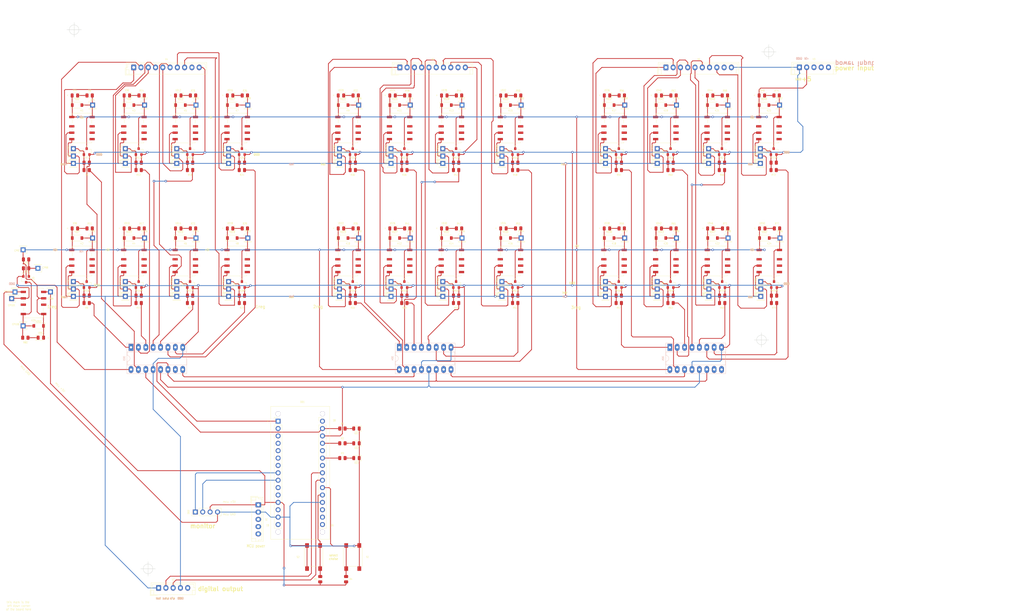
<source format=kicad_pcb>
(kicad_pcb (version 20210824) (generator pcbnew)
  (title_block (title "stend") (date "issue") (rev "rev") (company "comp") (comment 1 "c1") (comment 2 "c2") (comment 3 "c3") (comment 4 "c4") (comment 5 "c5") (comment 6 "c6") (comment 7 "c7") (comment 8 "c8") (comment 9 "c9"))
  (layers (0 "F.Cu" signal) (31 "B.Cu" signal) (34 "B.Paste" user) (35 "F.Paste" user) (36 "B.SilkS" user "B.Silkscreen") (37 "F.SilkS" user "F.Silkscreen") (38 "B.Mask" user) (39 "F.Mask" user) (44 "Edge.Cuts" user))
  (net 0 "")
  (net 1 "/INSTR+")
  (net 2 "/CTRL1")
  (net 3 "Net-(CP3-Pad1)")
  (net 4 "Net-(CP4-Pad1)")
  (net 5 "/CTRL2")
  (net 6 "Net-(CP7-Pad1)")
  (net 7 "Net-(CP8-Pad1)")
  (net 8 "/CTRL3")
  (net 9 "Net-(CP11-Pad1)")
  (net 10 "Net-(CP12-Pad1)")
  (net 11 "/CTRL4")
  (net 12 "Net-(CP15-Pad1)")
  (net 13 "Net-(CP16-Pad1)")
  (net 14 "/CTRL5")
  (net 15 "Net-(CP19-Pad1)")
  (net 16 "Net-(CP20-Pad1)")
  (net 17 "/CTRL6")
  (net 18 "Net-(CP23-Pad1)")
  (net 19 "Net-(CP24-Pad1)")
  (net 20 "/CTRL7")
  (net 21 "Net-(CP27-Pad1)")
  (net 22 "Net-(CP28-Pad1)")
  (net 23 "/CTRL8")
  (net 24 "Net-(CP31-Pad1)")
  (net 25 "Net-(CP32-Pad1)")
  (net 26 "/CTRL9")
  (net 27 "Net-(CP35-Pad1)")
  (net 28 "Net-(CP36-Pad1)")
  (net 29 "/CTRL10")
  (net 30 "Net-(CP39-Pad1)")
  (net 31 "Net-(CP40-Pad1)")
  (net 32 "/CTRL11")
  (net 33 "Net-(CP43-Pad1)")
  (net 34 "Net-(CP44-Pad1)")
  (net 35 "/CTRL12")
  (net 36 "Net-(CP47-Pad1)")
  (net 37 "Net-(CP48-Pad1)")
  (net 38 "/CTRL13")
  (net 39 "Net-(CP51-Pad1)")
  (net 40 "Net-(CP52-Pad1)")
  (net 41 "/CTRL14")
  (net 42 "Net-(CP55-Pad1)")
  (net 43 "Net-(CP56-Pad1)")
  (net 44 "/CTRL15")
  (net 45 "Net-(CP59-Pad1)")
  (net 46 "Net-(CP60-Pad1)")
  (net 47 "/CTRL16")
  (net 48 "Net-(CP63-Pad1)")
  (net 49 "Net-(CP64-Pad1)")
  (net 50 "/CTRL17")
  (net 51 "Net-(CP67-Pad1)")
  (net 52 "Net-(CP68-Pad1)")
  (net 53 "/CTRL18")
  (net 54 "Net-(CP71-Pad1)")
  (net 55 "Net-(CP72-Pad1)")
  (net 56 "/CTRL19")
  (net 57 "Net-(CP75-Pad1)")
  (net 58 "Net-(CP76-Pad1)")
  (net 59 "/CTRL20")
  (net 60 "Net-(CP79-Pad1)")
  (net 61 "Net-(CP80-Pad1)")
  (net 62 "/CTRL21")
  (net 63 "Net-(CP83-Pad1)")
  (net 64 "Net-(CP84-Pad1)")
  (net 65 "/CTRL22")
  (net 66 "Net-(CP87-Pad1)")
  (net 67 "Net-(CP88-Pad1)")
  (net 68 "/CTRL23")
  (net 69 "Net-(CP91-Pad1)")
  (net 70 "Net-(CP92-Pad1)")
  (net 71 "/CTRL24")
  (net 72 "Net-(CP95-Pad1)")
  (net 73 "Net-(CP96-Pad1)")
  (net 74 "+5V")
  (net 75 "/MCU+")
  (net 76 "Net-(CP99-Pad1)")
  (net 77 "Net-(CP100-Pad1)")
  (net 78 "GNDD")
  (net 79 "/MCU_GND")
  (net 80 "/2_MCU/SCK")
  (net 81 "Net-(DD1-Pad8)")
  (net 82 "Net-(DD1-Pad9)")
  (net 83 "Net-(DD1-Pad20)")
  (net 84 "Net-(DD1-Pad21)")
  (net 85 "/2_MCU/SYNC IN")
  (net 86 "/2_MCU/SYNC OUT")
  (net 87 "Net-(DD1-Pad25)")
  (net 88 "Net-(DD1-Pad27)")
  (net 89 "/2_MCU/CS{slash}SS")
  (net 90 "/2_MCU/MOSI")
  (net 91 "/RL2")
  (net 92 "/RL3")
  (net 93 "/RL4")
  (net 94 "/RL5")
  (net 95 "/RL6")
  (net 96 "/RL7")
  (net 97 "/RL8")
  (net 98 "Net-(DD3-Pad9)")
  (net 99 "/RL1")
  (net 100 "/RL10")
  (net 101 "/RL11")
  (net 102 "/RL12")
  (net 103 "/RL13")
  (net 104 "/RL14")
  (net 105 "/RL15")
  (net 106 "/RL16")
  (net 107 "Net-(DD4-Pad9)")
  (net 108 "/RL9")
  (net 109 "/RL18")
  (net 110 "/RL19")
  (net 111 "/RL20")
  (net 112 "/RL21")
  (net 113 "/RL22")
  (net 114 "/RL23")
  (net 115 "/RL24")
  (net 116 "/RL17")
  (net 117 "Net-(R1-Pad2)")
  (net 118 "Net-(R2-Pad2)")
  (net 119 "Net-(R3-Pad2)")
  (net 120 "Net-(R8-Pad1)")
  (net 121 "Net-(R11-Pad1)")
  (net 122 "Net-(R14-Pad1)")
  (net 123 "Net-(R17-Pad1)")
  (net 124 "Net-(R20-Pad1)")
  (net 125 "Net-(R23-Pad1)")
  (net 126 "Net-(R26-Pad1)")
  (net 127 "Net-(R29-Pad1)")
  (net 128 "Net-(R32-Pad1)")
  (net 129 "Net-(R35-Pad1)")
  (net 130 "Net-(R38-Pad1)")
  (net 131 "Net-(R41-Pad1)")
  (net 132 "Net-(R44-Pad1)")
  (net 133 "Net-(R47-Pad1)")
  (net 134 "Net-(R50-Pad1)")
  (net 135 "Net-(R53-Pad1)")
  (net 136 "Net-(R56-Pad1)")
  (net 137 "Net-(R59-Pad1)")
  (net 138 "Net-(R62-Pad1)")
  (net 139 "Net-(R65-Pad1)")
  (net 140 "Net-(R68-Pad1)")
  (net 141 "Net-(R71-Pad1)")
  (net 142 "Net-(R74-Pad1)")
  (net 143 "Net-(R77-Pad1)")
  (net 144 "Net-(R80-Pad1)")
  (footprint "my_Library_ftprint:LED_0805_2012Metric" (layer "F.Cu") (at 161.798 189.23 180)
    (fp_text reference "VD1")
    (fp_text value "LED")
  )
  (footprint "my_Library_ftprint:R_0805_2012Metric" (layer "F.Cu") (at 161.544 120.406)
    (fp_text reference "R35")
    (fp_text value "12k")
  )
  (footprint "my_Library_ftprint:R_0805_2012Metric" (layer "F.Cu") (at 287.401 100.33 180)
    (fp_text reference "R66")
    (fp_text value "2.2k")
  )
  (footprint "my_Library_ftprint:D_SOD-123" (layer "F.Cu") (at 301.879 77.978)
    (fp_text reference "VD49")
    (fp_text value "1N4148W")
  )
  (footprint "my_Library_ftprint:SOT-23_MY_C_E_Silk" (layer "F.Cu") (at 160.528 93.98 90)
    (fp_text reference "VT9")
    (fp_text value "2SC1815")
  )
  (footprint "my_Library_ftprint:PinHeader_1x01_P2.54mm_Vertical" (layer "F.Cu") (at 82.377 95.504)
    (fp_text reference "CP10")
    (fp_text value "CP_L")
  )
  (footprint "my_Library_ftprint:SOT-23_MY_C_E_Silk" (layer "F.Cu") (at 251.968 93.98 90)
    (fp_text reference "VT17")
    (fp_text value "2SC1815")
  )
  (footprint "my_Library_ftprint:PinHeader_1x01_P2.54mm_Vertical" (layer "F.Cu") (at 117.856 141.234)
    (fp_text reference "CP30")
    (fp_text value "CP_L")
  )
  (footprint "my_Library_ftprint:PinHeader_1x01_P2.54mm_Vertical" (layer "F.Cu") (at 173.686 92.964)
    (fp_text reference "CP43")
    (fp_text value "CP_L")
  )
  (footprint "my_Library_ftprint:R_0805_2012Metric" (layer "F.Cu") (at 270.764 74.676)
    (fp_text reference "R62")
    (fp_text value "12k")
  )
  (footprint "my_Library_ftprint:D_SOD-123" (layer "F.Cu") (at 157.226 123.708)
    (fp_text reference "VD23")
    (fp_text value "1N4148W")
  )
  (footprint "my_Library_ftprint:PinHeader_1x01_P2.54mm_Vertical" (layer "F.Cu") (at 191.465 95.504)
    (fp_text reference "CP50")
    (fp_text value "CP_L")
  )
  (footprint "my_Library_ftprint:PinHeader_1x01_P2.54mm_Vertical" (layer "F.Cu") (at 71.12 123.708)
    (fp_text reference "CP8")
    (fp_text value "CP_R")
  )
  (footprint "my_Library_ftprint:R_0805_2012Metric" (layer "F.Cu") (at 48.006 157.988 180)
    (fp_text reference "R80")
    (fp_text value "12k")
  )
  (footprint "my_Library_ftprint:D_SOD-123" (layer "F.Cu") (at 119.126 123.708)
    (fp_text reference "VD19")
    (fp_text value "1N4148W")
  )
  (footprint "my_Library_ftprint:PinHeader_1x01_P2.54mm_Vertical" (layer "F.Cu") (at 106.646 77.978)
    (fp_text reference "CP20")
    (fp_text value "CP_R")
  )
  (footprint "my_Library_ftprint:SW_Push_2P1T_6x6mm" (layer "F.Cu") (at 147.066 233.426 -90)
    (fp_text reference "S2")
    (fp_text value "taktile button KLS7")
  )
  (footprint "my_Library_ftprint:PinHeader_1x01_P2.54mm_Vertical" (layer "F.Cu") (at 300.736 141.234)
    (fp_text reference "CP94")
    (fp_text value "CP_L")
  )
  (footprint "my_Library_ftprint:Relay_DPDT_Omron_G6K-2F-Y" (layer "F.Cu") (at 285.8518 131.61)
    (fp_text reference "K22")
    (fp_text value "G6K-2F-Y-5VDC_L")
  )
  (footprint "my_Library_ftprint:R_0805_2012Metric" (layer "F.Cu") (at 178.258 100.33 180)
    (fp_text reference "R36")
    (fp_text value "2.2k")
  )
  (footprint "my_Library_ftprint:R_0805_2012Metric" (layer "F.Cu") (at 156.972 189.23)
    (fp_text reference "R1")
    (fp_text value "33k")
  )
  (footprint "my_Library_ftprint:LED_0805_2012Metric" (layer "F.Cu") (at 283.4178 120.406 180)
    (fp_text reference "VD46")
    (fp_text value "LED")
  )
  (footprint "my_Library_ftprint:R_0805_2012Metric" (layer "F.Cu") (at 251.968 97.78)
    (fp_text reference "R55")
    (fp_text value "2.2kvert")
  )
  (footprint "my_Library_ftprint:R_0805_2012Metric" (layer "F.Cu") (at 306.324 120.406)
    (fp_text reference "R77")
    (fp_text value "12k")
  )
  (footprint "my_Library_ftprint:PinHeader_1x01_P2.54mm_Vertical" (layer "F.Cu") (at 64.516 98.044)
    (fp_text reference "CP1")
    (fp_text value "CP_L")
  )
  (footprint "my_Library_ftprint:PinHeader_1x01_P2.54mm_Vertical" (layer "F.Cu") (at 124.46 77.978)
    (fp_text reference "CP28")
    (fp_text value "CP_R")
  )
  (footprint "my_Library_ftprint:R_0805_2012Metric" (layer "F.Cu") (at 48.26 131.064)
    (fp_text reference "R78")
    (fp_text value "2.2k")
  )
  (footprint "my_Library_ftprint:R_0805_2012Metric" (layer "F.Cu") (at 269.748 100.33 180)
    (fp_text reference "R60")
    (fp_text value "2.2k")
  )
  (footprint "my_Library_ftprint:D_SOD-123" (layer "F.Cu") (at 101.312 123.708)
    (fp_text reference "VD15")
    (fp_text value "1N4148W")
  )
  (footprint "my_Library_ftprint:Relay_DPDT_Omron_G6K-2F-Y" (layer "F.Cu") (at 120.798 131.61)
    (fp_text reference "K8")
    (fp_text value "G6K-2F-Y-5VDC_L")
  )
  (footprint "my_Library_ftprint:PinHeader_1x01_P2.54mm_Vertical" (layer "F.Cu") (at 155.956 95.504)
    (fp_text reference "CP34")
    (fp_text value "CP_L")
  )
  (footprint "my_Library_ftprint:PinHeader_1x01_P2.54mm_Vertical" (layer "F.Cu") (at 191.465 98.044)
    (fp_text reference "CP49")
    (fp_text value "CP_L")
  )
  (footprint "my_Library_ftprint:D_SOD-123" (layer "F.Cu") (at 284.099 77.978)
    (fp_text reference "VD45")
    (fp_text value "1N4148W")
  )
  (footprint "my_Library_ftprint:PinHeader_1x01_P2.54mm_Vertical" (layer "F.Cu") (at 300.736 138.694)
    (fp_text reference "CP95")
    (fp_text value "CP_L")
  )
  (footprint "my_Library_ftprint:D_SOD-123" (layer "F.Cu") (at 213.0552 123.698)
    (fp_text reference "VD35")
    (fp_text value "1N4148W")
  )
  (footprint "my_Library_ftprint:R_0805_2012Metric" (layer "F.Cu") (at 86.949 146.06 180)
    (fp_text reference "R15")
    (fp_text value "2.2k")
  )
  (footprint "my_Library_ftprint:SOT-23_MY_C_E_Silk" (layer "F.Cu") (at 104.614 139.71 90)
    (fp_text reference "VT6")
    (fp_text value "2SC1815")
  )
  (footprint "my_Library_ftprint:PinHeader_1x01_P2.54mm_Vertical" (layer "F.Cu") (at 247.372 143.774)
    (fp_text reference "CP69")
    (fp_text value "CP_L")
  )
  (footprint "my_Library_ftprint:R_0805_2012Metric" (layer "F.Cu") (at 178.258 97.78)
    (fp_text reference "R37")
    (fp_text value "2.2kvert")
  )
  (footprint "my_Library_ftprint:PinHeader_1x01_P2.54mm_Vertical" (layer "F.Cu") (at 173.686 98.044)
    (fp_text reference "CP41")
    (fp_text value "CP_L")
  )
  (footprint "my_Library_ftprint:PinHeader_1x01_P2.54mm_Vertical" (layer "F.Cu") (at 88.981 123.708)
    (fp_text reference "CP16")
    (fp_text value "CP_R")
  )
  (footprint "my_Library_ftprint:SOT-23_MY_C_E_Silk" (layer "F.Cu") (at 216.3572 93.99 90)
    (fp_text reference "VT15")
    (fp_text value "2SC1815")
  )
  (footprint "my_Library_ftprint:R_0805_2012Metric" (layer "F.Cu") (at 179.274 74.676)
    (fp_text reference "R38")
    (fp_text value "12k")
  )
  (footprint "my_Library_ftprint:LED_0805_2012Metric" (layer "F.Cu") (at 174.194 120.406 180)
    (fp_text reference "VD26")
    (fp_text value "LED")
  )
  (footprint "my_Library_ftprint:R_0805_2012Metric" (layer "F.Cu") (at 70.104 74.676)
    (fp_text reference "R8")
    (fp_text value "12k")
  )
  (footprint "my_Library_ftprint:LED_0805_2012Metric" (layer "F.Cu") (at 82.885 120.406 180)
    (fp_text reference "VD10")
    (fp_text value "LED")
  )
  (footprint "my_Library_ftprint:LED_0805_2012Metric" (layer "F.Cu") (at 212.2932 74.686 180)
    (fp_text reference "VD32")
    (fp_text value "LED")
  )
  (footprint "my_Library_ftprint:PinHeader_1x01_P2.54mm_Vertical" (layer "F.Cu") (at 289.5138 123.708)
    (fp_text reference "CP88")
    (fp_text value "CP_R")
  )
  (footprint "my_Library_ftprint:Relay_DPDT_Omron_G6K-2F-Y" (layer "F.Cu") (at 250.314 131.61)
    (fp_text reference "K18")
    (fp_text value "G6K-2F-Y-5VDC_L")
  )
  (footprint "my_Library_ftprint:PinHeader_1x01_P2.54mm_Vertical" (layer "F.Cu") (at 64.516 141.234)
    (fp_text reference "CP6")
    (fp_text value "CP_L")
  )
  (footprint "my_Library_ftprint:PinHeader_1x01_P2.54mm_Vertical" (layer "F.Cu") (at 211.7852 92.974)
    (fp_text reference "CP59")
    (fp_text value "CP_L")
  )
  (footprint "my_Library_ftprint:Relay_DPDT_Omron_G6K-2F-Y" (layer "F.Cu") (at 176.628 85.88)
    (fp_text reference "K11")
    (fp_text value "G6K-2F-Y-5VDC_L")
  )
  (footprint "my_Library_ftprint:Relay_DPDT_Omron_G6K-2F-Y" (layer "F.Cu") (at 176.628 131.61)
    (fp_text reference "K12")
    (fp_text value "G6K-2F-Y-5VDC_L")
  )
  (footprint "my_Library_ftprint:PinHeader_1x01_P2.54mm_Vertical" (layer "F.Cu") (at 218.3892 77.988)
    (fp_text reference "CP60")
    (fp_text value "CP_R")
  )
  (footprint "my_Library_ftprint:Relay_DPDT_Omron_G6K-2F-Y" (layer "F.Cu") (at 120.798 85.88)
    (fp_text reference "K7")
    (fp_text value "G6K-2F-Y-5VDC_L")
  )
  (footprint "my_Library_ftprint:SOT-23_MY_C_E_Silk" (layer "F.Cu") (at 196.037 93.98 90)
    (fp_text reference "VT13")
    (fp_text value "2SC1815")
  )
  (footprint "my_Library_ftprint:PinHeader_1x01_P2.54mm_Vertical" (layer "F.Cu") (at 117.856 138.694)
    (fp_text reference "CP31")
    (fp_text value "CP_L")
  )
  (footprint "my_Library_ftprint:R_0805_2012Metric" (layer "F.Cu") (at 87.965 120.406)
    (fp_text reference "R17")
    (fp_text value "12k")
  )
  (footprint "my_Library_ftprint:PinHeader_1x01_P2.54mm_Vertical" (layer "F.Cu") (at 64.516 95.504)
    (fp_text reference "CP2")
    (fp_text value "CP_L")
  )
  (footprint "my_Library_ftprint:JST_EH_B10B-EH-A_1x10_P2.50mm_Vertical" (layer "F.Cu") (at 268.15 65.024)
    (fp_text reference "X6")
    (fp_text value "B10B-XH-A_right")
  )
  (footprint "my_Library_ftprint:Relay_DPDT_Omron_G6K-2F-Y" (layer "F.Cu") (at 158.898 131.61)
    (fp_text reference "K10")
    (fp_text value "G6K-2F-Y-5VDC_L")
  )
  (footprint "my_Library_ftprint:PinHeader_1x01_P2.54mm_Vertical" (layer "F.Cu") (at 100.042 143.774)
    (fp_text reference "CP21")
    (fp_text value "CP_L")
  )
  (footprint "my_Library_ftprint:PinHeader_1x01_P2.54mm_Vertical" (layer "F.Cu") (at 191.465 138.694)
    (fp_text reference "CP55")
    (fp_text value "CP_L")
  )
  (footprint "my_Library_ftprint:LED_0805_2012Metric" (layer "F.Cu") (at 156.464 120.406 180)
    (fp_text reference "VD22")
    (fp_text value "LED")
  )
  (footprint "my_Library_ftprint:R_0805_2012Metric" (layer "F.Cu") (at 216.3572 100.34 180)
    (fp_text reference "R48")
    (fp_text value "2.2k")
  )
  (footprint "my_Library_ftprint:R_0805_2012Metric" (layer "F.Cu") (at 123.444 120.406)
    (fp_text reference "R29")
    (fp_text value "12k")
  )
  (footprint "my_Library_ftprint:R_0805_2012Metric" (layer "F.Cu") (at 48.26 134.112 180)
    (fp_text reference "R79")
    (fp_text value "2.2kvert")
  )
  (footprint "my_Library_ftprint:PinHeader_1x01_P2.54mm_Vertical" (layer "F.Cu") (at 117.856 92.964)
    (fp_text reference "CP27")
    (fp_text value "CP_L")
  )
  (footprint "my_Library_ftprint:R_0805_2012Metric" (layer "F.Cu") (at 305.308 146.06 180)
    (fp_text reference "R75")
    (fp_text value "2.2k")
  )
  (footprint "my_Library_ftprint:PinHeader_1x01_P2.54mm_Vertical" (layer "F.Cu") (at 64.516 143.774)
    (fp_text reference "CP5")
    (fp_text value "CP_L")
  )
  (footprint "my_Library_ftprint:JST_EH_B5B-EH-A_1x05_P2.50mm_Vertical" (layer "F.Cu") (at 314.024 64.978)
    (fp_text reference "X3")
    (fp_text value "B5B-XH-A_Left")
  )
  (footprint "my_Library_ftprint:SOT-23_MY_C_E_Silk" (layer "F.Cu") (at 251.944 139.71 90)
    (fp_text reference "VT18")
    (fp_text value "2SC1815")
  )
  (footprint "my_Library_ftprint:SOT-23_MY_C_E_Silk" (layer "F.Cu") (at 86.949 93.98 90)
    (fp_text reference "VT3")
    (fp_text value "2SC1815")
  )
  (footprint "my_Library_ftprint:R_0805_2012Metric" (layer "F.Cu") (at 156.972 194.31)
    (fp_text reference "R2")
    (fp_text value "33k")
  )
  (footprint "my_Library_ftprint:PinHeader_1x01_P2.54mm_Vertical" (layer "F.Cu") (at 211.7852 143.764)
    (fp_text reference "CP61")
    (fp_text value "CP_L")
  )
  (footprint "my_Library_ftprint:SOT-23_MY_C_E_Silk" (layer "F.Cu") (at 48.26 137.922 -90)
    (fp_text reference "VT25")
    (fp_text value "2SC1815")
  )
  (footprint "my_Library_ftprint:R_0805_2012Metric" (layer "F.Cu") (at 216.3572 143.5)
    (fp_text reference "R52")
    (fp_text value "2.2kvert")
  )
  (footprint "my_Library_ftprint:PinHeader_1x01_P2.54mm_Vertical" (layer "F.Cu") (at 173.686 143.774)
    (fp_text reference "CP45")
    (fp_text value "CP_L")
  )
  (footprint "my_Library_ftprint:LED_0805_2012Metric" (layer "F.Cu") (at 265.684 74.676 180)
    (fp_text reference "VD40")
    (fp_text value "LED")
  )
  (footprint "my_Library_ftprint:LED_0805_2012Metric" (layer "F.Cu") (at 156.464 74.676 180)
    (fp_text reference "VD20")
    (fp_text value "LED")
  )
  (footprint "my_Library_ftprint:SOT-23_MY_C_E_Silk" (layer "F.Cu") (at 178.258 139.71 90)
    (fp_text reference "VT12")
    (fp_text value "2SC1815")
  )
  (footprint "my_Library_ftprint:PinHeader_1x01_P2.54mm_Vertical" (layer "F.Cu") (at 247.372 141.234)
    (fp_text reference "CP70")
    (fp_text value "CP_L")
  )
  (footprint "my_Library_ftprint:SOT-23_MY_C_E_Silk" (layer "F.Cu") (at 122.428 139.71 90)
    (fp_text reference "VT8")
    (fp_text value "2SC1815")
  )
  (footprint "my_Library_ftprint:JST_EH_B5B-EH-A_1x05_P2.50mm_Vertical" (layer "F.Cu") (at 128.062 215.472 -90)
    (fp_text reference "X1")
    (fp_text value "JST-B2B-XHA_Left")
  )
  (footprint "my_Library_ftprint:PinHeader_1x01_P2.54mm_Vertical" (layer "F.Cu") (at 282.829 95.504)
    (fp_text reference "CP82")
    (fp_text value "CP_L")
  )
  (footprint "my_Library_ftprint:Relay_DPDT_Omron_G6K-2F-Y" (layer "F.Cu") (at 250.338 85.88)
    (fp_text reference "K17")
    (fp_text value "G6K-2F-Y-5VDC_L")
  )
  (footprint "my_Library_ftprint:R_0805_2012Metric" (layer "F.Cu") (at 105.63 74.676)
    (fp_text reference "R20")
    (fp_text value "12k")
  )
  (footprint "my_Library_ftprint:PinHeader_1x01_P2.54mm_Vertical" (layer "F.Cu") (at 289.433 77.978)
    (fp_text reference "CP84")
    (fp_text value "CP_R")
  )
  (footprint "my_Library_ftprint:R_0805_2012Metric" (layer "F.Cu") (at 252.984 74.676)
    (fp_text reference "R56")
    (fp_text value "12k")
  )
  (footprint "my_Library_ftprint:LED_0805_2012Metric" (layer "F.Cu") (at 283.337 74.676 180)
    (fp_text reference "VD44")
    (fp_text value "LED")
  )
  (footprint "my_Library_ftprint:PinHeader_1x01_P2.54mm_Vertical" (layer "F.Cu") (at 173.686 138.694)
    (fp_text reference "CP47")
    (fp_text value "CP_L")
  )
  (footprint "my_Library_ftprint:PinHeader_1x01_P2.54mm_Vertical" (layer "F.Cu") (at 117.856 95.504)
    (fp_text reference "CP26")
    (fp_text value "CP_L")
  )
  (footprint "my_Library_ftprint:Relay_DPDT_Omron_G6K-2F-Y" (layer "F.Cu") (at 50.81 146.038 180)
    (fp_text reference "K25")
    (fp_text value "G6K-2F-Y-5VDC_L")
  )
  (footprint "my_Library_ftprint:SOT-23_MY_C_E_Silk" (layer "F.Cu") (at 122.428 93.98 90)
    (fp_text reference "VT7")
    (fp_text value "2SC1815")
  )
  (footprint "my_Library_ftprint:PinHeader_1x01_P2.54mm_Vertical" (layer "F.Cu") (at 173.686 95.504)
    (fp_text reference "CP42")
    (fp_text value "CP_L")
  )
  (footprint "my_Library_ftprint:PinHeader_1x01_P2.54mm_Vertical" (layer "F.Cu") (at 300.609 98.044)
    (fp_text reference "CP89")
    (fp_text value "CP_L")
  )
  (footprint "my_Library_ftprint:PinHeader_1x01_P2.54mm_Vertical" (layer "F.Cu") (at 82.377 143.774)
    (fp_text reference "CP13")
    (fp_text value "CP_L")
  )
  (footprint "my_Library_ftprint:LED_0805_2012Metric" (layer "F.Cu") (at 100.55 120.406 180)
    (fp_text reference "VD14")
    (fp_text value "LED")
  )
  (footprint "my_Library_ftprint:LED_0805_2012Metric" (layer "F.Cu") (at 161.798 194.31 180)
    (fp_text reference "VD2")
    (fp_text value "LED")
  )
  (footprint "my_Library_ftprint:PinHeader_1x01_P2.54mm_Vertical" (layer "F.Cu") (at 124.46 123.708)
    (fp_text reference "CP32")
    (fp_text value "CP_R")
  )
  (footprint "my_Library_ftprint:PinHeader_1x01_P2.54mm_Vertical" (layer "F.Cu") (at 100.042 141.234)
    (fp_text reference "CP22")
    (fp_text value "CP_L")
  )
  (footprint "my_Library_ftprint:SOT-23_MY_C_E_Silk" (layer "F.Cu") (at 178.258 93.98 90)
    (fp_text reference "VT11")
    (fp_text value "2SC1815")
  )
  (footprint "my_Library_ftprint:R_0805_2012Metric" (layer "F.Cu") (at 104.614 146.06 180)
    (fp_text reference "R21")
    (fp_text value "2.2k")
  )
  (footprint "my_Library_ftprint:D_SOD-123" (layer "F.Cu") (at 266.446 77.978)
    (fp_text reference "VD41")
    (fp_text value "1N4148W")
  )
  (footprint "my_Library_ftprint:PinHeader_1x01_P2.54mm_Vertical" (layer "F.Cu") (at 100.042 95.504)
    (fp_text reference "CP18")
    (fp_text value "CP_L")
  )
  (footprint "my_Library_ftprint:PinHeader_1x01_P2.54mm_Vertical" (layer "F.Cu") (at 88.981 77.978)
    (fp_text reference "CP12")
    (fp_text value "CP_R")
  )
  (footprint "my_Library_ftprint:R_0805_2012Metric" (layer "F.Cu") (at 269.746 146.06 180)
    (fp_text reference "R63")
    (fp_text value "2.2k")
  )
  (footprint "my_Library_ftprint:R_0805_2012Metric" (layer "F.Cu") (at 196.037 146.06 180)
    (fp_text reference "R45")
    (fp_text value "2.2k")
  )
  (footprint "my_Library_ftprint:PinHeader_1x01_P2.54mm_Vertical" (layer "F.Cu") (at 44.45 142.274011 180)
    (fp_text reference "CP102")
    (fp_text value "CP_R")
  )
  (footprint "my_Library_ftprint:D_SOD-123" (layer "F.Cu") (at 284.1798 123.708)
    (fp_text reference "VD47")
    (fp_text value "1N4148W")
  )
  (footprint "my_Library_ftprint:LED_0805_2012Metric" (layer "F.Cu") (at 65.024 74.676 180)
    (fp_text reference "VD4")
    (fp_text value "LED")
  )
  (footprint "my_Library_ftprint:R_0805_2012Metric" (layer "F.Cu") (at 86.949 143.51)
    (fp_text reference "R16")
    (fp_text value "2.2kvert")
  )
  (footprint "my_Library_ftprint:PinHeader_1x01_P2.54mm_Vertical" (layer "F.Cu") (at 100.042 98.044)
    (fp_text reference "CP17")
    (fp_text value "CP_L")
  )
  (footprint "my_Library_ftprint:SOT-23_MY_C_E_Silk" (layer "F.Cu") (at 269.748 93.98 90)
    (fp_text reference "VT19")
    (fp_text value "2SC1815")
  )
  (footprint "my_Library_ftprint:SOT-23_MY_C_E_Silk" (layer "F.Cu") (at 86.949 139.71 90)
    (fp_text reference "VT4")
    (fp_text value "2SC1815")
  )
  (footprint "my_Library_ftprint:R_0805_2012Metric" (layer "F.Cu") (at 156.972 199.39)
    (fp_text reference "R3")
    (fp_text value "33k")
  )
  (footprint "my_Library_ftprint:R_0805_2012Metric" (layer "F.Cu") (at 86.949 100.33 180)
    (fp_text reference "R12")
    (fp_text value "2.2k")
  )
  (footprint "my_Library_ftprint:R_0805_2012Metric" (layer "F.Cu") (at 158.242 241.046 -90)
    (fp_text reference "R4")
    (fp_text value "33k")
  )
  (footprint "my_Library_ftprint:Relay_DPDT_Omron_G6K-2F-Y" (layer "F.Cu") (at 102.984 131.61)
    (fp_text reference "K6")
    (fp_text value "G6K-2F-Y-5VDC_L")
  )
  (footprint "my_Library_ftprint:LED_0805_2012Metric" (layer "F.Cu") (at 65.024 120.406 180)
    (fp_text reference "VD6")
    (fp_text value "LED")
  )
  (footprint "my_Library_ftprint:D_SOD-123" (layer "F.Cu") (at 119.126 77.978)
    (fp_text reference "VD17")
    (fp_text value "1N4148W")
  )
  (footprint "my_Library_ftprint:R_0805_2012Metric" (layer "F.Cu") (at 269.748 97.78)
    (fp_text reference "R61")
    (fp_text value "2.2kvert")
  )
  (footprint "my_Library_ftprint:SOT-23_MY_C_E_Silk" (layer "F.Cu") (at 104.614 93.98 90)
    (fp_text reference "VT5")
    (fp_text value "2SC1815")
  )
  (footprint "my_Library_ftprint:R_0805_2012Metric" (layer "F.Cu") (at 104.614 143.51)
    (fp_text reference "R22")
    (fp_text value "2.2kvert")
  )
  (footprint "my_Library_ftprint:Relay_DPDT_Omron_G6K-2F-Y" (layer "F.Cu") (at 67.458 85.88)
    (fp_text reference "K1")
    (fp_text value "G6K-2F-Y-5VDC_L")
  )
  (footprint "my_Library_ftprint:R_0805_2012Metric" (layer "F.Cu") (at 161.544 74.676)
    (fp_text reference "R32")
    (fp_text value "12k")
  )
  (footprint "my_Library_ftprint:R_0805_2012Metric" (layer "F.Cu") (at 269.746 143.51)
    (fp_text reference "R64")
    (fp_text value "2.2kvert")
  )
  (footprint "my_Library_ftprint:PinHeader_1x01_P2.54mm_Vertical" (layer "F.Cu") (at 282.829 92.964)
    (fp_text reference "CP83")
    (fp_text value "CP_L")
  )
  (footprint "my_Library_ftprint:PinHeader_1x01_P2.54mm_Vertical" (layer "F.Cu") (at 211.7852 98.054)
    (fp_text reference "CP57")
    (fp_text value "CP_L")
  )
  (footprint "my_Library_ftprint:PinHeader_1x01_P2.54mm_Vertical" (layer "F.Cu") (at 307.34 123.708)
    (fp_text reference "CP96")
    (fp_text value "CP_R")
  )
  (footprint "my_Library_ftprint:R_0805_2012Metric" (layer "F.Cu") (at 160.528 97.78)
    (fp_text reference "R31")
    (fp_text value "2.2kvert")
  )
  (footprint "my_Library_ftprint:PinHeader_1x01_P2.54mm_Vertical" (layer "F.Cu") (at 282.9098 143.774)
    (fp_text reference "CP85")
    (fp_text value "CP_L")
  )
  (footprint "my_Library_ftprint:PinHeader_1x01_P2.54mm_Vertical" (layer "F.Cu") (at 218.3892 123.698)
    (fp_text reference "CP64")
    (fp_text value "CP_R")
  )
  (footprint "my_Library_ftprint:PinHeader_1x01_P2.54mm_Vertical" (layer "F.Cu") (at 100.042 92.964)
    (fp_text reference "CP19")
    (fp_text value "CP_L")
  )
  (footprint "my_Library_ftprint:R_0805_2012Metric" (layer "F.Cu") (at 287.4818 143.51)
    (fp_text reference "R70")
    (fp_text value "2.2kvert")
  )
  (footprint "my_Library_ftprint:PinHeader_1x01_P2.54mm_Vertical" (layer "F.Cu") (at 117.856 98.044)
    (fp_text reference "CP25")
    (fp_text value "CP_L")
  )
  (footprint "my_Library_ftprint:R_0805_2012Metric" (layer "F.Cu") (at 123.444 74.676)
    (fp_text reference "R26")
    (fp_text value "12k")
  )
  (footprint "my_Library_ftprint:PinHeader_1x04_P2.54mm_Vertical" (layer "F.Cu") (at 106.426 217.932 90)
    (fp_text reference "DD2")
    (fp_text value "Display_1306")
  )
  (footprint "my_Library_ftprint:PinHeader_1x01_P2.54mm_Vertical" (layer "F.Cu") (at 265.176 98.044)
    (fp_text reference "CP73")
    (fp_text value "CP_L")
  )
  (footprint "my_Library_ftprint:LED_0805_2012Metric" (layer "F.Cu") (at 118.364 120.406 180)
    (fp_text reference "VD18")
    (fp_text value "LED")
  )
  (footprint "my_Library_ftprint:Relay_DPDT_Omron_G6K-2F-Y" (layer "F.Cu") (at 67.458 131.61)
    (fp_text reference "K2")
    (fp_text value "G6K-2F-Y-5VDC_L")
  )
  (footprint "my_Library_ftprint:Relay_DPDT_Omron_G6K-2F-Y" (layer "F.Cu") (at 194.407 131.61)
    (fp_text reference "K14")
    (fp_text value "G6K-2F-Y-5VDC_L")
  )
  (footprint "my_Library_ftprint:PinHeader_1x01_P2.54mm_Vertical" (layer "F.Cu") (at 265.174 138.694)
    (fp_text reference "CP79")
    (fp_text value "CP_L")
  )
  (footprint "my_Library_ftprint:R_0805_2012Metric" (layer "F.Cu") (at 288.417 74.676)
    (fp_text reference "R68")
    (fp_text value "12k")
  )
  (footprint "my_Library_ftprint:R_0805_2012Metric" (layer "F.Cu") (at 122.428 143.51)
    (fp_text reference "R28")
    (fp_text value "2.2kvert")
  )
  (footprint "my_Library_ftprint:PinHeader_1x01_P2.54mm_Vertical" (layer "F.Cu") (at 211.7852 138.684)
    (fp_text reference "CP63")
    (fp_text value "CP_L")
  )
  (footprint "my_Library_ftprint:PinHeader_1x01_P2.54mm_Vertical" (layer "F.Cu") (at 155.956 143.774)
    (fp_text reference "CP37")
    (fp_text value "CP_L")
  )
  (footprint "my_Library_ftprint:R_0805_2012Metric" (layer "F.Cu") (at 252.96 120.406)
    (fp_text reference "R59")
    (fp_text value "12k")
  )
  (footprint "my_Library_ftprint:R_0805_2012Metric" (layer "F.Cu") (at 251.944 146.06 180)
    (fp_text reference "R57")
    (fp_text value "2.2k")
  )
  (footprint "my_Library_ftprint:R_0805_2012Metric" (layer "F.Cu") (at 87.965 74.676)
    (fp_text reference "R14")
    (fp_text value "12k")
  )
  (footprint "my_Library_ftprint:PinHeader_1x01_P2.54mm_Vertical" (layer "F.Cu") (at 52.324 134.112 180)
    (fp_text reference "CP99")
    (fp_text value "CP_L")
  )
  (footprint "my_Library_ftprint:PinHeader_1x01_P2.54mm_Vertical" (layer "F.Cu") (at 155.956 138.694)
    (fp_text reference "CP39")
    (fp_text value "CP_L")
  )
  (footprint "my_Library_ftprint:R_0805_2012Metric" (layer "F.Cu") (at 196.037 100.33 180)
    (fp_text reference "R42")
    (fp_text value "2.2k")
  )
  (footprint "my_Library_ftprint:PinHeader_1x01_P2.54mm_Vertical" (layer "F.Cu") (at 300.609 95.504)
    (fp_text reference "CP90")
    (fp_text value "CP_L")
  )
  (footprint "my_Library_ftprint:SOT-23_MY_C_E_Silk" (layer "F.Cu") (at 69.088 93.98 90)
    (fp_text reference "VT1")
    (fp_text value "2SC1815")
  )
  (footprint "my_Library_ftprint:R_0805_2012Metric" (layer "F.Cu") (at 160.528 146.06 180)
    (fp_text reference "R33")
    (fp_text value "2.2k")
  )
  (footprint "my_Library_ftprint:PinHeader_1x01_P2.54mm_Vertical" (layer "F.Cu") (at 300.736 143.774)
    (fp_text reference "CP93")
    (fp_text value "CP_L")
  )
  (footprint "my_Library_ftprint:PinHeader_1x01_P2.54mm_Vertical" (layer "F.Cu") (at 162.56 77.978)
    (fp_text reference "CP36")
    (fp_text value "CP_R")
  )
  (footprint "my_Library_ftprint:PinHeader_1x01_P2.54mm_Vertical" (layer "F.Cu") (at 64.516 92.964)
    (fp_text reference "CP3")
    (fp_text value "CP_L")
  )
  (footprint "my_Library_ftprint:PinHeader_1x01_P2.54mm_Vertical" (layer "F.Cu") (at 247.372 138.694)
    (fp_text reference "CP71")
    (fp_text value "CP_L")
  )
  (footprint "my_Library_ftprint:SW_Push_2P1T_6x6mm" (layer "F.Cu") (at 160.528 233.426 90)
    (fp_text reference "S1")
    (fp_text value "taktile button KLS7")
  )
  (footprint "my_Library_ftprint:D_SOD-123" (layer "F.Cu") (at 65.786 123.708)
    (fp_text reference "VD7")
    (fp_text value "1N4148W")
  )
  (footprint "my_Library_ftprint:R_0805_2012Metric" (layer "F.Cu") (at 287.401 97.78)
    (fp_text reference "R67")
    (fp_text value "2.2kvert")
  )
  (footprint "my_Library_ftprint:Relay_DPDT_Omron_G6K-2F-Y" (layer "F.Cu") (at 102.984 85.88)
    (fp_text reference "K5")
    (fp_text value "G6K-2F-Y-5VDC_L")
  )
  (footprint "my_Library_ftprint:D_SOD-123" (layer "F.Cu") (at 302.006 123.708)
    (fp_text reference "VD51")
    (fp_text value "1N4148W")
  )
  (footprint "my_Library_ftprint:PinHeader_1x01_P2.54mm_Vertical" (layer "F.Cu") (at 271.778 123.708)
    (fp_text reference "CP80")
    (fp_text value "CP_R")
  )
  (footprint "my_Library_ftprint:R_0805_2012Metric" (layer "F.Cu") (at 216.3572 97.79)
    (fp_text reference "R49")
    (fp_text value "2.2kvert")
  )
  (footprint "my_Library_ftprint:SOT-23_MY_C_E_Silk" (layer "F.Cu") (at 269.746 139.71 90)
    (fp_text reference "VT20")
    (fp_text value "2SC1815")
  )
  (footprint "my_Library_ftprint:PinHeader_1x01_P2.54mm_Vertical" (layer "F.Cu") (at 198.069 123.708)
    (fp_text reference "CP56")
    (fp_text value "CP_R")
  )
  (footprint "my_Library_ftprint:LED_0805_2012Metric" (layer "F.Cu") (at 53.34 157.988)
    (fp_text reference "VD52")
    (fp_text value "LED")
  )
  (footprint "my_Library_ftprint:PinHeader_1x01_P2.54mm_Vertical" (layer "F.Cu") (at 162.56 123.708)
    (fp_text reference "CP40")
    (fp_text value "CP_R")
  )
  (footprint "my_Library_ftprint:LED_0805_2012Metric" (layer "F.Cu") (at 212.2932 120.396 180)
    (fp_text reference "VD34")
    (fp_text value "LED")
  )
  (footprint "my_Library_ftprint:Relay_DPDT_Omron_G6K-2F-Y" (layer "F.Cu") (at 194.407 85.88)
    (fp_text reference "K13")
    (fp_text value "G6K-2F-Y-5VDC_L")
  )
  (footprint "my_Library_ftprint:R_0805_2012Metric" (layer "F.Cu") (at 160.528 143.51)
    (fp_text reference "R34")
    (fp_text value "2.2kvert")
  )
  (footprint "my_Library_ftprint:R_0805_2012Metric" (layer "F.Cu") (at 306.197 74.676)
    (fp_text reference "R74")
    (fp_text value "12k")
  )
  (footprint "my_Library_ftprint:PinHeader_1x01_P2.54mm_Vertical" (layer "F.Cu") (at 117.856 143.774)
    (fp_text reference "CP29")
    (fp_text value "CP_L")
  )
  (footprint "my_Library_ftprint:R_0805_2012Metric" (layer "F.Cu") (at 104.614 97.78)
    (fp_text reference "R19")
    (fp_text value "2.2kvert")
  )
  (footprint "my_Library_ftprint:Relay_DPDT_Omron_G6K-2F-Y" (layer "F.Cu") (at 268.116 131.61)
    (fp_text reference "K20")
    (fp_text value "G6K-2F-Y-5VDC_L")
  )
  (footprint "my_Library_ftprint:R_0805_2012Metric" (layer "F.Cu") (at 122.428 100.33 180)
    (fp_text reference "R24")
    (fp_text value "2.2k")
  )
  (footprint "my_Library_ftprint:PinHeader_1x01_P2.54mm_Vertical" (layer "F.Cu") (at 253.976 123.708)
    (fp_text reference "CP72")
    (fp_text value "CP_R")
  )
  (footprint "my_Library_ftprint:PinHeader_1x01_P2.54mm_Vertical" (layer "F.Cu") (at 211.7852 95.514)
    (fp_text reference "CP58")
    (fp_text value "CP_L")
  )
  (footprint "my_Library_ftprint:PinHeader_1x01_P2.54mm_Vertical" (layer "F.Cu") (at 56.642 142.24 180)
    (fp_text reference "CP98")
    (fp_text value "CP_L")
  )
  (footprint "my_Library_ftprint:SOT-23_MY_C_E_Silk" (layer "F.Cu") (at 287.401 93.98 90)
    (fp_text reference "VT21")
    (fp_text value "2SC1815")
  )
  (footprint "my_Library_ftprint:R_0805_2012Metric" (layer "F.Cu") (at 179.274 120.406)
    (fp_text reference "R41")
    (fp_text value "12k")
  )
  (footprint "my_Library_ftprint:D_SOD-123" (layer "F.Cu") (at 157.226 77.978)
    (fp_text reference "VD21")
    (fp_text value "1N4148W")
  )
  (footprint "my_Library_ftprint:R_0805_2012Metric" (layer "F.Cu") (at 287.4818 146.06 180)
    (fp_text reference "R69")
    (fp_text value "2.2k")
  )
  (footprint "my_Library_ftprint:D_SOD-123" (layer "F.Cu") (at 266.444 123.708)
    (fp_text reference "VD43")
    (fp_text value "1N4148W")
  )
  (footprint "my_Library_ftprint:R_0805_2012Metric" (layer "F.Cu") (at 160.528 100.33 180)
    (fp_text reference "R30")
    (fp_text value "2.2k")
  )
  (footprint "my_Library_ftprint:D_SOD-123" (layer "F.Cu") (at 192.735 77.978)
    (fp_text reference "VD29")
    (fp_text value "1N4148W")
  )
  (footprint "my_Library_ftprint:R_0805_2012Metric" (layer "F.Cu") (at 196.037 97.78)
    (fp_text reference "R43")
    (fp_text value "2.2kvert")
  )
  (footprint "my_Library_ftprint:Relay_DPDT_Omron_G6K-2F-Y" (layer "F.Cu") (at 303.678 131.61)
    (fp_text reference "K24")
    (fp_text value "G6K-2F-Y-5VDC_L")
  )
  (footprint "my_Library_ftprint:D_SOD-123" (layer "F.Cu") (at 213.0552 77.988)
    (fp_text reference "VD33")
    (fp_text value "1N4148W")
  )
  (footprint "my_Library_ftprint:D_SOD-123" (layer "F.Cu") (at 248.666 77.978)
    (fp_text reference "VD37")
    (fp_text value "1N4148W")
  )
  (footprint "my_Library_ftprint:Relay_DPDT_Omron_G6K-2F-Y" (layer "F.Cu") (at 85.319 131.61)
    (fp_text reference "K4")
    (fp_text value "G6K-2F-Y-5VDC_L")
  )
  (footprint "my_Library_ftprint:R_0805_2012Metric" (layer "F.Cu") (at 196.037 143.51)
    (fp_text reference "R46")
    (fp_text value "2.2kvert")
  )
  (footprint "my_Library_ftprint:PinHeader_1x01_P2.54mm_Vertical" (layer "F.Cu") (at 180.29 123.708)
    (fp_text reference "CP48")
    (fp_text value "CP_R")
  )
  (footprint "my_Library_ftprint:LED_0805_2012Metric" (layer "F.Cu") (at 301.117 74.676 180)
    (fp_text reference "VD48")
    (fp_text value "LED")
  )
  (footprint "my_Library_ftprint:PinHeader_1x01_P2.54mm_Vertical" (layer "F.Cu") (at 282.9098 141.234)
    (fp_text reference "CP86")
    (fp_text value "CP_L")
  )
  (footprint "my_Library_ftprint:R_0805_2012Metric" (layer "F.Cu") (at 69.088 97.78)
    (fp_text reference "R7")
    (fp_text value "2.2kvert")
  )
  (footprint "my_Library_ftprint:PinHeader_1x01_P2.54mm_Vertical" (layer "F.Cu") (at 300.609 92.964)
    (fp_text reference "CP91")
    (fp_text value "CP_L")
  )
  (footprint "my_Library_ftprint:R_0805_2012Metric" (layer "F.Cu") (at 305.308 143.51)
    (fp_text reference "R76")
    (fp_text value "2.2kvert")
  )
  (footprint "my_Library_ftprint:R_0805_2012Metric" (layer "F.Cu") (at 288.4978 120.406)
    (fp_text reference "R71")
    (fp_text value "12k")
  )
  (footprint "my_Library_ftprint:PinHeader_1x01_P2.54mm_Vertical" (layer "F.Cu") (at 82.377 141.234)
    (fp_text reference "CP14")
    (fp_text value "CP_L")
  )
  (footprint "my_Library_ftprint:D_SOD-123" (layer "F.Cu") (at 83.647 77.978)
    (fp_text reference "VD9")
    (fp_text value "1N4148W")
  )
  (footprint "my_Library_ftprint:R_0805_2012Metric" (layer "F.Cu") (at 216.3572 146.05 180)
    (fp_text reference "R51")
    (fp_text value "2.2k")
  )
  (footprint "my_Library_ftprint:D_SOD-123" (layer "F.Cu") (at 52.578 153.924 180)
    (fp_text reference "VD53")
    (fp_text value "1N4148W")
  )
  (footprint "my_Library_ftprint:LED_0805_2012Metric" (layer "F.Cu") (at 161.798 199.39 180)
    (fp_text reference "VD3")
    (fp_text value "LED")
  )
  (footprint "my_Library_ftprint:R_0805_2012Metric" (layer "F.Cu") (at 105.63 120.406)
    (fp_text reference "R23")
    (fp_text value "12k")
  )
  (footprint "my_Library_ftprint:PinHeader_1x01_P2.54mm_Vertical" (layer "F.Cu") (at 282.9098 138.694)
    (fp_text reference "CP87")
    (fp_text value "CP_L")
  )
  (footprint "my_Library_ftprint:D_SOD-123" (layer "F.Cu") (at 101.312 77.978)
    (fp_text reference "VD13")
    (fp_text value "1N4148W")
  )
  (footprint "my_Library_ftprint:D_SOD-123" (layer "F.Cu") (at 83.647 123.708)
    (fp_text reference "VD11")
    (fp_text value "1N4148W")
  )
  (footprint "my_Library_ftprint:R_0805_2012Metric" (layer "F.Cu") (at 251.968 100.33 180)
    (fp_text reference "R54")
    (fp_text value "2.2k")
  )
  (footprint "my_Library_ftprint:Relay_DPDT_Omron_G6K-2F-Y" (layer "F.Cu") (at 214.7272 131.6)
    (fp_text reference "K16")
    (fp_text value "G6K-2F-Y-5VDC_L")
  )
  (footprint "my_Library_ftprint:R_0805_2012Metric" (layer "F.Cu") (at 305.181 100.33 180)
    (fp_text reference "R72")
    (fp_text value "2.2k")
  )
  (footprint "my_Library_ftprint:LED_0805_2012Metric" (layer "F.Cu") (at 191.973 120.406 180)
    (fp_text reference "VD30")
    (fp_text value "LED")
  )
  (footprint "my_Library_ftprint:PinHeader_1x01_P2.54mm_Vertical" (layer "F.Cu") (at 82.377 98.044)
    (fp_text reference "CP9")
    (fp_text value "CP_L")
  )
  (footprint "my_Library_ftprint:LED_0805_2012Metric" (layer "F.Cu") (at 118.364 74.676 180)
    (fp_text reference "VD16")
    (fp_text value "LED")
  )
  (footprint "my_Library_ftprint:LED_0805_2012Metric" (layer "F.Cu") (at 265.682 120.406 180)
    (fp_text reference "VD42")
    (fp_text value "LED")
  )
  (footprint "my_Library_ftprint:PinHeader_1x01_P2.54mm_Vertical" (layer "F.Cu") (at 271.78 77.978)
    (fp_text reference "CP76")
    (fp_text value "CP_R")
  )
  (footprint "my_Library_ftprint:SOT-23_MY_C_E_Silk" (layer "F.Cu") (at 305.181 93.98 90)
    (fp_text reference "VT23")
    (fp_text value "2SC1815")
  )
  (footprint "my_Library_ftprint:R_0805_2012Metric" (layer "F.Cu") (at 270.762 120.406)
    (fp_text reference "R65")
    (fp_text value "12k")
  )
  (footprint "my_Library_ftprint:PinHeader_1x01_P2.54mm_Vertical" (layer "F.Cu") (at 82.377 138.694)
    (fp_text reference "CP15")
    (fp_text value "CP_L")
  )
  (footprint "my_Library_ftprint:JST_EH_B10B-EH-A_1x10_P2.50mm_Vertical" (layer "F.Cu") (at 85.25 65.024)
    (fp_text reference "X4")
    (fp_text value "B10B-XH-A_right")
  )
  (footprint "my_Library_ftprint:D_SOD-123" (layer "F.Cu") (at 174.956 123.708)
    (fp_text reference "VD27")
    (fp_text value "1N4148W")
  )
  (footprint "my_Library_ftprint:Relay_DPDT_Omron_G6K-2F-Y" (layer "F.Cu") (at 268.118 85.88)
    (fp_text reference "K19")
    (fp_text value "G6K-2F-Y-5VDC_L")
  )
  (footprint "my_Library_ftprint:JST_EH_B10B-EH-A_1x10_P2.50mm_Vertical" (layer "F.Cu") (at 176.71 65.024)
    (fp_text reference "X5")
    (fp_text value "B10B-XH-A_right")
  )
  (footprint "my_Library_ftprint:PinHeader_1x01_P2.54mm_Vertical" (layer "F.Cu") (at 173.686 141.234)
    (fp_text reference "CP46")
    (fp_text value "CP_L")
  )
  (footprint "my_Library_ftprint:JST_EH_B5B-EH-A_1x05_P2.50mm_Vertical" (layer "F.Cu") (at 93.806 244.048)
    (fp_text reference "X2")
    (fp_text value "B5B-XH-A_Left")
  )
  (footprint "my_Library_ftprint:R_0805_2012Metric" (layer "F.Cu") (at 104.614 100.33 180)
    (fp_text reference "R18")
    (fp_text value "2.2k")
  )
  (footprint "my_Library_ftprint:R_0805_2012Metric" (layer "F.Cu") (at 149.352 241.046 90)
    (fp_text reference "R5")
    (fp_text value "33k")
  )
  (footprint "my_Library_ftprint:D_SOD-123" (layer "F.Cu") (at 65.786 77.978)
    (fp_text reference "VD5")
    (fp_text value "1N4148W")
  )
  (footprint "my_Library_ftprint:SOT-23_MY_C_E_Silk" (layer "F.Cu") (at 287.4818 139.71 90)
    (fp_text reference "VT22")
    (fp_text value "2SC1815")
  )
  (footprint "my_Library_ftprint:PinHeader_1x01_P2.54mm_Vertical" (layer "F.Cu") (at 106.646 123.708)
    (fp_text reference "CP24")
    (fp_text value "CP_R")
  )
  (footprint "my_Library_ftprint:PinHeader_1x01_P2.54mm_Vertical" (layer "F.Cu") (at 265.174 141.234)
    (fp_text reference "CP78")
    (fp_text value "CP_L")
  )
  (footprint "my_Library_ftprint:SOT-23_MY_C_E_Silk" (layer "F.Cu") (at 216.3572 139.7 90)
    (fp_text reference "VT16")
    (fp_text value "2SC1815")
  )
  (footprint "my_Library_ftprint:D_SOD-123" (layer "F.Cu") (at 192.735 123.708)
    (fp_text reference "VD31")
    (fp_text value "1N4148W")
  )
  (footprint "my_Library_ftprint:R_0805_2012Metric" (layer "F.Cu") (at 251.944 143.51)
    (fp_text reference "R58")
    (fp_text value "2.2kvert")
  )
  (footprint "my_Library_ftprint:PinHeader_1x01_P2.54mm_Vertical" (layer "F.Cu") (at 43.31 144.526 180)
    (fp_text reference "CP101")
    (fp_text value "CP_R")
  )
  (footprint "my_Library_ftprint:LED_0805_2012Metric" (layer "F.Cu") (at 191.973 74.676 180)
    (fp_text reference "VD28")
    (fp_text value "LED")
  )
  (footprint "my_Library_ftprint:R_0805_2012Metric" (layer "F.Cu") (at 178.258 146.06 180)
    (fp_text reference "R39")
    (fp_text value "2.2k")
  )
  (footprint "my_Library_ftprint:PinHeader_1x01_P2.54mm_Vertical" (layer "F.Cu") (at 155.956 98.044)
    (fp_text reference "CP33")
    (fp_text value "CP_L")
  )
  (footprint "my_Library_ftprint:R_0805_2012Metric" (layer "F.Cu") (at 70.104 120.406)
    (fp_text reference "R11")
    (fp_text value "12k")
  )
  (footprint "my_Library_ftprint:SOT-23_MY_C_E_Silk" (layer "F.Cu") (at 69.088 139.71 90)
    (fp_text reference "VT2")
    (fp_text value "2SC1815")
  )
  (footprint "my_Library_ftprint:D_SOD-123" (layer "F.Cu") (at 248.642 123.708)
    (fp_text reference "VD39")
    (fp_text value "1N4148W")
  )
  (footprint "my_Library_ftprint:R_0805_2012Metric" (layer "F.Cu") (at 122.428 97.78)
    (fp_text reference "R25")
    (fp_text value "2.2kvert")
  )
  (footprint "my_Library_ftprint:R_0805_2012Metric" (layer "F.Cu") (at 86.949 97.78)
    (fp_text reference "R13")
    (fp_text value "2.2kvert")
  )
  (footprint "my_Library_ftprint:PinHeader_1x01_P2.54mm_Vertical" (layer "F.Cu") (at 191.465 92.964)
    (fp_text reference "CP51")
    (fp_text value "CP_L")
  )
  (footprint "my_Library_ftprint:Nano_328pu" (layer "F.Cu") (at 134.874 186.69)
    (fp_text reference "DD1")
    (fp_text value "NANO_ATmega328")
  )
  (footprint "my_Library_ftprint:PinHeader_1x01_P2.54mm_Vertical" (layer "F.Cu") (at 247.396 98.044)
    (fp_text reference "CP65")
    (fp_text value "CP_L")
  )
  (footprint "my_Library_ftprint:LED_0805_2012Metric" (layer "F.Cu") (at 247.904 74.676 180)
    (fp_text reference "VD36")
    (fp_text value "LED")
  )
  (footprint "my_Library_ftprint:Relay_DPDT_Omron_G6K-2F-Y" (layer "F.Cu") (at 285.771 85.88)
    (fp_text reference "K21")
    (fp_text value "G6K-2F-Y-5VDC_L")
  )
  (footprint "my_Library_ftprint:PinHeader_1x01_P2.54mm_Vertical" (layer "F.Cu") (at 265.176 92.964)
    (fp_text reference "CP75")
    (fp_text value "CP_L")
  )
  (footprint "my_Library_ftprint:PinHeader_1x01_P2.54mm_Vertical" (layer "F.Cu") (at 247.396 92.964)
    (fp_text reference "CP67")
    (fp_text value "CP_L")
  )
  (footprint "my_Library_ftprint:SOT-23_MY_C_E_Silk" (layer "F.Cu") (at 196.037 139.71 90)
    (fp_text reference "VT14")
    (fp_text value "2SC1815")
  )
  (footprint "my_Library_ftprint:PinHeader_1x01_P2.54mm_Vertical" (layer "F.Cu") (at 100.042 138.694)
    (fp_text reference "CP23")
    (fp_text value "CP_L")
  )
  (footprint "my_Library_ftprint:R_0805_2012Metric" (layer "F.Cu") (at 217.3732 74.686)
    (fp_text reference "R50")
    (fp_text value "12k")
  )
  (footprint "my_Library_ftprint:R_0805_2012Metric" (layer "F.Cu") (at 69.088 100.33 180)
    (fp_text reference "R6")
    (fp_text value "2.2k")
  )
  (footprint "my_Library_ftprint:LED_0805_2012Metric" (layer "F.Cu") (at 100.55 74.676 180)
    (fp_text reference "VD12")
    (fp_text value "LED")
  )
  (footprint "my_Library_ftprint:Relay_DPDT_Omron_G6K-2F-Y" (layer "F.Cu") (at 85.319 85.88)
    (fp_text reference "K3")
    (fp_text value "G6K-2F-Y-5VDC_L")
  )
  (footprint "my_Library_ftprint:Relay_DPDT_Omron_G6K-2F-Y" (layer "F.Cu") (at 214.7272 85.89)
    (fp_text reference "K15")
    (fp_text value "G6K-2F-Y-5VDC_L")
  )
  (footprint "my_Library_ftprint:SOT-23_MY_C_E_Silk" (layer "F.Cu") (at 160.528 139.71 90)
    (fp_text reference "VT10")
    (fp_text value "2SC1815")
  )
  (footprint "my_Library_ftprint:LED_0805_2012Metric" (layer "F.Cu") (at 247.88 120.406 180)
    (fp_text reference "VD38")
    (fp_text value "LED")
  )
  (footprint "my_Library_ftprint:PinHeader_1x01_P2.54mm_Vertical" (layer "F.Cu") (at 247.396 95.504)
    (fp_text reference "CP66")
    (fp_text value "CP_L")
  )
  (footprint "my_Library_ftprint:PinHeader_1x01_P2.54mm_Vertical" (layer "F.Cu") (at 191.465 143.774)
    (fp_text reference "CP53")
    (fp_text value "CP_L")
  )
  (footprint "my_Library_ftprint:LED_0805_2012Metric" (layer "F.Cu") (at 301.244 120.406 180)
    (fp_text reference "VD50")
    (fp_text value "LED")
  )
  (footprint "my_Library_ftprint:LED_0805_2012Metric" (layer "F.Cu") (at 174.194 74.676 180)
    (fp_text reference "VD24")
    (fp_text value "LED")
  )
  (footprint "my_Library_ftprint:R_0805_2012Metric" (layer "F.Cu") (at 197.053 120.406)
    (fp_text reference "R47")
    (fp_text value "12k")
  )
  (footprint "my_Library_ftprint:PinHeader_1x01_P2.54mm_Vertical" (layer "F.Cu") (at 47.244 127.762 180)
    (fp_text reference "CP97")
    (fp_text value "CP_L")
  )
  (footprint "my_Library_ftprint:PinHeader_1x01_P2.54mm_Vertical" (layer "F.Cu") (at 180.29 77.978)
    (fp_text reference "CP44")
    (fp_text value "CP_R")
  )
  (footprint "my_Library_ftprint:PinHeader_1x01_P2.54mm_Vertical" (layer "F.Cu") (at 155.956 141.234)
    (fp_text reference "CP38")
    (fp_text value "CP_L")
  )
  (footprint "my_Library_ftprint:R_0805_2012Metric" (layer "F.Cu") (at 69.088 143.51)
    (fp_text reference "R10")
    (fp_text value "2.2kvert")
  )
  (footprint "my_Library_ftprint:R_0805_2012Metric" (layer "F.Cu") (at 122.428 146.06 180)
    (fp_text reference "R27")
    (fp_text value "2.2k")
  )
  (footprint "my_Library_ftprint:Relay_DPDT_Omron_G6K-2F-Y" (layer "F.Cu") (at 303.551 85.88)
    (fp_text reference "K23")
    (fp_text value "G6K-2F-Y-5VDC_L")
  )
  (footprint "my_Library_ftprint:SOT-23_MY_C_E_Silk" (layer "F.Cu") (at 305.308 139.71 90)
    (fp_text reference "VT24")
    (fp_text value "2SC1815")
  )
  (footprint "my_Library_ftprint:R_0805_2012Metric" (layer "F.Cu") (at 217.3732 120.396)
    (fp_text reference "R53")
    (fp_text value "12k")
  )
  (footprint "my_Library_ftprint:PinHeader_1x01_P2.54mm_Vertical" (layer "F.Cu") (at 71.12 77.978)
    (fp_text reference "CP4")
    (fp_text value "CP_R")
  )
  (footprint "my_Library_ftprint:PinHeader_1x01_P2.54mm_Vertical" (layer "F.Cu") (at 64.516 138.694)
    (fp_text reference "CP7")
    (fp_text value "CP_L")
  )
  (footprint "my_Library_ftprint:PinHeader_1x01_P2.54mm_Vertical" (layer "F.Cu") (at 282.829 98.044)
    (fp_text reference "CP81")
    (fp_text value "CP_L")
  )
  (footprint "my_Library_ftprint:PinHeader_1x01_P2.54mm_Vertical" (layer "F.Cu") (at 211.7852 141.224)
    (fp_text reference "CP62")
    (fp_text value "CP_L")
  )
  (footprint "my_Library_ftprint:PinHeader_1x01_P2.54mm_Vertical" (layer "F.Cu") (at 191.465 141.234)
    (fp_text reference "CP54")
    (fp_text value "CP_L")
  )
  (footprint "my_Library_ftprint:PinHeader_1x01_P2.54mm_Vertical" (layer "F.Cu") (at 47.244 153.924 180)
    (fp_text reference "CP100")
    (fp_text value "CP_R")
  )
  (footprint "my_Library_ftprint:PinHeader_1x01_P2.54mm_Vertical" (layer "F.Cu") (at 265.174 143.774)
    (fp_text reference "CP77")
    (fp_text value "CP_L")
  )
  (footprint "my_Library_ftprint:R_0805_2012Metric" (layer "F.Cu") (at 197.053 74.676)
    (fp_text reference "R44")
    (fp_text value "12k")
  )
  (footprint "my_Library_ftprint:PinHeader_1x01_P2.54mm_Vertical" (layer "F.Cu") (at 155.956 92.964)
    (fp_text reference "CP35")
    (fp_text value "CP_L")
  )
  (footprint "my_Library_ftprint:Relay_DPDT_Omron_G6K-2F-Y" (layer "F.Cu") (at 158.898 85.88)
    (fp_text reference "K9")
    (fp_text value "G6K-2F-Y-5VDC_L")
  )
  (footprint "my_Library_ftprint:PinHeader_1x01_P2.54mm_Vertical" (layer "F.Cu") (at 82.377 92.964)
    (fp_text reference "CP11")
    (fp_text value "CP_L")
  )
  (footprint "my_Library_ftprint:R_0805_2012Metric" (layer "F.Cu") (at 69.088 146.06 180)
    (fp_text reference "R9")
    (fp_text value "2.2k")
  )
  (footprint "my_Library_ftprint:PinHeader_1x01_P2.54mm_Vertical" (layer "F.Cu") (at 254 77.978)
    (fp_text reference "CP68")
    (fp_text value "CP_R")
  )
  (footprint "my_Library_ftprint:PinHeader_1x01_P2.54mm_Vertical" (layer "F.Cu") (at 307.213 77.978)
    (fp_text reference "CP92")
    (fp_text value "CP_R")
  )
  (footprint "my_Library_ftprint:R_0805_2012Metric" (layer "F.Cu") (at 305.181 97.78)
    (fp_text reference "R73")
    (fp_text value "2.2kvert")
  )
  (footprint "my_Library_ftprint:PinHeader_1x01_P2.54mm_Vertical" (layer "F.Cu") (at 198.069 77.978)
    (fp_text reference "CP52")
    (fp_text value "CP_R")
  )
  (footprint "my_Library_ftprint:D_SOD-123" (layer "F.Cu") (at 174.956 77.978)
    (fp_text reference "VD25")
    (fp_text value "1N4148W")
  )
  (footprint "my_Library_ftprint:R_0805_2012Metric" (layer "F.Cu") (at 178.258 143.51)
    (fp_text reference "R40")
    (fp_text value "2.2kvert")
  )
  (footprint "my_Library_ftprint:LED_0805_2012Metric" (layer "F.Cu") (at 82.885 74.676 180)
    (fp_text reference "VD8")
    (fp_text value "LED")
  )
  (footprint "my_Library_ftprint:PinHeader_1x01_P2.54mm_Vertical" (layer "F.Cu") (at 265.176 95.504)
    (fp_text reference "CP74")
    (fp_text value "CP_L")
  )
  (footprint "my_Library_ftprint:DIP-16_W7.62mm_Socket_LongPads" (layer "B.Cu") (at 269.494 161.3 -90)
    (fp_text reference "DD5")
    (fp_text value "74HC595")
  )
  (footprint "my_Library_ftprint:DIP-16_W7.62mm_Socket_LongPads" (layer "B.Cu") (at 84.318 161.3 -90)
    (fp_text reference "DD3")
    (fp_text value "74HC595")
  )
  (footprint "my_Library_ftprint:DIP-16_W7.62mm_Socket_LongPads" (layer "B.Cu") (at 176.52 161.3 -90)
    (fp_text reference "DD4")
    (fp_text value "74HC595")
  )
  (gr_text "instr" (at 61.468 98.298) (layer "B.SilkS") (effects (font (size 0.762 0.508) (thickness 0.127)) (justify mirror)))
  (gr_text "+5V" (at 67.31 82.042) (layer "B.SilkS") (effects (font (size 0.762 0.508) (thickness 0.127)) (justify mirror)))
  (gr_text "+5V" (at 67.31 128.27) (layer "B.SilkS") (effects (font (size 0.762 0.508) (thickness 0.127)) (justify mirror)))
  (gr_text "instr" (at 93.726 247.65) (layer "B.SilkS") (effects (font (size 0.762 0.508) (thickness 0.127)) (justify mirror)))
  (gr_text "GNDD" (at 73.406 94.996) (layer "B.SilkS") (effects (font (size 0.762 0.508) (thickness 0.127)) (justify mirror)))
  (gr_text "instr" (at 297.18 98.298) (layer "B.SilkS") (effects (font (size 0.762 0.508) (thickness 0.127)) (justify mirror)))
  (gr_text "+5V" (at 297.942 127.762) (layer "B.SilkS") (effects (font (size 0.762 0.508) (thickness 0.127)) (justify mirror)))
  (gr_text "GNDD" (at 101.346 247.65) (layer "B.SilkS") (effects (font (size 0.762 0.508) (thickness 0.127)) (justify mirror)))
  (gr_text "instr" (at 139.446 98.298) (layer "B.SilkS") (effects (font (size 0.762 0.508) (thickness 0.127)) (justify mirror)))
  (gr_text "+5V" (at 58.42 127.762) (layer "B.SilkS") (effects (font (size 0.762 0.508) (thickness 0.127)) (justify mirror)))
  (gr_text "power input" (at 332.944 63.708 180) (layer "B.SilkS") (effects (font (size 1.5 1.5) (thickness 0.3)) (justify mirror)))
  (gr_text "instr" (at 139.446 143.764) (layer "B.SilkS") (effects (font (size 0.762 0.508) (thickness 0.127)) (justify mirror)))
  (gr_text "instr" (at 233.426 98.298) (layer "B.SilkS") (effects (font (size 0.762 0.508) (thickness 0.127)) (justify mirror)))
  (gr_text "+5V" (at 316.484 61.976) (layer "B.SilkS") (effects (font (size 0.762 0.508) (thickness 0.127)) (justify mirror)))
  (gr_text "instr" (at 233.426 143.764) (layer "B.SilkS") (effects (font (size 0.762 0.508) (thickness 0.127)) (justify mirror)))
  (gr_text "s/out" (at 96.266 247.65) (layer "B.SilkS") (effects (font (size 0.762 0.508) (thickness 0.127)) (justify mirror)))
  (gr_text "+5V" (at 297.942 82.042) (layer "B.SilkS") (effects (font (size 0.762 0.508) (thickness 0.127)) (justify mirror)))
  (gr_text "instr" (at 61.722 144.018) (layer "B.SilkS") (effects (font (size 0.762 0.508) (thickness 0.127)) (justify mirror)))
  (gr_text "s/in" (at 98.552 247.65) (layer "B.SilkS") (effects (font (size 0.762 0.508) (thickness 0.127)) (justify mirror)))
  (gr_text "GNDD" (at 43.434 139.446) (layer "B.SilkS") (effects (font (size 0.762 0.508) (thickness 0.127)) (justify mirror)))
  (gr_text "GNDD" (at 313.944 61.976) (layer "B.SilkS") (effects (font (size 0.762 0.508) (thickness 0.127)) (justify mirror)))
  (gr_text "GNDD" (at 309.626 94.234) (layer "B.SilkS") (effects (font (size 0.762 0.508) (thickness 0.127)) (justify mirror)))
  (gr_text "instr" (at 297.18 144.018) (layer "B.SilkS") (effects (font (size 0.762 0.508) (thickness 0.127)) (justify mirror)))
  (gr_text "GNDD" (at 309.626 139.446) (layer "B.SilkS") (effects (font (size 0.762 0.508) (thickness 0.127)) (justify mirror)))
  (gr_text "GNDD" (at 72.644 139.954) (layer "F.SilkS") (effects (font (size 0.762 0.508) (thickness 0.127))))
  (gr_text "instr" (at 60.96 98.29799) (layer "F.SilkS") (effects (font (size 0.762 0.508) (thickness 0.127))))
  (gr_text "instr" (at 61.214 144.018) (layer "F.SilkS") (effects (font (size 0.762 0.508) (thickness 0.127))))
  (gr_text "2reg" (at 148.59 147.319995) (layer "F.SilkS") (effects (font (size 1 1))))
  (gr_text "this mark is the \nleft down corner\nof the board here" (at 45.72 250.19) (layer "F.SilkS") (effects (font (size 0.762 0.635) (thickness 0.0762))))
  (gr_text "instr" (at 297.18 144.018) (layer "F.SilkS") (effects (font (size 0.762 0.508) (thickness 0.127))))
  (gr_text "s/in" (at 98.552 247.65) (layer "F.SilkS") (effects (font (size 0.762 0.508) (thickness 0.127))))
  (gr_text "+5V" (at 67.31 82.296) (layer "F.SilkS") (effects (font (size 0.762 0.508) (thickness 0.127))))
  (gr_text "MCU power" (at 127.254 229.616) (layer "F.SilkS") (effects (font (size 1.016 0.762) (thickness 0.127))))
  (gr_text "mcu +5V" (at 59.944 175.006 315) (layer "F.SilkS") (effects (font (size 0.762 0.635) (thickness 0.0762))))
  (gr_text "3reg" (at 237.236011 147.574) (layer "F.SilkS") (effects (font (size 1 1))))
  (gr_text "+5V" (at 111.506 82.296) (layer "F.SilkS") (effects (font (size 0.762 0.508) (thickness 0.127))))
  (gr_text "instr" (at 139.446 144.018) (layer "F.SilkS") (effects (font (size 0.762 0.508) (thickness 0.127))))
  (gr_text "+5V" (at 76.2 127.762) (layer "F.SilkS") (effects (font (size 0.762 0.508) (thickness 0.127))))
  (gr_text "GNDD" (at 127.508 94.99599) (layer "F.SilkS") (effects (font (size 0.762 0.508) (thickness 0.127))))
  (gr_text "1reg" (at 128.778 147.32) (layer "F.SilkS") (effects (font (size 1 1))))
  (gr_text "GNDD" (at 309.626 139.446) (layer "F.SilkS") (effects (font (size 0.762 0.508) (thickness 0.127))))
  (gr_text "+5" (at 316.484 69.042) (layer "F.SilkS") (effects (font (size 1.5 1.5) (thickness 0.3))))
  (gr_text "+5V" (at 110.49 127.762) (layer "F.SilkS") (effects (font (size 0.762 0.508) (thickness 0.127))))
  (gr_text "instr" (at 297.179888 98.29799) (layer "F.SilkS") (effects (font (size 0.762 0.508) (thickness 0.127))))
  (gr_text "mcu GND" (at 118.11 218.694) (layer "F.SilkS") (effects (font (size 0.762 0.635) (thickness 0.0762))))
  (gr_text "GNDD" (at 101.346 247.65) (layer "F.SilkS") (effects (font (size 0.762 0.508) (thickness 0.127))))
  (gr_text "+5V" (at 297.688 82.296) (layer "F.SilkS") (effects (font (size 0.762 0.508) (thickness 0.127))))
  (gr_text "monitor" (at 108.966 222.758) (layer "F.SilkS") (effects (font (size 1.5 1.5) (thickness 0.3))))
  (gr_text "+5V" (at 237.49 126.492) (layer "F.SilkS") (effects (font (size 0.762 0.508) (thickness 0.127))))
  (gr_text "mcu +5V" (at 118.11 214.376) (layer "F.SilkS") (effects (font (size 0.762 0.635) (thickness 0.0762))))
  (gr_text "GNDD" (at 309.626 94.234) (layer "F.SilkS") (effects (font (size 0.762 0.508) (thickness 0.127))))
  (gr_text "instr" (at 232.918 98.29799) (layer "F.SilkS") (effects (font (size 0.762 0.508) (thickness 0.127))))
  (gr_text "1reg" (at 57.15 147.32) (layer "F.SilkS") (effects (font (size 1 1))))
  (gr_text "GNDD" (at 235.966 139.192) (layer "F.SilkS") (effects (font (size 0.762 0.508) (thickness 0.127))))
  (gr_text "select\nchoise" (at 153.924 233.426) (layer "F.SilkS") (effects (font (size 0.762 0.635) (thickness 0.127))))
  (gr_text "digital output" (at 115.062 244.348) (layer "F.SilkS") (effects (font (size 1.5 1.5) (thickness 0.3))))
  (gr_text "power input" (at 332.944 65.232) (layer "F.SilkS") (effects (font (size 1.5 1.5) (thickness 0.3))))
  (gr_text "mcu GND" (at 48.006 169.164 315) (layer "F.SilkS") (effects (font (size 0.762 0.635) (thickness 0.0762))))
  (gr_text "+5V" (at 58.166 127.762) (layer "F.SilkS") (effects (font (size 0.762 0.508) (thickness 0.127))))
  (gr_text "+5V" (at 297.688 127.762) (layer "F.SilkS") (effects (font (size 0.762 0.508) (thickness 0.127))))
  (gr_text "s/out" (at 96.266 247.65) (layer "F.SilkS") (effects (font (size 0.762 0.508) (thickness 0.127))))
  (gr_text "instr" (at 233.426007 142.494) (layer "F.SilkS") (effects (font (size 0.762 0.508) (thickness 0.127))))
  (gr_text "GNDD" (at 313.69 69.088) (layer "F.SilkS") (effects (font (size 0.762 0.508) (thickness 0.127))))
  (gr_text "instr" (at 93.726 247.65) (layer "F.SilkS") (effects (font (size 0.762 0.508) (thickness 0.127))))
  (gr_text "instr" (at 150.368 98.29799) (layer "F.SilkS") (effects (font (size 0.762 0.508) (thickness 0.127))))
  (gr_text "GNDD" (at 73.406 94.99599) (layer "F.SilkS") (effects (font (size 0.762 0.508) (thickness 0.127))))
  (target plus (at 303.53 59.69) (size 5) (width 0.1) (layer "Edge.Cuts"))
  (target plus (at 300.99 158.75) (size 5) (width 0.1) (layer "Edge.Cuts"))
  (target plus (at 90.17 237.49) (size 5) (width 0.1) (layer "Edge.Cuts"))
  (target plus (at 64.77 52.07) (size 5) (width 0.1) (layer "Edge.Cuts"))
  (segment locked (start 280.289 88.138) (end 280.289 97.79) (width 0.25) (layer "F.Cu") (net 1))
  (segment locked (start 62.634 87.48) (end 61.976 88.138) (width 0.25) (layer "F.Cu") (net 1))
  (segment locked (start 80.091 98.044) (end 82.377 98.044) (width 0.25) (layer "F.Cu") (net 1))
  (segment locked (start 115.316 88.138) (end 115.316 97.79) (width 0.25) (layer "F.Cu") (net 1))
  (segment locked (start 298.196 133.868) (end 298.196 143.52) (width 0.25) (layer "F.Cu") (net 1))
  (segment locked (start 298.45 143.774) (end 300.736 143.774) (width 0.25) (layer "F.Cu") (net 1))
  (segment locked (start 171.804 87.48) (end 171.146 88.138) (width 0.25) (layer "F.Cu") (net 1))
  (segment locked (start 280.3698 133.868) (end 280.3698 143.52) (width 0.25) (layer "F.Cu") (net 1))
  (segment locked (start 98.16 87.48) (end 97.502 88.138) (width 0.25) (layer "F.Cu") (net 1))
  (segment locked (start 280.947 87.48) (end 280.289 88.138) (width 0.25) (layer "F.Cu") (net 1))
  (segment locked (start 155.398 133.21) (end 154.074 133.21) (width 0.25) (layer "F.Cu") (net 1))
  (segment locked (start 61.976 97.79) (end 62.23 98.044) (width 0.25) (layer "F.Cu") (net 1))
  (segment locked (start 280.3698 143.52) (end 280.6238 143.774) (width 0.25) (layer "F.Cu") (net 1))
  (segment locked (start 115.316 97.79) (end 115.57 98.044) (width 0.25) (layer "F.Cu") (net 1))
  (segment locked (start 300.051 87.48) (end 298.727 87.48) (width 0.25) (layer "F.Cu") (net 1))
  (segment locked (start 97.756 98.044) (end 100.042 98.044) (width 0.25) (layer "F.Cu") (net 1))
  (segment locked (start 262.89 98.044) (end 265.176 98.044) (width 0.25) (layer "F.Cu") (net 1))
  (segment locked (start 188.925 133.868) (end 188.925 143.52) (width 0.25) (layer "F.Cu") (net 1))
  (segment locked (start 153.67 143.774) (end 155.956 143.774) (width 0.25) (layer "F.Cu") (net 1))
  (segment locked (start 80.495 133.21) (end 79.837 133.868) (width 0.25) (layer "F.Cu") (net 1))
  (segment locked (start 190.907 87.48) (end 189.583 87.48) (width 0.25) (layer "F.Cu") (net 1))
  (segment locked (start 244.832 133.868) (end 244.832 143.52) (width 0.25) (layer "F.Cu") (net 1))
  (segment locked (start 115.57 98.044) (end 117.856 98.044) (width 0.25) (layer "F.Cu") (net 1))
  (segment locked (start 209.2452 97.8) (end 209.4992 98.054) (width 0.25) (layer "F.Cu") (net 1))
  (segment locked (start 264.616 133.21) (end 263.292 133.21) (width 0.25) (layer "F.Cu") (net 1))
  (segment locked (start 61.976 88.138) (end 61.976 97.79) (width 0.25) (layer "F.Cu") (net 1))
  (segment locked (start 97.502 97.79) (end 97.756 98.044) (width 0.25) (layer "F.Cu") (net 1))
  (segment locked (start 245.49 133.21) (end 244.832 133.868) (width 0.25) (layer "F.Cu") (net 1))
  (segment locked (start 262.634 143.52) (end 262.888 143.774) (width 0.25) (layer "F.Cu") (net 1))
  (segment locked (start 61.976 133.868) (end 61.976 143.52) (width 0.25) (layer "F.Cu") (net 1))
  (segment locked (start 209.9032 87.49) (end 209.2452 88.148) (width 0.25) (layer "F.Cu") (net 1))
  (segment locked (start 62.23 98.044) (end 64.516 98.044) (width 0.25) (layer "F.Cu") (net 1))
  (segment locked (start 263.294 87.48) (end 262.636 88.138) (width 0.25) (layer "F.Cu") (net 1))
  (segment locked (start 80.091 143.774) (end 82.377 143.774) (width 0.25) (layer "F.Cu") (net 1))
  (segment locked (start 62.23 143.774) (end 64.516 143.774) (width 0.25) (layer "F.Cu") (net 1))
  (segment locked (start 262.634 133.868) (end 262.634 143.52) (width 0.25) (layer "F.Cu") (net 1))
  (segment locked (start 209.2452 133.858) (end 209.2452 143.51) (width 0.25) (layer "F.Cu") (net 1))
  (segment locked (start 99.484 87.48) (end 98.16 87.48) (width 0.25) (layer "F.Cu") (net 1))
  (segment locked (start 115.316 133.868) (end 115.316 143.52) (width 0.25) (layer "F.Cu") (net 1))
  (segment locked (start 298.727 87.48) (end 298.069 88.138) (width 0.25) (layer "F.Cu") (net 1))
  (segment locked (start 153.67 98.044) (end 155.956 98.044) (width 0.25) (layer "F.Cu") (net 1))
  (segment locked (start 189.583 87.48) (end 188.925 88.138) (width 0.25) (layer "F.Cu") (net 1))
  (segment locked (start 211.2272 133.2) (end 209.9032 133.2) (width 0.25) (layer "F.Cu") (net 1))
  (segment locked (start 153.416 88.138) (end 153.416 97.79) (width 0.25) (layer "F.Cu") (net 1))
  (segment locked (start 209.2452 88.148) (end 209.2452 97.8) (width 0.25) (layer "F.Cu") (net 1))
  (segment locked (start 115.974 133.21) (end 115.316 133.868) (width 0.25) (layer "F.Cu") (net 1))
  (segment locked (start 61.976 143.52) (end 62.23 143.774) (width 0.25) (layer "F.Cu") (net 1))
  (segment locked (start 173.128 133.21) (end 171.804 133.21) (width 0.25) (layer "F.Cu") (net 1))
  (segment locked (start 280.6238 143.774) (end 282.9098 143.774) (width 0.25) (layer "F.Cu") (net 1))
  (segment locked (start 245.086 143.774) (end 247.372 143.774) (width 0.25) (layer "F.Cu") (net 1))
  (segment locked (start 190.907 133.21) (end 189.583 133.21) (width 0.25) (layer "F.Cu") (net 1))
  (segment locked (start 300.178 133.21) (end 298.854 133.21) (width 0.25) (layer "F.Cu") (net 1))
  (segment locked (start 262.888 143.774) (end 265.174 143.774) (width 0.25) (layer "F.Cu") (net 1))
  (segment locked (start 171.4 143.774) (end 173.686 143.774) (width 0.25) (layer "F.Cu") (net 1))
  (segment (start 233.68 143.764) (end 233.68 98.044) (width 0.25) (layer "F.Cu") (net 1))
  (segment locked (start 262.634 133.868) (end 262.634 143.52) (width 0.25) (layer "F.Cu") (net 1))
  (segment locked (start 244.856 88.138) (end 244.856 97.79) (width 0.25) (layer "F.Cu") (net 1))
  (segment locked (start 246.838 87.48) (end 245.514 87.48) (width 0.25) (layer "F.Cu") (net 1))
  (segment locked (start 280.543 98.044) (end 282.829 98.044) (width 0.25) (layer "F.Cu") (net 1))
  (segment locked (start 171.146 143.52) (end 171.4 143.774) (width 0.25) (layer "F.Cu") (net 1))
  (segment locked (start 81.819 87.48) (end 80.495 87.48) (width 0.25) (layer "F.Cu") (net 1))
  (segment locked (start 117.298 133.21) (end 115.974 133.21) (width 0.25) (layer "F.Cu") (net 1))
  (segment locked (start 153.416 143.52) (end 153.67 143.774) (width 0.25) (layer "F.Cu") (net 1))
  (segment locked (start 188.925 88.138) (end 188.925 97.79) (width 0.25) (layer "F.Cu") (net 1))
  (segment locked (start 171.146 133.868) (end 171.146 143.52) (width 0.25) (layer "F.Cu") (net 1))
  (segment locked (start 211.2272 87.49) (end 209.9032 87.49) (width 0.25) (layer "F.Cu") (net 1))
  (segment locked (start 153.416 133.868) (end 153.416 143.52) (width 0.25) (layer "F.Cu") (net 1))
  (segment locked (start 282.3518 133.21) (end 281.0278 133.21) (width 0.25) (layer "F.Cu") (net 1))
  (segment locked (start 244.832 143.52) (end 245.086 143.774) (width 0.25) (layer "F.Cu") (net 1))
  (segment locked (start 188.925 97.79) (end 189.179 98.044) (width 0.25) (layer "F.Cu") (net 1))
  (segment locked (start 264.616 133.21) (end 263.292 133.21) (width 0.25) (layer "F.Cu") (net 1))
  (segment locked (start 153.416 97.79) (end 153.67 98.044) (width 0.25) (layer "F.Cu") (net 1))
  (segment locked (start 282.271 87.48) (end 280.947 87.48) (width 0.25) (layer "F.Cu") (net 1))
  (segment locked (start 189.583 133.21) (end 188.925 133.868) (width 0.25) (layer "F.Cu") (net 1))
  (segment locked (start 262.636 88.138) (end 262.636 97.79) (width 0.25) (layer "F.Cu") (net 1))
  (segment (start 97.502 133.868) (end 97.502 143.52) (width 0.25) (layer "F.Cu") (net 1))
  (segment locked (start 79.837 97.79) (end 80.091 98.044) (width 0.25) (layer "F.Cu") (net 1))
  (segment locked (start 209.9032 133.2) (end 209.2452 133.858) (width 0.25) (layer "F.Cu") (net 1))
  (segment locked (start 188.925 143.52) (end 189.179 143.774) (width 0.25) (layer "F.Cu") (net 1))
  (segment locked (start 171.146 97.79) (end 171.4 98.044) (width 0.25) (layer "F.Cu") (net 1))
  (segment locked (start 298.069 97.79) (end 298.323 98.044) (width 0.25) (layer "F.Cu") (net 1))
  (segment (start 97.756 143.774) (end 100.042 143.774) (width 0.25) (layer "F.Cu") (net 1))
  (segment locked (start 115.57 143.774) (end 117.856 143.774) (width 0.25) (layer "F.Cu") (net 1))
  (segment locked (start 263.292 133.21) (end 262.634 133.868) (width 0.25) (layer "F.Cu") (net 1))
  (segment locked (start 154.074 133.21) (end 153.416 133.868) (width 0.25) (layer "F.Cu") (net 1))
  (segment locked (start 79.837 143.52) (end 80.091 143.774) (width 0.25) (layer "F.Cu") (net 1))
  (segment locked (start 79.837 133.868) (end 79.837 143.52) (width 0.25) (layer "F.Cu") (net 1))
  (segment locked (start 173.128 87.48) (end 171.804 87.48) (width 0.25) (layer "F.Cu") (net 1))
  (segment locked (start 80.495 87.48) (end 79.837 88.138) (width 0.25) (layer "F.Cu") (net 1))
  (segment locked (start 281.0278 133.21) (end 280.3698 133.868) (width 0.25) (layer "F.Cu") (net 1))
  (segment locked (start 298.196 143.52) (end 298.45 143.774) (width 0.25) (layer "F.Cu") (net 1))
  (segment locked (start 97.502 88.138) (end 97.502 97.79) (width 0.25) (layer "F.Cu") (net 1))
  (segment (start 98.16 133.21) (end 97.502 133.868) (width 0.25) (layer "F.Cu") (net 1))
  (segment locked (start 115.974 87.48) (end 115.316 88.138) (width 0.25) (layer "F.Cu") (net 1))
  (segment locked (start 298.323 98.044) (end 300.609 98.044) (width 0.25) (layer "F.Cu") (net 1))
  (segment locked (start 245.11 98.044) (end 247.396 98.044) (width 0.25) (layer "F.Cu") (net 1))
  (segment (start 99.484 133.21) (end 98.16 133.21) (width 0.25) (layer "F.Cu") (net 1))
  (segment locked (start 262.634 143.52) (end 262.888 143.774) (width 0.25) (layer "F.Cu") (net 1))
  (segment locked (start 189.179 143.774) (end 191.465 143.774) (width 0.25) (layer "F.Cu") (net 1))
  (segment locked (start 263.292 133.21) (end 262.634 133.868) (width 0.25) (layer "F.Cu") (net 1))
  (segment locked (start 298.854 133.21) (end 298.196 133.868) (width 0.25) (layer "F.Cu") (net 1))
  (segment locked (start 171.804 133.21) (end 171.146 133.868) (width 0.25) (layer "F.Cu") (net 1))
  (segment locked (start 209.4992 143.764) (end 211.7852 143.764) (width 0.25) (layer "F.Cu") (net 1))
  (segment locked (start 264.618 87.48) (end 263.294 87.48) (width 0.25) (layer "F.Cu") (net 1))
  (segment locked (start 171.146 88.138) (end 171.146 97.79) (width 0.25) (layer "F.Cu") (net 1))
  (segment locked (start 209.4992 98.054) (end 211.7852 98.054) (width 0.25) (layer "F.Cu") (net 1))
  (segment locked (start 244.856 97.79) (end 245.11 98.044) (width 0.25) (layer "F.Cu") (net 1))
  (segment (start 97.502 143.52) (end 97.756 143.774) (width 0.25) (layer "F.Cu") (net 1))
  (segment locked (start 155.398 87.48) (end 154.074 87.48) (width 0.25) (layer "F.Cu") (net 1))
  (segment locked (start 246.814 133.21) (end 245.49 133.21) (width 0.25) (layer "F.Cu") (net 1))
  (segment locked (start 209.2452 143.51) (end 209.4992 143.764) (width 0.25) (layer "F.Cu") (net 1))
  (segment locked (start 63.958 133.21) (end 62.634 133.21) (width 0.25) (layer "F.Cu") (net 1))
  (segment locked (start 245.514 87.48) (end 244.856 88.138) (width 0.25) (layer "F.Cu") (net 1))
  (segment locked (start 298.069 88.138) (end 298.069 97.79) (width 0.25) (layer "F.Cu") (net 1))
  (segment locked (start 154.074 87.48) (end 153.416 88.138) (width 0.25) (layer "F.Cu") (net 1))
  (segment locked (start 79.837 88.138) (end 79.837 97.79) (width 0.25) (layer "F.Cu") (net 1))
  (segment locked (start 262.888 143.774) (end 265.174 143.774) (width 0.25) (layer "F.Cu") (net 1))
  (segment locked (start 280.289 97.79) (end 280.543 98.044) (width 0.25) (layer "F.Cu") (net 1))
  (segment locked (start 81.819 133.21) (end 80.495 133.21) (width 0.25) (layer "F.Cu") (net 1))
  (segment locked (start 117.298 87.48) (end 115.974 87.48) (width 0.25) (layer "F.Cu") (net 1))
  (segment locked (start 62.634 133.21) (end 61.976 133.868) (width 0.25) (layer "F.Cu") (net 1))
  (segment locked (start 189.179 98.044) (end 191.465 98.044) (width 0.25) (layer "F.Cu") (net 1))
  (segment locked (start 115.316 143.52) (end 115.57 143.774) (width 0.25) (layer "F.Cu") (net 1))
  (segment locked (start 171.4 98.044) (end 173.686 98.044) (width 0.25) (layer "F.Cu") (net 1))
  (segment locked (start 63.958 87.48) (end 62.634 87.48) (width 0.25) (layer "F.Cu") (net 1))
  (segment locked (start 262.636 97.79) (end 262.89 98.044) (width 0.25) (layer "F.Cu") (net 1))
  (via (at 233.68 98.044) (size 0.8) (drill 0.4) (layers "F.Cu" "B.Cu") (net 1))
  (via (at 233.68 143.764) (size 0.8) (drill 0.4) (layers "F.Cu" "B.Cu") (net 1))
  (via (at 209.4992 143.764) (size 0.8) (drill 0.4) (layers "F.Cu" "B.Cu") (net 1))
  (segment (start 100.042 143.774) (end 117.856 143.774) (width 0.25) (layer "B.Cu") (net 1))
  (segment (start 93.806 244.048) (end 90.124 244.048) (width 0.25) (layer "B.Cu") (net 1))
  (segment (start 64.516 143.774) (end 66.792 143.774) (width 0.25) (layer "B.Cu") (net 1))
  (segment (start 233.68 98.044) (end 300.609 98.044) (width 0.25) (layer "B.Cu") (net 1))
  (segment (start 139.954 143.764) (end 211.7852 143.764) (width 0.25) (layer "B.Cu") (net 1))
  (segment (start 75.448 143.774) (end 100.042 143.774) (width 0.25) (layer "B.Cu") (net 1))
  (segment (start 66.802 143.764) (end 70.358 143.764) (width 0.25) (layer "B.Cu") (net 1))
  (segment (start 70.358 143.764) (end 70.368 143.774) (width 0.25) (layer "B.Cu") (net 1))
  (segment (start 211.7852 143.764) (end 300.726 143.764) (width 0.25) (layer "B.Cu") (net 1))
  (segment (start 70.368 143.774) (end 75.448 143.774) (width 0.25) (layer "B.Cu") (net 1))
  (segment (start 90.124 244.048) (end 75.448 229.372) (width 0.25) (layer "B.Cu") (net 1))
  (segment (start 117.856 143.774) (end 139.944 143.774) (width 0.25) (layer "B.Cu") (net 1))
  (segment (start 64.516 98.044) (end 82.377 98.044) (width 0.25) (layer "B.Cu") (net 1))
  (segment (start 100.042 98.044) (end 117.856 98.044) (width 0.25) (layer "B.Cu") (net 1))
  (segment (start 139.944 143.774) (end 139.954 143.764) (width 0.25) (layer "B.Cu") (net 1))
  (segment (start 82.377 98.044) (end 100.042 98.044) (width 0.25) (layer "B.Cu") (net 1))
  (segment (start 75.448 229.372) (end 75.448 143.774) (width 0.25) (layer "B.Cu") (net 1))
  (segment (start 66.792 143.774) (end 66.802 143.764) (width 0.25) (layer "B.Cu") (net 1))
  (segment (start 117.856 98.044) (end 233.68 98.044) (width 0.25) (layer "B.Cu") (net 1))
  (segment (start 79.248 72.644) (end 81.534 70.358) (width 0.25) (layer "F.Cu") (net 2))
  (segment (start 84.328 70.358) (end 85.25 69.436) (width 0.25) (layer "F.Cu") (net 2))
  (segment locked (start 62.992 95.504) (end 64.516 95.504) (width 0.25) (layer "F.Cu") (net 2))
  (segment (start 62.23 101.6) (end 61.468 100.838) (width 0.25) (layer "F.Cu") (net 2))
  (segment locked (start 63.958 90.628) (end 64.008 90.678) (width 0.25) (layer "F.Cu") (net 2))
  (segment (start 61.468 100.838) (end 61.468 72.898) (width 0.25) (layer "F.Cu") (net 2))
  (segment locked (start 63.958 89.68) (end 63.958 90.628) (width 0.25) (layer "F.Cu") (net 2))
  (segment (start 66.548 96.012) (end 66.548 101.092) (width 0.25) (layer "F.Cu") (net 2))
  (segment locked (start 63.754 90.932) (end 62.992 90.932) (width 0.25) (layer "F.Cu") (net 2))
  (segment locked (start 62.738 91.186) (end 62.738 95.25) (width 0.25) (layer "F.Cu") (net 2))
  (segment locked (start 62.738 95.25) (end 62.992 95.504) (width 0.25) (layer "F.Cu") (net 2))
  (segment (start 81.534 70.358) (end 84.328 70.358) (width 0.25) (layer "F.Cu") (net 2))
  (segment (start 66.548 101.092) (end 66.04 101.6) (width 0.25) (layer "F.Cu") (net 2))
  (segment (start 66.04 101.6) (end 62.23 101.6) (width 0.25) (layer "F.Cu") (net 2))
  (segment locked (start 64.008 90.678) (end 63.754 90.932) (width 0.25) (layer "F.Cu") (net 2))
  (segment locked (start 62.992 90.932) (end 62.738 91.186) (width 0.25) (layer "F.Cu") (net 2))
  (segment (start 61.722 72.644) (end 79.248 72.644) (width 0.25) (layer "F.Cu") (net 2))
  (segment (start 66.04 95.504) (end 66.548 96.012) (width 0.25) (layer "F.Cu") (net 2))
  (segment (start 85.25 69.436) (end 85.25 65.024) (width 0.25) (layer "F.Cu") (net 2))
  (segment (start 61.468 72.898) (end 61.722 72.644) (width 0.25) (layer "F.Cu") (net 2))
  (segment (start 64.516 95.504) (end 66.04 95.504) (width 0.25) (layer "F.Cu") (net 2))
  (segment locked (start 68.2255 100.28) (end 68.1755 100.33) (width 0.25) (layer "F.Cu") (net 3))
  (segment locked (start 64.516 92.964) (end 66.04 92.964) (width 0.25) (layer "F.Cu") (net 3))
  (segment locked (start 68.138 97.6925) (end 68.2255 97.78) (width 0.25) (layer "F.Cu") (net 3))
  (segment locked (start 68.138 94.046) (end 68.138 94.98) (width 0.25) (layer "F.Cu") (net 3))
  (segment locked (start 66.04 92.964) (end 66.802 93.726) (width 0.25) (layer "F.Cu") (net 3))
  (segment locked (start 67.818 93.726) (end 68.138 94.046) (width 0.25) (layer "F.Cu") (net 3))
  (segment locked (start 66.802 93.726) (end 67.818 93.726) (width 0.25) (layer "F.Cu") (net 3))
  (segment locked (start 68.138 94.98) (end 68.138 97.6925) (width 0.25) (layer "F.Cu") (net 3))
  (segment locked (start 68.2255 97.78) (end 68.2255 100.28) (width 0.25) (layer "F.Cu") (net 3))
  (segment locked (start 71.0165 74.676) (end 71.0165 82.0215) (width 0.25) (layer "F.Cu") (net 4))
  (segment locked (start 70.958 82.08) (end 69.558 82.08) (width 0.25) (layer "F.Cu") (net 4))
  (segment locked (start 71.0165 82.0215) (end 70.958 82.08) (width 0.25) (layer "F.Cu") (net 4))
  (segment locked (start 69.088 82.55) (end 69.088 92.98) (width 0.25) (layer "F.Cu") (net 4))
  (segment locked (start 67.436 77.978) (end 71.12 77.978) (width 0.25) (layer "F.Cu") (net 4))
  (segment locked (start 69.558 82.08) (end 69.088 82.55) (width 0.25) (layer "F.Cu") (net 4))
  (segment locked (start 63.754 136.662) (end 62.992 136.662) (width 0.25) (layer "F.Cu") (net 5))
  (segment (start 66.548 146.822) (end 65.796 147.574) (width 0.25) (layer "F.Cu") (net 5))
  (segment (start 64.516 141.234) (end 66.04 141.234) (width 0.25) (layer "F.Cu") (net 5))
  (segment locked (start 62.992 141.234) (end 64.516 141.234) (width 0.25) (layer "F.Cu") (net 5))
  (segment locked (start 63.958 136.358) (end 64.008 136.408) (width 0.25) (layer "F.Cu") (net 5))
  (segment locked (start 64.008 136.408) (end 63.754 136.662) (width 0.25) (layer "F.Cu") (net 5))
  (segment locked (start 62.738 136.916) (end 62.738 140.98) (width 0.25) (layer "F.Cu") (net 5))
  (segment (start 66.548 141.742) (end 66.548 146.822) (width 0.25) (layer "F.Cu") (net 5))
  (segment locked (start 63.958 135.41) (end 63.958 136.358) (width 0.25) (layer "F.Cu") (net 5))
  (segment locked (start 62.992 136.662) (end 62.738 136.916) (width 0.25) (layer "F.Cu") (net 5))
  (segment (start 60.96 147.574) (end 60.452 147.066) (width 0.25) (layer "F.Cu") (net 5))
  (segment (start 65.796 147.574) (end 60.96 147.574) (width 0.25) (layer "F.Cu") (net 5))
  (segment (start 66.04 141.234) (end 66.548 141.742) (width 0.25) (layer "F.Cu") (net 5))
  (segment (start 60.452 147.066) (end 60.452 69.088) (width 0.25) (layer "F.Cu") (net 5))
  (segment (start 60.452 69.088) (end 66.294 63.246) (width 0.25) (layer "F.Cu") (net 5))
  (segment (start 85.972 63.246) (end 87.75 65.024) (width 0.25) (layer "F.Cu") (net 5))
  (segment locked (start 62.738 140.98) (end 62.992 141.234) (width 0.25) (layer "F.Cu") (net 5))
  (segment (start 66.294 63.246) (end 85.972 63.246) (width 0.25) (layer "F.Cu") (net 5))
  (segment locked (start 68.138 139.776) (end 68.138 140.71) (width 0.25) (layer "F.Cu") (net 6))
  (segment locked (start 68.2255 143.51) (end 68.2255 146.01) (width 0.25) (layer "F.Cu") (net 6))
  (segment locked (start 66.802 139.456) (end 67.818 139.456) (width 0.25) (layer "F.Cu") (net 6))
  (segment locked (start 67.818 139.456) (end 68.138 139.776) (width 0.25) (layer "F.Cu") (net 6))
  (segment locked (start 68.138 140.71) (end 68.138 143.4225) (width 0.25) (layer "F.Cu") (net 6))
  (segment locked (start 66.04 138.694) (end 66.802 139.456) (width 0.25) (layer "F.Cu") (net 6))
  (segment locked (start 68.138 143.4225) (end 68.2255 143.51) (width 0.25) (layer "F.Cu") (net 6))
  (segment locked (start 68.2255 146.01) (end 68.1755 146.06) (width 0.25) (layer "F.Cu") (net 6))
  (segment locked (start 64.516 138.694) (end 66.04 138.694) (width 0.25) (layer "F.Cu") (net 6))
  (segment locked (start 70.958 127.81) (end 69.558 127.81) (width 0.25) (layer "F.Cu") (net 7))
  (segment locked (start 71.0165 120.406) (end 71.0165 127.7515) (width 0.25) (layer "F.Cu") (net 7))
  (segment locked (start 69.088 128.28) (end 69.088 138.71) (width 0.25) (layer "F.Cu") (net 7))
  (segment locked (start 67.436 123.708) (end 71.12 123.708) (width 0.25) (layer "F.Cu") (net 7))
  (segment locked (start 69.558 127.81) (end 69.088 128.28) (width 0.25) (layer "F.Cu") (net 7))
  (segment locked (start 71.0165 127.7515) (end 70.958 127.81) (width 0.25) (layer "F.Cu") (net 7))
  (segment locked (start 81.615 90.932) (end 80.853 90.932) (width 0.25) (layer "F.Cu") (net 8))
  (segment locked (start 81.819 89.68) (end 81.819 90.628) (width 0.25) (layer "F.Cu") (net 8))
  (segment locked (start 80.599 91.186) (end 80.599 95.25) (width 0.25) (layer "F.Cu") (net 8))
  (segment locked (start 82.377 95.504) (end 83.901 95.504) (width 0.25) (layer "F.Cu") (net 8))
  (segment (start 78.994 101.092) (end 78.994 74.676) (width 0.25) (layer "F.Cu") (net 8))
  (segment (start 82.296 71.374) (end 85.852 71.374) (width 0.25) (layer "F.Cu") (net 8))
  (segment locked (start 80.853 90.932) (end 80.599 91.186) (width 0.25) (layer "F.Cu") (net 8))
  (segment locked (start 84.409 96.012) (end 84.409 101.092) (width 0.25) (layer "F.Cu") (net 8))
  (segment locked (start 81.819 90.628) (end 81.869 90.678) (width 0.25) (layer "F.Cu") (net 8))
  (segment (start 84.409 101.092) (end 78.994 101.092) (width 0.25) (layer "F.Cu") (net 8))
  (segment (start 85.852 71.374) (end 90.25 66.976) (width 0.25) (layer "F.Cu") (net 8))
  (segment locked (start 80.599 95.25) (end 80.853 95.504) (width 0.25) (layer "F.Cu") (net 8))
  (segment (start 78.994 74.676) (end 82.296 71.374) (width 0.25) (layer "F.Cu") (net 8))
  (segment locked (start 80.853 95.504) (end 82.377 95.504) (width 0.25) (layer "F.Cu") (net 8))
  (segment locked (start 83.901 95.504) (end 84.409 96.012) (width 0.25) (layer "F.Cu") (net 8))
  (segment locked (start 81.869 90.678) (end 81.615 90.932) (width 0.25) (layer "F.Cu") (net 8))
  (segment (start 90.25 66.976) (end 90.25 65.024) (width 0.25) (layer "F.Cu") (net 8))
  (segment locked (start 85.999 97.6925) (end 86.0865 97.78) (width 0.25) (layer "F.Cu") (net 9))
  (segment locked (start 84.663 93.726) (end 85.679 93.726) (width 0.25) (layer "F.Cu") (net 9))
  (segment locked (start 85.999 94.046) (end 85.999 94.98) (width 0.25) (layer "F.Cu") (net 9))
  (segment locked (start 83.901 92.964) (end 84.663 93.726) (width 0.25) (layer "F.Cu") (net 9))
  (segment locked (start 85.999 94.98) (end 85.999 97.6925) (width 0.25) (layer "F.Cu") (net 9))
  (segment locked (start 86.0865 100.28) (end 86.0365 100.33) (width 0.25) (layer "F.Cu") (net 9))
  (segment locked (start 82.377 92.964) (end 83.901 92.964) (width 0.25) (layer "F.Cu") (net 9))
  (segment locked (start 86.0865 97.78) (end 86.0865 100.28) (width 0.25) (layer "F.Cu") (net 9))
  (segment locked (start 85.679 93.726) (end 85.999 94.046) (width 0.25) (layer "F.Cu") (net 9))
  (segment locked (start 88.8775 74.676) (end 88.8775 82.0215) (width 0.25) (layer "F.Cu") (net 10))
  (segment locked (start 85.297 77.978) (end 88.981 77.978) (width 0.25) (layer "F.Cu") (net 10))
  (segment locked (start 87.419 82.08) (end 86.949 82.55) (width 0.25) (layer "F.Cu") (net 10))
  (segment locked (start 88.819 82.08) (end 87.419 82.08) (width 0.25) (layer "F.Cu") (net 10))
  (segment locked (start 86.949 82.55) (end 86.949 92.98) (width 0.25) (layer "F.Cu") (net 10))
  (segment locked (start 88.8775 82.0215) (end 88.819 82.08) (width 0.25) (layer "F.Cu") (net 10))
  (segment (start 89.07548 66.88052) (end 89.07548 64.08652) (width 0.25) (layer "F.Cu") (net 11))
  (segment locked (start 81.615 136.662) (end 80.853 136.662) (width 0.25) (layer "F.Cu") (net 11))
  (segment locked (start 80.853 136.662) (end 80.599 136.916) (width 0.25) (layer "F.Cu") (net 11))
  (segment (start 78.232 146.812) (end 78.232 74.61752) (width 0.25) (layer "F.Cu") (net 11))
  (segment (start 78.232 74.61752) (end 81.98352 70.866) (width 0.25) (layer "F.Cu") (net 11))
  (segment (start 85.09 70.866) (end 89.07548 66.88052) (width 0.25) (layer "F.Cu") (net 11))
  (segment locked (start 80.599 136.916) (end 80.599 140.98) (width 0.25) (layer "F.Cu") (net 11))
  (segment (start 84.165 147.066) (end 78.486 147.066) (width 0.25) (layer "F.Cu") (net 11))
  (segment locked (start 81.819 135.41) (end 81.819 136.358) (width 0.25) (layer "F.Cu") (net 11))
  (segment locked (start 80.599 140.98) (end 80.853 141.234) (width 0.25) (layer "F.Cu") (net 11))
  (segment (start 84.409 141.742) (end 84.409 146.822) (width 0.25) (layer "F.Cu") (net 11))
  (segment (start 89.916 63.246) (end 90.972 63.246) (width 0.25) (layer "F.Cu") (net 11))
  (segment (start 84.409 146.822) (end 84.165 147.066) (width 0.25) (layer "F.Cu") (net 11))
  (segment (start 82.377 141.234) (end 83.901 141.234) (width 0.25) (layer "F.Cu") (net 11))
  (segment (start 83.901 141.234) (end 84.409 141.742) (width 0.25) (layer "F.Cu") (net 11))
  (segment (start 78.486 147.066) (end 78.232 146.812) (width 0.25) (layer "F.Cu") (net 11))
  (segment (start 90.972 63.246) (end 92.75 65.024) (width 0.25) (layer "F.Cu") (net 11))
  (segment locked (start 81.819 136.358) (end 81.869 136.408) (width 0.25) (layer "F.Cu") (net 11))
  (segment (start 81.98352 70.866) (end 85.09 70.866) (width 0.25) (layer "F.Cu") (net 11))
  (segment (start 89.07548 64.08652) (end 89.916 63.246) (width 0.25) (layer "F.Cu") (net 11))
  (segment locked (start 80.853 141.234) (end 82.377 141.234) (width 0.25) (layer "F.Cu") (net 11))
  (segment locked (start 81.869 136.408) (end 81.615 136.662) (width 0.25) (layer "F.Cu") (net 11))
  (segment locked (start 85.679 139.456) (end 85.999 139.776) (width 0.25) (layer "F.Cu") (net 12))
  (segment locked (start 86.0865 146.01) (end 86.0365 146.06) (width 0.25) (layer "F.Cu") (net 12))
  (segment locked (start 83.901 138.694) (end 84.663 139.456) (width 0.25) (layer "F.Cu") (net 12))
  (segment locked (start 82.377 138.694) (end 83.901 138.694) (width 0.25) (layer "F.Cu") (net 12))
  (segment locked (start 86.0865 143.51) (end 86.0865 146.01) (width 0.25) (layer "F.Cu") (net 12))
  (segment locked (start 85.999 143.4225) (end 86.0865 143.51) (width 0.25) (layer "F.Cu") (net 12))
  (segment locked (start 84.663 139.456) (end 85.679 139.456) (width 0.25) (layer "F.Cu") (net 12))
  (segment locked (start 85.999 140.71) (end 85.999 143.4225) (width 0.25) (layer "F.Cu") (net 12))
  (segment locked (start 85.999 139.776) (end 85.999 140.71) (width 0.25) (layer "F.Cu") (net 12))
  (segment locked (start 87.419 127.81) (end 86.949 128.28) (width 0.25) (layer "F.Cu") (net 13))
  (segment locked (start 86.949 128.28) (end 86.949 138.71) (width 0.25) (layer "F.Cu") (net 13))
  (segment locked (start 85.297 123.708) (end 88.981 123.708) (width 0.25) (layer "F.Cu") (net 13))
  (segment locked (start 88.819 127.81) (end 87.419 127.81) (width 0.25) (layer "F.Cu") (net 13))
  (segment locked (start 88.8775 127.7515) (end 88.819 127.81) (width 0.25) (layer "F.Cu") (net 13))
  (segment locked (start 88.8775 120.406) (end 88.8775 127.7515) (width 0.25) (layer "F.Cu") (net 13))
  (segment locked (start 98.518 95.504) (end 100.042 95.504) (width 0.25) (layer "F.Cu") (net 14))
  (segment (start 102.108 100.076) (end 101.6 100.584) (width 0.25) (layer "F.Cu") (net 14))
  (segment (start 95.25 98.044) (end 95.25 65.024) (width 0.25) (layer "F.Cu") (net 14))
  (segment locked (start 98.264 95.25) (end 98.518 95.504) (width 0.25) (layer "F.Cu") (net 14))
  (segment (start 100.042 95.504) (end 102.108 97.57) (width 0.25) (layer "F.Cu") (net 14))
  (segment locked (start 99.484 89.68) (end 99.484 90.628) (width 0.25) (layer "F.Cu") (net 14))
  (segment locked (start 99.28 90.932) (end 98.518 90.932) (width 0.25) (layer "F.Cu") (net 14))
  (segment (start 97.79 100.584) (end 95.25 98.044) (width 0.25) (layer "F.Cu") (net 14))
  (segment locked (start 99.534 90.678) (end 99.28 90.932) (width 0.25) (layer "F.Cu") (net 14))
  (segment locked (start 98.264 91.186) (end 98.264 95.25) (width 0.25) (layer "F.Cu") (net 14))
  (segment locked (start 98.518 90.932) (end 98.264 91.186) (width 0.25) (layer "F.Cu") (net 14))
  (segment (start 102.108 97.57) (end 102.108 100.076) (width 0.25) (layer "F.Cu") (net 14))
  (segment locked (start 99.484 90.628) (end 99.534 90.678) (width 0.25) (layer "F.Cu") (net 14))
  (segment (start 101.6 100.584) (end 97.79 100.584) (width 0.25) (layer "F.Cu") (net 14))
  (segment locked (start 103.664 94.046) (end 103.664 94.98) (width 0.25) (layer "F.Cu") (net 15))
  (segment locked (start 103.664 94.98) (end 103.664 97.6925) (width 0.25) (layer "F.Cu") (net 15))
  (segment locked (start 103.7515 100.28) (end 103.7015 100.33) (width 0.25) (layer "F.Cu") (net 15))
  (segment locked (start 103.344 93.726) (end 103.664 94.046) (width 0.25) (layer "F.Cu") (net 15))
  (segment locked (start 103.664 97.6925) (end 103.7515 97.78) (width 0.25) (layer "F.Cu") (net 15))
  (segment locked (start 100.042 92.964) (end 101.566 92.964) (width 0.25) (layer "F.Cu") (net 15))
  (segment locked (start 101.566 92.964) (end 102.328 93.726) (width 0.25) (layer "F.Cu") (net 15))
  (segment locked (start 103.7515 97.78) (end 103.7515 100.28) (width 0.25) (layer "F.Cu") (net 15))
  (segment locked (start 102.328 93.726) (end 103.344 93.726) (width 0.25) (layer "F.Cu") (net 15))
  (segment locked (start 106.484 82.08) (end 105.084 82.08) (width 0.25) (layer "F.Cu") (net 16))
  (segment locked (start 104.614 82.55) (end 104.614 92.98) (width 0.25) (layer "F.Cu") (net 16))
  (segment locked (start 105.084 82.08) (end 104.614 82.55) (width 0.25) (layer "F.Cu") (net 16))
  (segment locked (start 102.962 77.978) (end 106.646 77.978) (width 0.25) (layer "F.Cu") (net 16))
  (segment locked (start 106.5425 82.0215) (end 106.484 82.08) (width 0.25) (layer "F.Cu") (net 16))
  (segment locked (start 106.5425 74.676) (end 106.5425 82.0215) (width 0.25) (layer "F.Cu") (net 16))
  (segment (start 99.534 136.408) (end 99.28 136.662) (width 0.25) (layer "F.Cu") (net 17))
  (segment (start 94.07548 64.412498) (end 94.763498 63.72448) (width 0.25) (layer "F.Cu") (net 17))
  (segment (start 97.79 129.54) (end 94.07548 125.82548) (width 0.25) (layer "F.Cu") (net 17))
  (segment (start 99.484 135.41) (end 99.484 136.358) (width 0.25) (layer "F.Cu") (net 17))
  (segment (start 99.484 135.41) (end 101.6 133.294) (width 0.25) (layer "F.Cu") (net 17))
  (segment (start 100.838 129.54) (end 97.79 129.54) (width 0.25) (layer "F.Cu") (net 17))
  (segment (start 94.07548 125.82548) (end 94.07548 64.412498) (width 0.25) (layer "F.Cu") (net 17))
  (segment (start 101.6 130.302) (end 100.838 129.54) (width 0.25) (layer "F.Cu") (net 17))
  (segment (start 98.518 141.234) (end 100.042 141.234) (width 0.25) (layer "F.Cu") (net 17))
  (segment (start 101.6 133.294) (end 101.6 130.302) (width 0.25) (layer "F.Cu") (net 17))
  (segment (start 99.28 136.662) (end 98.518 136.662) (width 0.25) (layer "F.Cu") (net 17))
  (segment (start 98.264 136.916) (end 98.264 140.98) (width 0.25) (layer "F.Cu") (net 17))
  (segment (start 96.45048 63.72448) (end 97.75 65.024) (width 0.25) (layer "F.Cu") (net 17))
  (segment (start 98.518 136.662) (end 98.264 136.916) (width 0.25) (layer "F.Cu") (net 17))
  (segment (start 94.763498 63.72448) (end 96.45048 63.72448) (width 0.25) (layer "F.Cu") (net 17))
  (segment (start 99.484 136.358) (end 99.534 136.408) (width 0.25) (layer "F.Cu") (net 17))
  (segment (start 98.264 140.98) (end 98.518 141.234) (width 0.25) (layer "F.Cu") (net 17))
  (segment (start 101.566 138.694) (end 102.328 139.456) (width 0.25) (layer "F.Cu") (net 18))
  (segment (start 103.664 139.776) (end 103.664 140.71) (width 0.25) (layer "F.Cu") (net 18))
  (segment (start 103.7515 143.51) (end 103.7515 146.01) (width 0.25) (layer "F.Cu") (net 18))
  (segment (start 103.344 139.456) (end 103.664 139.776) (width 0.25) (layer "F.Cu") (net 18))
  (segment (start 102.328 139.456) (end 103.344 139.456) (width 0.25) (layer "F.Cu") (net 18))
  (segment (start 103.664 140.71) (end 103.664 143.4225) (width 0.25) (layer "F.Cu") (net 18))
  (segment (start 100.042 138.694) (end 101.566 138.694) (width 0.25) (layer "F.Cu") (net 18))
  (segment (start 106.484 127.81) (end 105.084 127.81) (width 0.25) (layer "F.Cu") (net 19))
  (segment (start 102.962 123.708) (end 106.646 123.708) (width 0.25) (layer "F.Cu") (net 19))
  (segment (start 106.5425 120.406) (end 106.5425 127.7515) (width 0.25) (layer "F.Cu") (net 19))
  (segment (start 104.614 128.28) (end 104.614 138.71) (width 0.25) (layer "F.Cu") (net 19))
  (segment (start 105.084 127.81) (end 104.614 128.28) (width 0.25) (layer "F.Cu") (net 19))
  (segment (start 119.888 99.822) (end 119.38 100.33) (width 0.25) (layer "F.Cu") (net 20))
  (segment locked (start 116.078 95.25) (end 116.332 95.504) (width 0.25) (layer "F.Cu") (net 20))
  (segment (start 100.838 59.944) (end 100.25 60.532) (width 0.25) (layer "F.Cu") (net 20))
  (segment locked (start 117.348 90.678) (end 117.094 90.932) (width 0.25) (layer "F.Cu") (net 20))
  (segment (start 119.888 96.012) (end 119.888 99.822) (width 0.25) (layer "F.Cu") (net 20))
  (segment locked (start 116.078 91.186) (end 116.078 95.25) (width 0.25) (layer "F.Cu") (net 20))
  (segment locked (start 117.298 89.68) (end 117.298 90.628) (width 0.25) (layer "F.Cu") (net 20))
  (segment (start 100.25 60.532) (end 100.25 65.024) (width 0.25) (layer "F.Cu") (net 20))
  (segment (start 119.38 100.33) (end 115.316 100.33) (width 0.25) (layer "F.Cu") (net 20))
  (segment locked (start 116.332 90.932) (end 116.078 91.186) (width 0.25) (layer "F.Cu") (net 20))
  (segment locked (start 117.094 90.932) (end 116.332 90.932) (width 0.25) (layer "F.Cu") (net 20))
  (segment (start 114.3 59.944) (end 100.838 59.944) (width 0.25) (layer "F.Cu") (net 20))
  (segment (start 114.554 99.568) (end 114.554 60.198) (width 0.25) (layer "F.Cu") (net 20))
  (segment (start 114.554 60.198) (end 114.3 59.944) (width 0.25) (layer "F.Cu") (net 20))
  (segment (start 117.856 95.504) (end 119.38 95.504) (width 0.25) (layer "F.Cu") (net 20))
  (segment (start 115.316 100.33) (end 114.554 99.568) (width 0.25) (layer "F.Cu") (net 20))
  (segment (start 119.38 95.504) (end 119.888 96.012) (width 0.25) (layer "F.Cu") (net 20))
  (segment locked (start 117.298 90.628) (end 117.348 90.678) (width 0.25) (layer "F.Cu") (net 20))
  (segment locked (start 116.332 95.504) (end 117.856 95.504) (width 0.25) (layer "F.Cu") (net 20))
  (segment locked (start 121.478 94.98) (end 121.478 97.6925) (width 0.25) (layer "F.Cu") (net 21))
  (segment locked (start 119.38 92.964) (end 120.142 93.726) (width 0.25) (layer "F.Cu") (net 21))
  (segment locked (start 121.158 93.726) (end 121.478 94.046) (width 0.25) (layer "F.Cu") (net 21))
  (segment locked (start 121.5655 100.28) (end 121.5155 100.33) (width 0.25) (layer "F.Cu") (net 21))
  (segment locked (start 121.478 97.6925) (end 121.5655 97.78) (width 0.25) (layer "F.Cu") (net 21))
  (segment locked (start 117.856 92.964) (end 119.38 92.964) (width 0.25) (layer "F.Cu") (net 21))
  (segment locked (start 120.142 93.726) (end 121.158 93.726) (width 0.25) (layer "F.Cu") (net 21))
  (segment locked (start 121.5655 97.78) (end 121.5655 100.28) (width 0.25) (layer "F.Cu") (net 21))
  (segment locked (start 121.478 94.046) (end 121.478 94.98) (width 0.25) (layer "F.Cu") (net 21))
  (segment locked (start 122.898 82.08) (end 122.428 82.55) (width 0.25) (layer "F.Cu") (net 22))
  (segment locked (start 124.298 82.08) (end 122.898 82.08) (width 0.25) (layer "F.Cu") (net 22))
  (segment locked (start 124.3565 74.676) (end 124.3565 82.0215) (width 0.25) (layer "F.Cu") (net 22))
  (segment locked (start 120.776 77.978) (end 124.46 77.978) (width 0.25) (layer "F.Cu") (net 22))
  (segment locked (start 124.3565 82.0215) (end 124.298 82.08) (width 0.25) (layer "F.Cu") (net 22))
  (segment locked (start 122.428 82.55) (end 122.428 92.98) (width 0.25) (layer "F.Cu") (net 22))
  (segment locked (start 117.298 135.41) (end 117.298 136.358) (width 0.25) (layer "F.Cu") (net 23))
  (segment locked (start 117.298 136.358) (end 117.348 136.408) (width 0.25) (layer "F.Cu") (net 23))
  (segment locked (start 119.38 141.234) (end 119.888 141.742) (width 0.25) (layer "F.Cu") (net 23))
  (segment locked (start 116.332 136.662) (end 116.078 136.916) (width 0.25) (layer "F.Cu") (net 23))
  (segment (start 115.072 146.822) (end 114.554 146.304) (width 0.25) (layer "F.Cu") (net 23))
  (segment locked (start 116.078 140.98) (end 116.332 141.234) (width 0.25) (layer "F.Cu") (net 23))
  (segment locked (start 116.078 136.916) (end 116.078 140.98) (width 0.25) (layer "F.Cu") (net 23))
  (segment (start 113.284 127.762) (end 113.284 62.23) (width 0.25) (layer "F.Cu") (net 23))
  (segment (start 113.792 61.722) (end 103.632 61.722) (width 0.25) (layer "F.Cu") (net 23))
  (segment (start 119.888 146.822) (end 115.072 146.822) (width 0.25) (layer "F.Cu") (net 23))
  (segment (start 114.554 146.304) (end 114.554 129.032) (width 0.25) (layer "F.Cu") (net 23))
  (segment locked (start 116.332 141.234) (end 117.856 141.234) (width 0.25) (layer "F.Cu") (net 23))
  (segment locked (start 119.888 141.742) (end 119.888 146.822) (width 0.25) (layer "F.Cu") (net 23))
  (segment locked (start 117.856 141.234) (end 119.38 141.234) (width 0.25) (layer "F.Cu") (net 23))
  (segment (start 102.75 62.604) (end 102.75 65.024) (width 0.25) (layer "F.Cu") (net 23))
  (segment (start 113.284 62.23) (end 113.792 61.722) (width 0.25) (layer "F.Cu") (net 23))
  (segment locked (start 117.094 136.662) (end 116.332 136.662) (width 0.25) (layer "F.Cu") (net 23))
  (segment (start 103.632 61.722) (end 102.75 62.604) (width 0.25) (layer "F.Cu") (net 23))
  (segment (start 114.554 129.032) (end 113.284 127.762) (width 0.25) (layer "F.Cu") (net 23))
  (segment locked (start 117.348 136.408) (end 117.094 136.662) (width 0.25) (layer "F.Cu") (net 23))
  (segment locked (start 121.478 143.4225) (end 121.5655 143.51) (width 0.25) (layer "F.Cu") (net 24))
  (segment locked (start 121.5655 143.51) (end 121.5655 146.01) (width 0.25) (layer "F.Cu") (net 24))
  (segment locked (start 117.856 138.694) (end 119.38 138.694) (width 0.25) (layer "F.Cu") (net 24))
  (segment locked (start 119.38 138.694) (end 120.142 139.456) (width 0.25) (layer "F.Cu") (net 24))
  (segment locked (start 121.478 140.71) (end 121.478 143.4225) (width 0.25) (layer "F.Cu") (net 24))
  (segment locked (start 121.5655 146.01) (end 121.5155 146.06) (width 0.25) (layer "F.Cu") (net 24))
  (segment locked (start 121.478 139.776) (end 121.478 140.71) (width 0.25) (layer "F.Cu") (net 24))
  (segment locked (start 121.158 139.456) (end 121.478 139.776) (width 0.25) (layer "F.Cu") (net 24))
  (segment locked (start 120.142 139.456) (end 121.158 139.456) (width 0.25) (layer "F.Cu") (net 24))
  (segment locked (start 124.3565 127.7515) (end 124.298 127.81) (width 0.25) (layer "F.Cu") (net 25))
  (segment locked (start 124.3565 120.406) (end 124.3565 127.7515) (width 0.25) (layer "F.Cu") (net 25))
  (segment locked (start 122.898 127.81) (end 122.428 128.28) (width 0.25) (layer "F.Cu") (net 25))
  (segment locked (start 120.776 123.708) (end 124.46 123.708) (width 0.25) (layer "F.Cu") (net 25))
  (segment locked (start 122.428 128.28) (end 122.428 138.71) (width 0.25) (layer "F.Cu") (net 25))
  (segment locked (start 124.298 127.81) (end 122.898 127.81) (width 0.25) (layer "F.Cu") (net 25))
  (segment (start 157.988 101.092) (end 157.48 101.6) (width 0.25) (layer "F.Cu") (net 26))
  (segment locked (start 155.448 90.678) (end 155.194 90.932) (width 0.25) (layer "F.Cu") (net 26))
  (segment locked (start 155.194 90.932) (end 154.432 90.932) (width 0.25) (layer "F.Cu") (net 26))
  (segment locked (start 154.178 91.186) (end 154.178 95.25) (width 0.25) (layer "F.Cu") (net 26))
  (segment locked (start 154.432 95.504) (end 155.956 95.504) (width 0.25) (layer "F.Cu") (net 26))
  (segment locked (start 155.956 95.504) (end 157.48 95.504) (width 0.25) (layer "F.Cu") (net 26))
  (segment locked (start 155.398 90.628) (end 155.448 90.678) (width 0.25) (layer "F.Cu") (net 26))
  (segment locked (start 154.432 90.932) (end 154.178 91.186) (width 0.25) (layer "F.Cu") (net 26))
  (segment (start 154.178 65.024) (end 176.71 65.024) (width 0.25) (layer "F.Cu") (net 26))
  (segment locked (start 157.988 96.012) (end 157.988 101.092) (width 0.25) (layer "F.Cu") (net 26))
  (segment locked (start 155.398 89.68) (end 155.398 90.628) (width 0.25) (layer "F.Cu") (net 26))
  (segment (start 157.48 101.854) (end 152.654 101.854) (width 0.25) (layer "F.Cu") (net 26))
  (segment (start 152.654 101.854) (end 152.654 66.548) (width 0.25) (layer "F.Cu") (net 26))
  (segment locked (start 157.48 95.504) (end 157.988 96.012) (width 0.25) (layer "F.Cu") (net 26))
  (segment (start 152.654 66.548) (end 154.178 65.024) (width 0.25) (layer "F.Cu") (net 26))
  (segment locked (start 154.178 95.25) (end 154.432 95.504) (width 0.25) (layer "F.Cu") (net 26))
  (segment (start 157.48 101.6) (end 157.48 101.854) (width 0.25) (layer "F.Cu") (net 26))
  (segment locked (start 159.258 93.726) (end 159.578 94.046) (width 0.25) (layer "F.Cu") (net 27))
  (segment locked (start 158.242 93.726) (end 159.258 93.726) (width 0.25) (layer "F.Cu") (net 27))
  (segment locked (start 159.578 97.6925) (end 159.6655 97.78) (width 0.25) (layer "F.Cu") (net 27))
  (segment locked (start 159.6655 97.78) (end 159.6655 100.28) (width 0.25) (layer "F.Cu") (net 27))
  (segment locked (start 159.6655 100.28) (end 159.6155 100.33) (width 0.25) (layer "F.Cu") (net 27))
  (segment locked (start 159.578 94.046) (end 159.578 94.98) (width 0.25) (layer "F.Cu") (net 27))
  (segment locked (start 155.956 92.964) (end 157.48 92.964) (width 0.25) (layer "F.Cu") (net 27))
  (segment locked (start 159.578 94.98) (end 159.578 97.6925) (width 0.25) (layer "F.Cu") (net 27))
  (segment locked (start 157.48 92.964) (end 158.242 93.726) (width 0.25) (layer "F.Cu") (net 27))
  (segment locked (start 162.4565 82.0215) (end 162.398 82.08) (width 0.25) (layer "F.Cu") (net 28))
  (segment locked (start 160.998 82.08) (end 160.528 82.55) (width 0.25) (layer "F.Cu") (net 28))
  (segment locked (start 158.876 77.978) (end 162.56 77.978) (width 0.25) (layer "F.Cu") (net 28))
  (segment locked (start 162.398 82.08) (end 160.998 82.08) (width 0.25) (layer "F.Cu") (net 28))
  (segment locked (start 160.528 82.55) (end 160.528 92.98) (width 0.25) (layer "F.Cu") (net 28))
  (segment locked (start 162.4565 74.676) (end 162.4565 82.0215) (width 0.25) (layer "F.Cu") (net 28))
  (segment (start 152.654 147.32) (end 157.734 147.32) (width 0.25) (layer "F.Cu") (net 29))
  (segment (start 152.146 63.754) (end 152.146 146.812) (width 0.25) (layer "F.Cu") (net 29))
  (segment locked (start 155.448 136.408) (end 155.194 136.662) (width 0.25) (layer "F.Cu") (net 29))
  (segment locked (start 154.432 141.234) (end 155.956 141.234) (width 0.25) (layer "F.Cu") (net 29))
  (segment (start 152.146 63.754) (end 153.67 62.23) (width 0.25) (layer "F.Cu") (net 29))
  (segment (start 179.21 63.106) (end 179.21 65.024) (width 0.25) (layer "F.Cu") (net 29))
  (segment (start 153.67 62.23) (end 178.562 62.23) (width 0.25) (layer "F.Cu") (net 29))
  (segment locked (start 155.398 135.41) (end 155.398 136.358) (width 0.25) (layer "F.Cu") (net 29))
  (segment (start 157.988 147.066) (end 157.988 141.742) (width 0.25) (layer "F.Cu") (net 29))
  (segment (start 178.562 62.23) (end 179.324 62.992) (width 0.25) (layer "F.Cu") (net 29))
  (segment locked (start 154.178 136.916) (end 154.178 140.98) (width 0.25) (layer "F.Cu") (net 29))
  (segment (start 157.734 147.32) (end 157.988 147.066) (width 0.25) (layer "F.Cu") (net 29))
  (segment (start 152.146 146.812) (end 152.654 147.32) (width 0.25) (layer "F.Cu") (net 29))
  (segment locked (start 155.194 136.662) (end 154.432 136.662) (width 0.25) (layer "F.Cu") (net 29))
  (segment (start 179.324 62.992) (end 179.21 63.106) (width 0.25) (layer "F.Cu") (net 29))
  (segment locked (start 155.398 136.358) (end 155.448 136.408) (width 0.25) (layer "F.Cu") (net 29))
  (segment locked (start 154.178 140.98) (end 154.432 141.234) (width 0.25) (layer "F.Cu") (net 29))
  (segment locked (start 154.432 136.662) (end 154.178 136.916) (width 0.25) (layer "F.Cu") (net 29))
  (segment (start 157.988 141.742) (end 157.48 141.234) (width 0.25) (layer "F.Cu") (net 29))
  (segment (start 157.48 141.234) (end 155.956 141.234) (width 0.25) (layer "F.Cu") (net 29))
  (segment locked (start 159.258 139.456) (end 159.578 139.776) (width 0.25) (layer "F.Cu") (net 30))
  (segment locked (start 157.48 138.694) (end 158.242 139.456) (width 0.25) (layer "F.Cu") (net 30))
  (segment locked (start 158.242 139.456) (end 159.258 139.456) (width 0.25) (layer "F.Cu") (net 30))
  (segment locked (start 159.578 143.4225) (end 159.6655 143.51) (width 0.25) (layer "F.Cu") (net 30))
  (segment locked (start 159.578 139.776) (end 159.578 140.71) (width 0.25) (layer "F.Cu") (net 30))
  (segment locked (start 155.956 138.694) (end 157.48 138.694) (width 0.25) (layer "F.Cu") (net 30))
  (segment locked (start 159.6655 143.51) (end 159.6655 146.01) (width 0.25) (layer "F.Cu") (net 30))
  (segment locked (start 159.6655 146.01) (end 159.6155 146.06) (width 0.25) (layer "F.Cu") (net 30))
  (segment locked (start 159.578 140.71) (end 159.578 143.4225) (width 0.25) (layer "F.Cu") (net 30))
  (segment locked (start 158.876 123.708) (end 162.56 123.708) (width 0.25) (layer "F.Cu") (net 31))
  (segment locked (start 160.998 127.81) (end 160.528 128.28) (width 0.25) (layer "F.Cu") (net 31))
  (segment locked (start 160.528 128.28) (end 160.528 138.71) (width 0.25) (layer "F.Cu") (net 31))
  (segment locked (start 162.398 127.81) (end 160.998 127.81) (width 0.25) (layer "F.Cu") (net 31))
  (segment locked (start 162.4565 120.406) (end 162.4565 127.7515) (width 0.25) (layer "F.Cu") (net 31))
  (segment locked (start 162.4565 127.7515) (end 162.398 127.81) (width 0.25) (layer "F.Cu") (net 31))
  (segment locked (start 172.162 90.932) (end 171.908 91.186) (width 0.25) (layer "F.Cu") (net 32))
  (segment locked (start 171.908 95.25) (end 172.162 95.504) (width 0.25) (layer "F.Cu") (net 32))
  (segment (start 170.942 99.568) (end 170.434 99.06) (width 0.25) (layer "F.Cu") (net 32))
  (segment locked (start 172.924 90.932) (end 172.162 90.932) (width 0.25) (layer "F.Cu") (net 32))
  (segment (start 175.26 101.346) (end 171.45 101.346) (width 0.25) (layer "F.Cu") (net 32))
  (segment locked (start 173.128 90.628) (end 173.178 90.678) (width 0.25) (layer "F.Cu") (net 32))
  (segment (start 171.45 101.346) (end 170.942 100.838) (width 0.25) (layer "F.Cu") (net 32))
  (segment (start 170.434 99.06) (end 170.434 73.66) (width 0.25) (layer "F.Cu") (net 32))
  (segment (start 170.942 100.838) (end 170.942 99.568) (width 0.25) (layer "F.Cu") (net 32))
  (segment (start 175.718 100.888) (end 175.26 101.346) (width 0.25) (layer "F.Cu") (net 32))
  (segment (start 170.434 73.66) (end 171.958 72.136) (width 0.25) (layer "F.Cu") (net 32))
  (segment locked (start 173.128 89.68) (end 173.128 90.628) (width 0.25) (layer "F.Cu") (net 32))
  (segment locked (start 173.686 95.504) (end 175.21 95.504) (width 0.25) (layer "F.Cu") (net 32))
  (segment (start 181.71 71.274) (end 181.71 65.024) (width 0.25) (layer "F.Cu") (net 32))
  (segment locked (start 173.178 90.678) (end 172.924 90.932) (width 0.25) (layer "F.Cu") (net 32))
  (segment (start 171.958 72.136) (end 181.356 72.136) (width 0.25) (layer "F.Cu") (net 32))
  (segment locked (start 171.908 91.186) (end 171.908 95.25) (width 0.25) (layer "F.Cu") (net 32))
  (segment (start 181.61 71.882) (end 181.61 71.374) (width 0.25) (layer "F.Cu") (net 32))
  (segment (start 175.718 96.012) (end 175.718 100.888) (width 0.25) (layer "F.Cu") (net 32))
  (segment locked (start 175.21 95.504) (end 175.718 96.012) (width 0.25) (layer "F.Cu") (net 32))
  (segment (start 181.61 71.374) (end 181.71 71.274) (width 0.25) (layer "F.Cu") (net 32))
  (segment (start 181.356 72.136) (end 181.61 71.882) (width 0.25) (layer "F.Cu") (net 32))
  (segment locked (start 172.162 95.504) (end 173.686 95.504) (width 0.25) (layer "F.Cu") (net 32))
  (segment locked (start 175.972 93.726) (end 176.988 93.726) (width 0.25) (layer "F.Cu") (net 33))
  (segment locked (start 173.686 92.964) (end 175.21 92.964) (width 0.25) (layer "F.Cu") (net 33))
  (segment locked (start 177.308 94.98) (end 177.308 97.6925) (width 0.25) (layer "F.Cu") (net 33))
  (segment locked (start 176.988 93.726) (end 177.308 94.046) (width 0.25) (layer "F.Cu") (net 33))
  (segment locked (start 177.308 97.6925) (end 177.3955 97.78) (width 0.25) (layer "F.Cu") (net 33))
  (segment locked (start 175.21 92.964) (end 175.972 93.726) (width 0.25) (layer "F.Cu") (net 33))
  (segment locked (start 177.308 94.046) (end 177.308 94.98) (width 0.25) (layer "F.Cu") (net 33))
  (segment locked (start 177.3955 100.28) (end 177.3455 100.33) (width 0.25) (layer "F.Cu") (net 33))
  (segment locked (start 177.3955 97.78) (end 177.3955 100.28) (width 0.25) (layer "F.Cu") (net 33))
  (segment locked (start 178.258 82.55) (end 178.258 92.98) (width 0.25) (layer "F.Cu") (net 34))
  (segment locked (start 180.1865 74.676) (end 180.1865 82.0215) (width 0.25) (layer "F.Cu") (net 34))
  (segment locked (start 180.128 82.08) (end 178.728 82.08) (width 0.25) (layer "F.Cu") (net 34))
  (segment locked (start 180.1865 82.0215) (end 180.128 82.08) (width 0.25) (layer "F.Cu") (net 34))
  (segment locked (start 176.606 77.978) (end 180.29 77.978) (width 0.25) (layer "F.Cu") (net 34))
  (segment locked (start 178.728 82.08) (end 178.258 82.55) (width 0.25) (layer "F.Cu") (net 34))
  (segment (start 175.514 141.478) (end 175.514 145.288) (width 0.25) (layer "F.Cu") (net 35))
  (segment (start 184.21 63.052) (end 184.21 65.024) (width 0.25) (layer "F.Cu") (net 35))
  (segment locked (start 171.908 140.98) (end 172.162 141.234) (width 0.25) (layer "F.Cu") (net 35))
  (segment locked (start 173.128 136.358) (end 173.178 136.408) (width 0.25) (layer "F.Cu") (net 35))
  (segment (start 180.53548 70.67052) (end 180.53548 62.54252) (width 0.25) (layer "F.Cu") (net 35))
  (segment locked (start 172.162 141.234) (end 173.686 141.234) (width 0.25) (layer "F.Cu") (net 35))
  (segment (start 175.27 141.234) (end 175.514 141.478) (width 0.25) (layer "F.Cu") (net 35))
  (segment locked (start 172.924 136.662) (end 172.162 136.662) (width 0.25) (layer "F.Cu") (net 35))
  (segment (start 180.53548 62.54252) (end 181.102 61.976) (width 0.25) (layer "F.Cu") (net 35))
  (segment (start 183.134 61.976) (end 184.21 63.052) (width 0.25) (layer "F.Cu") (net 35))
  (segment (start 174.752 146.05) (end 170.18 146.05) (width 0.25) (layer "F.Cu") (net 35))
  (segment (start 181.102 61.976) (end 183.134 61.976) (width 0.25) (layer "F.Cu") (net 35))
  (segment (start 169.926 145.796) (end 169.926 72.26262) (width 0.25) (layer "F.Cu") (net 35))
  (segment (start 169.926 72.26262) (end 171.06862 71.12) (width 0.25) (layer "F.Cu") (net 35))
  (segment (start 180.086 71.12) (end 180.53548 70.67052) (width 0.25) (layer "F.Cu") (net 35))
  (segment (start 171.06862 71.12) (end 180.086 71.12) (width 0.25) (layer "F.Cu") (net 35))
  (segment (start 175.514 145.288) (end 174.752 146.05) (width 0.25) (layer "F.Cu") (net 35))
  (segment locked (start 173.178 136.408) (end 172.924 136.662) (width 0.25) (layer "F.Cu") (net 35))
  (segment locked (start 173.128 135.41) (end 173.128 136.358) (width 0.25) (layer "F.Cu") (net 35))
  (segment (start 170.18 146.05) (end 169.926 145.796) (width 0.25) (layer "F.Cu") (net 35))
  (segment locked (start 172.162 136.662) (end 171.908 136.916) (width 0.25) (layer "F.Cu") (net 35))
  (segment locked (start 171.908 136.916) (end 171.908 140.98) (width 0.25) (layer "F.Cu") (net 35))
  (segment (start 173.686 141.234) (end 175.27 141.234) (width 0.25) (layer "F.Cu") (net 35))
  (segment locked (start 177.308 139.776) (end 177.308 140.71) (width 0.25) (layer "F.Cu") (net 36))
  (segment locked (start 177.308 140.71) (end 177.308 143.4225) (width 0.25) (layer "F.Cu") (net 36))
  (segment locked (start 176.988 139.456) (end 177.308 139.776) (width 0.25) (layer "F.Cu") (net 36))
  (segment locked (start 177.3955 146.01) (end 177.3455 146.06) (width 0.25) (layer "F.Cu") (net 36))
  (segment locked (start 173.686 138.694) (end 175.21 138.694) (width 0.25) (layer "F.Cu") (net 36))
  (segment locked (start 177.308 143.4225) (end 177.3955 143.51) (width 0.25) (layer "F.Cu") (net 36))
  (segment locked (start 175.21 138.694) (end 175.972 139.456) (width 0.25) (layer "F.Cu") (net 36))
  (segment locked (start 177.3955 143.51) (end 177.3955 146.01) (width 0.25) (layer "F.Cu") (net 36))
  (segment locked (start 175.972 139.456) (end 176.988 139.456) (width 0.25) (layer "F.Cu") (net 36))
  (segment locked (start 180.1865 127.7515) (end 180.128 127.81) (width 0.25) (layer "F.Cu") (net 37))
  (segment locked (start 180.128 127.81) (end 178.728 127.81) (width 0.25) (layer "F.Cu") (net 37))
  (segment locked (start 178.728 127.81) (end 178.258 128.28) (width 0.25) (layer "F.Cu") (net 37))
  (segment locked (start 180.1865 120.406) (end 180.1865 127.7515) (width 0.25) (layer "F.Cu") (net 37))
  (segment locked (start 178.258 128.28) (end 178.258 138.71) (width 0.25) (layer "F.Cu") (net 37))
  (segment locked (start 176.606 123.708) (end 180.29 123.708) (width 0.25) (layer "F.Cu") (net 37))
  (segment (start 187.96 101.346) (end 186.71 100.096) (width 0.25) (layer "F.Cu") (net 38))
  (segment (start 193.497 101.092) (end 193.294 101.092) (width 0.25) (layer "F.Cu") (net 38))
  (segment locked (start 189.687 95.25) (end 189.941 95.504) (width 0.25) (layer "F.Cu") (net 38))
  (segment locked (start 189.941 95.504) (end 191.465 95.504) (width 0.25) (layer "F.Cu") (net 38))
  (segment (start 192.989 95.504) (end 193.497 96.012) (width 0.25) (layer "F.Cu") (net 38))
  (segment (start 193.497 96.012) (end 193.497 101.092) (width 0.25) (layer "F.Cu") (net 38))
  (segment locked (start 189.941 90.932) (end 189.687 91.186) (width 0.25) (layer "F.Cu") (net 38))
  (segment locked (start 190.957 90.678) (end 190.703 90.932) (width 0.25) (layer "F.Cu") (net 38))
  (segment locked (start 189.687 91.186) (end 189.687 95.25) (width 0.25) (layer "F.Cu") (net 38))
  (segment locked (start 190.907 89.68) (end 190.907 90.628) (width 0.25) (layer "F.Cu") (net 38))
  (segment (start 193.04 101.346) (end 187.96 101.346) (width 0.25) (layer "F.Cu") (net 38))
  (segment locked (start 190.703 90.932) (end 189.941 90.932) (width 0.25) (layer "F.Cu") (net 38))
  (segment (start 193.294 101.092) (end 193.04 101.346) (width 0.25) (layer "F.Cu") (net 38))
  (segment (start 191.465 95.504) (end 192.989 95.504) (width 0.25) (layer "F.Cu") (net 38))
  (segment (start 186.71 100.096) (end 186.71 65.024) (width 0.25) (layer "F.Cu") (net 38))
  (segment locked (start 190.907 90.628) (end 190.957 90.678) (width 0.25) (layer "F.Cu") (net 38))
  (segment locked (start 194.767 93.726) (end 195.087 94.046) (width 0.25) (layer "F.Cu") (net 39))
  (segment locked (start 193.751 93.726) (end 194.767 93.726) (width 0.25) (layer "F.Cu") (net 39))
  (segment locked (start 195.1745 97.78) (end 195.1745 100.28) (width 0.25) (layer "F.Cu") (net 39))
  (segment locked (start 192.989 92.964) (end 193.751 93.726) (width 0.25) (layer "F.Cu") (net 39))
  (segment locked (start 195.087 97.6925) (end 195.1745 97.78) (width 0.25) (layer "F.Cu") (net 39))
  (segment locked (start 195.1745 100.28) (end 195.1245 100.33) (width 0.25) (layer "F.Cu") (net 39))
  (segment locked (start 191.465 92.964) (end 192.989 92.964) (width 0.25) (layer "F.Cu") (net 39))
  (segment locked (start 195.087 94.98) (end 195.087 97.6925) (width 0.25) (layer "F.Cu") (net 39))
  (segment locked (start 195.087 94.046) (end 195.087 94.98) (width 0.25) (layer "F.Cu") (net 39))
  (segment locked (start 196.037 82.55) (end 196.037 92.98) (width 0.25) (layer "F.Cu") (net 40))
  (segment locked (start 194.385 77.978) (end 198.069 77.978) (width 0.25) (layer "F.Cu") (net 40))
  (segment locked (start 197.9655 74.676) (end 197.9655 82.0215) (width 0.25) (layer "F.Cu") (net 40))
  (segment locked (start 197.907 82.08) (end 196.507 82.08) (width 0.25) (layer "F.Cu") (net 40))
  (segment locked (start 197.9655 82.0215) (end 197.907 82.08) (width 0.25) (layer "F.Cu") (net 40))
  (segment locked (start 196.507 82.08) (end 196.037 82.55) (width 0.25) (layer "F.Cu") (net 40))
  (segment (start 193.497 141.742) (end 192.989 141.234) (width 0.25) (layer "F.Cu") (net 41))
  (segment locked (start 190.907 136.358) (end 190.957 136.408) (width 0.25) (layer "F.Cu") (net 41))
  (segment locked (start 190.907 135.41) (end 190.907 136.358) (width 0.25) (layer "F.Cu") (net 41))
  (segment (start 185.42 146.05) (end 186.192 146.822) (width 0.25) (layer "F.Cu") (net 41))
  (segment locked (start 190.957 136.408) (end 190.703 136.662) (width 0.25) (layer "F.Cu") (net 41))
  (segment locked (start 190.703 136.662) (end 189.941 136.662) (width 0.25) (layer "F.Cu") (net 41))
  (segment locked (start 189.941 136.662) (end 189.687 136.916) (width 0.25) (layer "F.Cu") (net 41))
  (segment (start 185.928 62.484) (end 185.42 62.992) (width 0.25) (layer "F.Cu") (net 41))
  (segment (start 189.21 62.972) (end 188.722 62.484) (width 0.25) (layer "F.Cu") (net 41))
  (segment locked (start 189.687 140.98) (end 189.941 141.234) (width 0.25) (layer "F.Cu") (net 41))
  (segment locked (start 189.687 136.916) (end 189.687 140.98) (width 0.25) (layer "F.Cu") (net 41))
  (segment (start 192.989 141.234) (end 191.465 141.234) (width 0.25) (layer "F.Cu") (net 41))
  (segment (start 186.192 146.822) (end 193.497 146.822) (width 0.25) (layer "F.Cu") (net 41))
  (segment locked (start 189.941 141.234) (end 191.465 141.234) (width 0.25) (layer "F.Cu") (net 41))
  (segment (start 185.42 62.992) (end 185.42 146.05) (width 0.25) (layer "F.Cu") (net 41))
  (segment (start 193.497 146.822) (end 193.497 141.742) (width 0.25) (layer "F.Cu") (net 41))
  (segment (start 189.21 65.024) (end 189.21 62.972) (width 0.25) (layer "F.Cu") (net 41))
  (segment (start 188.722 62.484) (end 185.928 62.484) (width 0.25) (layer "F.Cu") (net 41))
  (segment locked (start 195.087 139.776) (end 195.087 140.71) (width 0.25) (layer "F.Cu") (net 42))
  (segment locked (start 192.989 138.694) (end 193.751 139.456) (width 0.25) (layer "F.Cu") (net 42))
  (segment locked (start 193.751 139.456) (end 194.767 139.456) (width 0.25) (layer "F.Cu") (net 42))
  (segment locked (start 195.087 140.71) (end 195.087 143.4225) (width 0.25) (layer "F.Cu") (net 42))
  (segment locked (start 195.087 143.4225) (end 195.1745 143.51) (width 0.25) (layer "F.Cu") (net 42))
  (segment locked (start 191.465 138.694) (end 192.989 138.694) (width 0.25) (layer "F.Cu") (net 42))
  (segment locked (start 195.1745 143.51) (end 195.1745 146.01) (width 0.25) (layer "F.Cu") (net 42))
  (segment locked (start 195.1745 146.01) (end 195.1245 146.06) (width 0.25) (layer "F.Cu") (net 42))
  (segment locked (start 194.767 139.456) (end 195.087 139.776) (width 0.25) (layer "F.Cu") (net 42))
  (segment locked (start 196.507 127.81) (end 196.037 128.28) (width 0.25) (layer "F.Cu") (net 43))
  (segment locked (start 194.385 123.708) (end 198.069 123.708) (width 0.25) (layer "F.Cu") (net 43))
  (segment locked (start 197.907 127.81) (end 196.507 127.81) (width 0.25) (layer "F.Cu") (net 43))
  (segment locked (start 197.9655 120.406) (end 197.9655 127.7515) (width 0.25) (layer "F.Cu") (net 43))
  (segment locked (start 197.9655 127.7515) (end 197.907 127.81) (width 0.25) (layer "F.Cu") (net 43))
  (segment locked (start 196.037 128.28) (end 196.037 138.71) (width 0.25) (layer "F.Cu") (net 43))
  (segment (start 213.8172 101.1428) (end 213.36 101.6) (width 0.25) (layer "F.Cu") (net 44))
  (segment (start 213.3092 95.514) (end 213.8172 96.022) (width 0.25) (layer "F.Cu") (net 44))
  (segment (start 192.278 61.976) (end 191.516 62.738) (width 0.25) (layer "F.Cu") (net 44))
  (segment locked (start 210.2612 95.514) (end 211.7852 95.514) (width 0.25) (layer "F.Cu") (net 44))
  (segment locked (start 210.0072 95.26) (end 210.2612 95.514) (width 0.25) (layer "F.Cu") (net 44))
  (segment (start 208.28 83.82) (end 208.788 83.312) (width 0.25) (layer "F.Cu") (net 44))
  (segment (start 208.026 61.976) (end 192.278 61.976) (width 0.25) (layer "F.Cu") (net 44))
  (segment (start 191.71 62.932) (end 191.71 65.024) (width 0.25) (layer "F.Cu") (net 44))
  (segment (start 208.788 101.6) (end 208.28 101.092) (width 0.25) (layer "F.Cu") (net 44))
  (segment (start 213.36 101.6) (end 208.788 101.6) (width 0.25) (layer "F.Cu") (net 44))
  (segment (start 208.788 62.738) (end 208.026 61.976) (width 0.25) (layer "F.Cu") (net 44))
  (segment locked (start 210.2612 90.942) (end 210.0072 91.196) (width 0.25) (layer "F.Cu") (net 44))
  (segment (start 213.8172 96.022) (end 213.8172 101.1428) (width 0.25) (layer "F.Cu") (net 44))
  (segment locked (start 210.0072 91.196) (end 210.0072 95.26) (width 0.25) (layer "F.Cu") (net 44))
  (segment locked (start 211.2272 89.69) (end 211.2272 90.638) (width 0.25) (layer "F.Cu") (net 44))
  (segment (start 208.28 101.092) (end 208.28 83.82) (width 0.25) (layer "F.Cu") (net 44))
  (segment (start 208.788 83.312) (end 208.788 62.738) (width 0.25) (layer "F.Cu") (net 44))
  (segment locked (start 211.0232 90.942) (end 210.2612 90.942) (width 0.25) (layer "F.Cu") (net 44))
  (segment locked (start 211.2272 90.638) (end 211.2772 90.688) (width 0.25) (layer "F.Cu") (net 44))
  (segment locked (start 211.2772 90.688) (end 211.0232 90.942) (width 0.25) (layer "F.Cu") (net 44))
  (segment (start 191.516 62.738) (end 191.71 62.932) (width 0.25) (layer "F.Cu") (net 44))
  (segment (start 211.7852 95.514) (end 213.3092 95.514) (width 0.25) (layer "F.Cu") (net 44))
  (segment locked (start 211.7852 92.974) (end 213.3092 92.974) (width 0.25) (layer "F.Cu") (net 45))
  (segment locked (start 215.4947 97.79) (end 215.4947 100.29) (width 0.25) (layer "F.Cu") (net 45))
  (segment locked (start 215.4072 94.99) (end 215.4072 97.7025) (width 0.25) (layer "F.Cu") (net 45))
  (segment locked (start 215.4072 97.7025) (end 215.4947 97.79) (width 0.25) (layer "F.Cu") (net 45))
  (segment locked (start 215.4072 94.056) (end 215.4072 94.99) (width 0.25) (layer "F.Cu") (net 45))
  (segment locked (start 214.0712 93.736) (end 215.0872 93.736) (width 0.25) (layer "F.Cu") (net 45))
  (segment locked (start 215.4947 100.29) (end 215.4447 100.34) (width 0.25) (layer "F.Cu") (net 45))
  (segment locked (start 213.3092 92.974) (end 214.0712 93.736) (width 0.25) (layer "F.Cu") (net 45))
  (segment locked (start 215.0872 93.736) (end 215.4072 94.056) (width 0.25) (layer "F.Cu") (net 45))
  (segment locked (start 218.2857 74.686) (end 218.2857 82.0315) (width 0.25) (layer "F.Cu") (net 46))
  (segment locked (start 218.2857 82.0315) (end 218.2272 82.09) (width 0.25) (layer "F.Cu") (net 46))
  (segment locked (start 216.3572 82.56) (end 216.3572 92.99) (width 0.25) (layer "F.Cu") (net 46))
  (segment locked (start 216.8272 82.09) (end 216.3572 82.56) (width 0.25) (layer "F.Cu") (net 46))
  (segment locked (start 214.7052 77.988) (end 218.3892 77.988) (width 0.25) (layer "F.Cu") (net 46))
  (segment locked (start 218.2272 82.09) (end 216.8272 82.09) (width 0.25) (layer "F.Cu") (net 46))
  (segment locked (start 211.2272 136.348) (end 211.2772 136.398) (width 0.25) (layer "F.Cu") (net 47))
  (segment locked (start 213.8172 141.732) (end 213.8172 146.812) (width 0.25) (layer "F.Cu") (net 47))
  (segment (start 203.708 63.246) (end 204.724 64.262) (width 0.25) (layer "F.Cu") (net 47))
  (segment locked (start 211.7852 141.224) (end 213.3092 141.224) (width 0.25) (layer "F.Cu") (net 47))
  (segment locked (start 213.3092 141.224) (end 213.8172 141.732) (width 0.25) (layer "F.Cu") (net 47))
  (segment (start 204.724 64.262) (end 204.724 146.558) (width 0.25) (layer "F.Cu") (net 47))
  (segment locked (start 210.0072 136.906) (end 210.0072 140.97) (width 0.25) (layer "F.Cu") (net 47))
  (segment locked (start 210.2612 136.652) (end 210.0072 136.906) (width 0.25) (layer "F.Cu") (net 47))
  (segment (start 213.614 146.812) (end 213.8172 146.812) (width 0.25) (layer "F.Cu") (net 47))
  (segment (start 205.232 147.066) (end 213.36 147.066) (width 0.25) (layer "F.Cu") (net 47))
  (segment locked (start 211.0232 136.652) (end 210.2612 136.652) (width 0.25) (layer "F.Cu") (net 47))
  (segment locked (start 210.0072 140.97) (end 210.2612 141.224) (width 0.25) (layer "F.Cu") (net 47))
  (segment locked (start 210.2612 141.224) (end 211.7852 141.224) (width 0.25) (layer "F.Cu") (net 47))
  (segment (start 194.21 63.346) (end 194.31 63.246) (width 0.25) (layer "F.Cu") (net 47))
  (segment (start 204.724 146.558) (end 205.232 147.066) (width 0.25) (layer "F.Cu") (net 47))
  (segment (start 194.31 63.246) (end 203.708 63.246) (width 0.25) (layer "F.Cu") (net 47))
  (segment locked (start 211.2772 136.398) (end 211.0232 136.652) (width 0.25) (layer "F.Cu") (net 47))
  (segment (start 213.36 147.066) (end 213.614 146.812) (width 0.25) (layer "F.Cu") (net 47))
  (segment (start 194.21 65.024) (end 194.21 63.346) (width 0.25) (layer "F.Cu") (net 47))
  (segment locked (start 211.2272 135.4) (end 211.2272 136.348) (width 0.25) (layer "F.Cu") (net 47))
  (segment locked (start 215.4072 143.4125) (end 215.4947 143.5) (width 0.25) (layer "F.Cu") (net 48))
  (segment locked (start 215.4947 143.5) (end 215.4947 146) (width 0.25) (layer "F.Cu") (net 48))
  (segment locked (start 215.4072 139.766) (end 215.4072 140.7) (width 0.25) (layer "F.Cu") (net 48))
  (segment locked (start 214.0712 139.446) (end 215.0872 139.446) (width 0.25) (layer "F.Cu") (net 48))
  (segment locked (start 211.7852 138.684) (end 213.3092 138.684) (width 0.25) (layer "F.Cu") (net 48))
  (segment locked (start 215.4072 140.7) (end 215.4072 143.4125) (width 0.25) (layer "F.Cu") (net 48))
  (segment locked (start 215.0872 139.446) (end 215.4072 139.766) (width 0.25) (layer "F.Cu") (net 48))
  (segment locked (start 213.3092 138.684) (end 214.0712 139.446) (width 0.25) (layer "F.Cu") (net 48))
  (segment locked (start 215.4947 146) (end 215.4447 146.05) (width 0.25) (layer "F.Cu") (net 48))
  (segment locked (start 216.3572 128.27) (end 216.3572 138.7) (width 0.25) (layer "F.Cu") (net 49))
  (segment locked (start 218.2857 120.396) (end 218.2857 127.7415) (width 0.25) (layer "F.Cu") (net 49))
  (segment locked (start 218.2857 127.7415) (end 218.2272 127.8) (width 0.25) (layer "F.Cu") (net 49))
  (segment locked (start 214.7052 123.698) (end 218.3892 123.698) (width 0.25) (layer "F.Cu") (net 49))
  (segment locked (start 218.2272 127.8) (end 216.8272 127.8) (width 0.25) (layer "F.Cu") (net 49))
  (segment locked (start 216.8272 127.8) (end 216.3572 128.27) (width 0.25) (layer "F.Cu") (net 49))
  (segment (start 249.174 101.346) (end 244.348 101.346) (width 0.25) (layer "F.Cu") (net 50))
  (segment (start 244.348 101.346) (end 244.094 101.092) (width 0.25) (layer "F.Cu") (net 50))
  (segment (start 247.396 95.504) (end 248.92 95.504) (width 0.25) (layer "F.Cu") (net 50))
  (segment (start 246.126 65.024) (end 268.15 65.024) (width 0.25) (layer "F.Cu") (net 50))
  (segment (start 249.428 96.012) (end 249.428 101.092) (width 0.25) (layer "F.Cu") (net 50))
  (segment locked (start 245.618 95.25) (end 245.872 95.504) (width 0.25) (layer "F.Cu") (net 50))
  (segment locked (start 246.838 90.628) (end 246.888 90.678) (width 0.25) (layer "F.Cu") (net 50))
  (segment locked (start 246.888 90.678) (end 246.634 90.932) (width 0.25) (layer "F.Cu") (net 50))
  (segment locked (start 245.872 90.932) (end 245.618 91.186) (width 0.25) (layer "F.Cu") (net 50))
  (segment (start 244.094 101.092) (end 244.094 67.056) (width 0.25) (layer "F.Cu") (net 50))
  (segment (start 249.428 101.092) (end 249.174 101.346) (width 0.25) (layer "F.Cu") (net 50))
  (segment locked (start 246.634 90.932) (end 245.872 90.932) (width 0.25) (layer "F.Cu") (net 50))
  (segment (start 248.92 95.504) (end 249.428 96.012) (width 0.25) (layer "F.Cu") (net 50))
  (segment locked (start 246.838 89.68) (end 246.838 90.628) (width 0.25) (layer "F.Cu") (net 50))
  (segment locked (start 245.618 91.186) (end 245.618 95.25) (width 0.25) (layer "F.Cu") (net 50))
  (segment locked (start 245.872 95.504) (end 247.396 95.504) (width 0.25) (layer "F.Cu") (net 50))
  (segment (start 244.094 67.056) (end 246.126 65.024) (width 0.25) (layer "F.Cu") (net 50))
  (segment locked (start 251.018 94.98) (end 251.018 97.6925) (width 0.25) (layer "F.Cu") (net 51))
  (segment locked (start 251.1055 100.28) (end 251.0555 100.33) (width 0.25) (layer "F.Cu") (net 51))
  (segment locked (start 247.396 92.964) (end 248.92 92.964) (width 0.25) (layer "F.Cu") (net 51))
  (segment locked (start 249.682 93.726) (end 250.698 93.726) (width 0.25) (layer "F.Cu") (net 51))
  (segment locked (start 251.1055 97.78) (end 251.1055 100.28) (width 0.25) (layer "F.Cu") (net 51))
  (segment locked (start 251.018 94.046) (end 251.018 94.98) (width 0.25) (layer "F.Cu") (net 51))
  (segment locked (start 248.92 92.964) (end 249.682 93.726) (width 0.25) (layer "F.Cu") (net 51))
  (segment locked (start 251.018 97.6925) (end 251.1055 97.78) (width 0.25) (layer "F.Cu") (net 51))
  (segment locked (start 250.698 93.726) (end 251.018 94.046) (width 0.25) (layer "F.Cu") (net 51))
  (segment locked (start 251.968 82.55) (end 251.968 92.98) (width 0.25) (layer "F.Cu") (net 52))
  (segment locked (start 253.8965 74.676) (end 253.8965 82.0215) (width 0.25) (layer "F.Cu") (net 52))
  (segment locked (start 253.838 82.08) (end 252.438 82.08) (width 0.25) (layer "F.Cu") (net 52))
  (segment locked (start 250.316 77.978) (end 254 77.978) (width 0.25) (layer "F.Cu") (net 52))
  (segment locked (start 252.438 82.08) (end 251.968 82.55) (width 0.25) (layer "F.Cu") (net 52))
  (segment locked (start 253.8965 82.0215) (end 253.838 82.08) (width 0.25) (layer "F.Cu") (net 52))
  (segment locked (start 245.848 136.662) (end 245.594 136.916) (width 0.25) (layer "F.Cu") (net 53))
  (segment locked (start 245.594 140.98) (end 245.848 141.234) (width 0.25) (layer "F.Cu") (net 53))
  (segment (start 248.92 147.32) (end 244.094 147.32) (width 0.25) (layer "F.Cu") (net 53))
  (segment locked (start 245.594 136.916) (end 245.594 140.98) (width 0.25) (layer "F.Cu") (net 53))
  (segment locked (start 246.814 135.41) (end 246.814 136.358) (width 0.25) (layer "F.Cu") (net 53))
  (segment locked (start 246.864 136.408) (end 246.61 136.662) (width 0.25) (layer "F.Cu") (net 53))
  (segment (start 244.094 147.32) (end 243.078 146.304) (width 0.25) (layer "F.Cu") (net 53))
  (segment (start 249.404 146.836) (end 248.92 147.32) (width 0.25) (layer "F.Cu") (net 53))
  (segment (start 270.65 62.598) (end 270.65 65.024) (width 0.25) (layer "F.Cu") (net 53))
  (segment (start 247.372 141.234) (end 248.896 141.234) (width 0.25) (layer "F.Cu") (net 53))
  (segment (start 243.078 146.304) (end 243.078 63.5) (width 0.25) (layer "F.Cu") (net 53))
  (segment locked (start 245.848 141.234) (end 247.372 141.234) (width 0.25) (layer "F.Cu") (net 53))
  (segment (start 249.404 141.742) (end 249.404 146.836) (width 0.25) (layer "F.Cu") (net 53))
  (segment (start 270.256 61.976) (end 270.764 62.484) (width 0.25) (layer "F.Cu") (net 53))
  (segment (start 270.764 62.484) (end 270.65 62.598) (width 0.25) (layer "F.Cu") (net 53))
  (segment (start 244.602 61.976) (end 270.256 61.976) (width 0.25) (layer "F.Cu") (net 53))
  (segment (start 248.896 141.234) (end 249.404 141.742) (width 0.25) (layer "F.Cu") (net 53))
  (segment locked (start 246.814 136.358) (end 246.864 136.408) (width 0.25) (layer "F.Cu") (net 53))
  (segment locked (start 246.61 136.662) (end 245.848 136.662) (width 0.25) (layer "F.Cu") (net 53))
  (segment (start 243.078 63.5) (end 244.602 61.976) (width 0.25) (layer "F.Cu") (net 53))
  (segment locked (start 249.658 139.456) (end 250.674 139.456) (width 0.25) (layer "F.Cu") (net 54))
  (segment locked (start 251.0815 143.51) (end 251.0815 146.01) (width 0.25) (layer "F.Cu") (net 54))
  (segment locked (start 250.994 140.71) (end 250.994 143.4225) (width 0.25) (layer "F.Cu") (net 54))
  (segment locked (start 251.0815 146.01) (end 251.0315 146.06) (width 0.25) (layer "F.Cu") (net 54))
  (segment locked (start 247.372 138.694) (end 248.896 138.694) (width 0.25) (layer "F.Cu") (net 54))
  (segment locked (start 250.994 143.4225) (end 251.0815 143.51) (width 0.25) (layer "F.Cu") (net 54))
  (segment locked (start 250.994 139.776) (end 250.994 140.71) (width 0.25) (layer "F.Cu") (net 54))
  (segment locked (start 250.674 139.456) (end 250.994 139.776) (width 0.25) (layer "F.Cu") (net 54))
  (segment locked (start 248.896 138.694) (end 249.658 139.456) (width 0.25) (layer "F.Cu") (net 54))
  (segment locked (start 251.944 128.28) (end 251.944 138.71) (width 0.25) (layer "F.Cu") (net 55))
  (segment locked (start 253.814 127.81) (end 252.414 127.81) (width 0.25) (layer "F.Cu") (net 55))
  (segment locked (start 252.414 127.81) (end 251.944 128.28) (width 0.25) (layer "F.Cu") (net 55))
  (segment locked (start 253.8725 120.406) (end 253.8725 127.7515) (width 0.25) (layer "F.Cu") (net 55))
  (segment locked (start 253.8725 127.7515) (end 253.814 127.81) (width 0.25) (layer "F.Cu") (net 55))
  (segment locked (start 250.292 123.708) (end 253.976 123.708) (width 0.25) (layer "F.Cu") (net 55))
  (segment (start 261.874 72.136) (end 265.43 68.58) (width 0.25) (layer "F.Cu") (net 56))
  (segment locked (start 264.668 90.678) (end 264.414 90.932) (width 0.25) (layer "F.Cu") (net 56))
  (segment locked (start 263.398 95.25) (end 263.652 95.504) (width 0.25) (layer "F.Cu") (net 56))
  (segment locked (start 264.414 90.932) (end 263.652 90.932) (width 0.25) (layer "F.Cu") (net 56))
  (segment locked (start 263.398 91.186) (end 263.398 95.25) (width 0.25) (layer "F.Cu") (net 56))
  (segment locked (start 264.618 90.628) (end 264.668 90.678) (width 0.25) (layer "F.Cu") (net 56))
  (segment (start 266.7 95.504) (end 267.208 96.012) (width 0.25) (layer "F.Cu") (net 56))
  (segment (start 273.15 67.718) (end 273.15 65.024) (width 0.25) (layer "F.Cu") (net 56))
  (segment (start 261.874 100.33) (end 261.874 72.136) (width 0.25) (layer "F.Cu") (net 56))
  (segment locked (start 263.652 95.504) (end 265.176 95.504) (width 0.25) (layer "F.Cu") (net 56))
  (segment (start 262.636 101.092) (end 261.874 100.33) (width 0.25) (layer "F.Cu") (net 56))
  (segment (start 272.288 68.58) (end 273.15 67.718) (width 0.25) (layer "F.Cu") (net 56))
  (segment (start 267.208 101.092) (end 262.636 101.092) (width 0.25) (layer "F.Cu") (net 56))
  (segment (start 265.43 68.58) (end 272.288 68.58) (width 0.25) (layer "F.Cu") (net 56))
  (segment (start 267.208 96.012) (end 267.208 101.092) (width 0.25) (layer "F.Cu") (net 56))
  (segment (start 265.176 95.504) (end 266.7 95.504) (width 0.25) (layer "F.Cu") (net 56))
  (segment locked (start 264.618 89.68) (end 264.618 90.628) (width 0.25) (layer "F.Cu") (net 56))
  (segment locked (start 263.652 90.932) (end 263.398 91.186) (width 0.25) (layer "F.Cu") (net 56))
  (segment locked (start 267.462 93.726) (end 268.478 93.726) (width 0.25) (layer "F.Cu") (net 57))
  (segment locked (start 268.478 93.726) (end 268.798 94.046) (width 0.25) (layer "F.Cu") (net 57))
  (segment locked (start 268.798 94.98) (end 268.798 97.6925) (width 0.25) (layer "F.Cu") (net 57))
  (segment locked (start 268.8855 97.78) (end 268.8855 100.28) (width 0.25) (layer "F.Cu") (net 57))
  (segment locked (start 268.798 94.046) (end 268.798 94.98) (width 0.25) (layer "F.Cu") (net 57))
  (segment locked (start 265.176 92.964) (end 266.7 92.964) (width 0.25) (layer "F.Cu") (net 57))
  (segment locked (start 266.7 92.964) (end 267.462 93.726) (width 0.25) (layer "F.Cu") (net 57))
  (segment locked (start 268.798 97.6925) (end 268.8855 97.78) (width 0.25) (layer "F.Cu") (net 57))
  (segment locked (start 268.8855 100.28) (end 268.8355 100.33) (width 0.25) (layer "F.Cu") (net 57))
  (segment locked (start 270.218 82.08) (end 269.748 82.55) (width 0.25) (layer "F.Cu") (net 58))
  (segment locked (start 271.6765 82.0215) (end 271.618 82.08) (width 0.25) (layer "F.Cu") (net 58))
  (segment locked (start 271.6765 74.676) (end 271.6765 82.0215) (width 0.25) (layer "F.Cu") (net 58))
  (segment locked (start 268.096 77.978) (end 271.78 77.978) (width 0.25) (layer "F.Cu") (net 58))
  (segment locked (start 269.748 82.55) (end 269.748 92.98) (width 0.25) (layer "F.Cu") (net 58))
  (segment locked (start 271.618 82.08) (end 270.218 82.08) (width 0.25) (layer "F.Cu") (net 58))
  (segment (start 272.034 67.31) (end 271.97548 67.25148) (width 0.25) (layer "F.Cu") (net 59))
  (segment locked (start 264.616 135.41) (end 264.616 136.358) (width 0.25) (layer "F.Cu") (net 59))
  (segment locked (start 264.616 136.358) (end 264.666 136.408) (width 0.25) (layer "F.Cu") (net 59))
  (segment locked (start 263.65 136.662) (end 263.396 136.916) (width 0.25) (layer "F.Cu") (net 59))
  (segment (start 271.97548 63.30452) (end 272.796 62.484) (width 0.25) (layer "F.Cu") (net 59))
  (segment (start 271.526 67.818) (end 272.034 67.31) (width 0.25) (layer "F.Cu") (net 59))
  (segment (start 274.828 62.484) (end 275.65 63.306) (width 0.25) (layer "F.Cu") (net 59))
  (segment (start 261.366 147.32) (end 260.604 146.558) (width 0.25) (layer "F.Cu") (net 59))
  (segment (start 260.604 146.558) (end 260.604 71.374) (width 0.25) (layer "F.Cu") (net 59))
  (segment locked (start 263.396 140.98) (end 263.65 141.234) (width 0.25) (layer "F.Cu") (net 59))
  (segment locked (start 263.396 136.916) (end 263.396 140.98) (width 0.25) (layer "F.Cu") (net 59))
  (segment locked (start 263.65 141.234) (end 265.174 141.234) (width 0.25) (layer "F.Cu") (net 59))
  (segment (start 260.604 71.374) (end 264.16 67.818) (width 0.25) (layer "F.Cu") (net 59))
  (segment locked (start 264.616 136.358) (end 264.666 136.408) (width 0.25) (layer "F.Cu") (net 59))
  (segment locked (start 263.396 140.98) (end 263.65 141.234) (width 0.25) (layer "F.Cu") (net 59))
  (segment locked (start 264.666 136.408) (end 264.412 136.662) (width 0.25) (layer "F.Cu") (net 59))
  (segment locked (start 264.412 136.662) (end 263.65 136.662) (width 0.25) (layer "F.Cu") (net 59))
  (segment locked (start 263.65 141.234) (end 265.174 141.234) (width 0.25) (layer "F.Cu") (net 59))
  (segment locked (start 264.616 135.41) (end 264.616 136.358) (width 0.25) (layer "F.Cu") (net 59))
  (segment locked (start 263.396 136.916) (end 263.396 140.98) (width 0.25) (layer "F.Cu") (net 59))
  (segment (start 266.7 147.32) (end 261.366 147.32) (width 0.25) (layer "F.Cu") (net 59))
  (segment (start 267.206 146.822) (end 267.198 146.822) (width 0.25) (layer "F.Cu") (net 59))
  (segment locked (start 264.666 136.408) (end 264.412 136.662) (width 0.25) (layer "F.Cu") (net 59))
  (segment (start 275.65 63.306) (end 275.65 65.024) (width 0.25) (layer "F.Cu") (net 59))
  (segment locked (start 266.698 141.234) (end 267.206 141.742) (width 0.25) (layer "F.Cu") (net 59))
  (segment (start 264.16 67.818) (end 271.526 67.818) (width 0.25) (layer "F.Cu") (net 59))
  (segment (start 272.796 62.484) (end 274.828 62.484) (width 0.25) (layer "F.Cu") (net 59))
  (segment locked (start 263.65 136.662) (end 263.396 136.916) (width 0.25) (layer "F.Cu") (net 59))
  (segment locked (start 264.412 136.662) (end 263.65 136.662) (width 0.25) (layer "F.Cu") (net 59))
  (segment locked (start 267.206 141.742) (end 267.206 146.822) (width 0.25) (layer "F.Cu") (net 59))
  (segment locked (start 265.174 141.234) (end 266.698 141.234) (width 0.25) (layer "F.Cu") (net 59))
  (segment (start 271.97548 67.25148) (end 271.97548 63.30452) (width 0.25) (layer "F.Cu") (net 59))
  (segment (start 267.198 146.822) (end 266.7 147.32) (width 0.25) (layer "F.Cu") (net 59))
  (segment locked (start 268.796 140.71) (end 268.796 143.4225) (width 0.25) (layer "F.Cu") (net 60))
  (segment locked (start 268.476 139.456) (end 268.796 139.776) (width 0.25) (layer "F.Cu") (net 60))
  (segment locked (start 267.46 139.456) (end 268.476 139.456) (width 0.25) (layer "F.Cu") (net 60))
  (segment locked (start 268.8835 143.51) (end 268.8835 146.01) (width 0.25) (layer "F.Cu") (net 60))
  (segment locked (start 268.796 143.4225) (end 268.8835 143.51) (width 0.25) (layer "F.Cu") (net 60))
  (segment locked (start 265.174 138.694) (end 266.698 138.694) (width 0.25) (layer "F.Cu") (net 60))
  (segment locked (start 268.796 143.4225) (end 268.8835 143.51) (width 0.25) (layer "F.Cu") (net 60))
  (segment locked (start 268.796 139.776) (end 268.796 140.71) (width 0.25) (layer "F.Cu") (net 60))
  (segment locked (start 268.796 139.776) (end 268.796 140.71) (width 0.25) (layer "F.Cu") (net 60))
  (segment locked (start 268.796 140.71) (end 268.796 143.4225) (width 0.25) (layer "F.Cu") (net 60))
  (segment locked (start 268.476 139.456) (end 268.796 139.776) (width 0.25) (layer "F.Cu") (net 60))
  (segment locked (start 265.174 138.694) (end 266.698 138.694) (width 0.25) (layer "F.Cu") (net 60))
  (segment locked (start 268.8835 146.01) (end 268.8335 146.06) (width 0.25) (layer "F.Cu") (net 60))
  (segment locked (start 268.8835 146.01) (end 268.8335 146.06) (width 0.25) (layer "F.Cu") (net 60))
  (segment locked (start 266.698 138.694) (end 267.46 139.456) (width 0.25) (layer "F.Cu") (net 60))
  (segment locked (start 268.8835 143.51) (end 268.8835 146.01) (width 0.25) (layer "F.Cu") (net 60))
  (segment locked (start 266.698 138.694) (end 267.46 139.456) (width 0.25) (layer "F.Cu") (net 60))
  (segment locked (start 267.46 139.456) (end 268.476 139.456) (width 0.25) (layer "F.Cu") (net 60))
  (segment locked (start 268.094 123.708) (end 271.778 123.708) (width 0.25) (layer "F.Cu") (net 61))
  (segment locked (start 271.6745 127.7515) (end 271.616 127.81) (width 0.25) (layer "F.Cu") (net 61))
  (segment locked (start 271.616 127.81) (end 270.216 127.81) (width 0.25) (layer "F.Cu") (net 61))
  (segment locked (start 269.746 128.28) (end 269.746 138.71) (width 0.25) (layer "F.Cu") (net 61))
  (segment locked (start 268.094 123.708) (end 271.778 123.708) (width 0.25) (layer "F.Cu") (net 61))
  (segment locked (start 270.216 127.81) (end 269.746 128.28) (width 0.25) (layer "F.Cu") (net 61))
  (segment locked (start 271.6745 127.7515) (end 271.616 127.81) (width 0.25) (layer "F.Cu") (net 61))
  (segment locked (start 269.746 128.28) (end 269.746 138.71) (width 0.25) (layer "F.Cu") (net 61))
  (segment locked (start 271.6745 120.406) (end 271.6745 127.7515) (width 0.25) (layer "F.Cu") (net 61))
  (segment locked (start 270.216 127.81) (end 269.746 128.28) (width 0.25) (layer "F.Cu") (net 61))
  (segment locked (start 271.6745 120.406) (end 271.6745 127.7515) (width 0.25) (layer "F.Cu") (net 61))
  (segment locked (start 271.616 127.81) (end 270.216 127.81) (width 0.25) (layer "F.Cu") (net 61))
  (segment locked (start 281.051 95.25) (end 281.305 95.504) (width 0.25) (layer "F.Cu") (net 62))
  (segment (start 279.4 69.85) (end 278.13 68.58) (width 0.25) (layer "F.Cu") (net 62))
  (segment (start 284.226 102.108) (end 280.162 102.108) (width 0.25) (layer "F.Cu") (net 62))
  (segment locked (start 281.305 90.932) (end 281.051 91.186) (width 0.25) (layer "F.Cu") (net 62))
  (segment locked (start 282.067 90.932) (end 281.305 90.932) (width 0.25) (layer "F.Cu") (net 62))
  (segment (start 284.353 95.504) (end 284.861 96.012) (width 0.25) (layer "F.Cu") (net 62))
  (segment locked (start 282.271 90.628) (end 282.321 90.678) (width 0.25) (layer "F.Cu") (net 62))
  (segment (start 282.829 95.504) (end 284.353 95.504) (width 0.25) (layer "F.Cu") (net 62))
  (segment (start 284.861 101.473) (end 284.226 102.108) (width 0.25) (layer "F.Cu") (net 62))
  (segment (start 280.162 102.108) (end 279.4 101.346) (width 0.25) (layer "F.Cu") (net 62))
  (segment (start 278.15 68.56) (end 278.15 65.024) (width 0.25) (layer "F.Cu") (net 62))
  (segment locked (start 281.051 91.186) (end 281.051 95.25) (width 0.25) (layer "F.Cu") (net 62))
  (segment locked (start 282.321 90.678) (end 282.067 90.932) (width 0.25) (layer "F.Cu") (net 62))
  (segment locked (start 281.305 95.504) (end 282.829 95.504) (width 0.25) (layer "F.Cu") (net 62))
  (segment (start 278.13 68.58) (end 278.15 68.56) (width 0.25) (layer "F.Cu") (net 62))
  (segment locked (start 282.271 89.68) (end 282.271 90.628) (width 0.25) (layer "F.Cu") (net 62))
  (segment (start 279.4 101.346) (end 279.4 69.85) (width 0.25) (layer "F.Cu") (net 62))
  (segment (start 284.861 96.012) (end 284.861 101.473) (width 0.25) (layer "F.Cu") (net 62))
  (segment locked (start 284.353 92.964) (end 285.115 93.726) (width 0.25) (layer "F.Cu") (net 63))
  (segment locked (start 282.829 92.964) (end 284.353 92.964) (width 0.25) (layer "F.Cu") (net 63))
  (segment locked (start 286.131 93.726) (end 286.451 94.046) (width 0.25) (layer "F.Cu") (net 63))
  (segment locked (start 286.451 97.6925) (end 286.5385 97.78) (width 0.25) (layer "F.Cu") (net 63))
  (segment locked (start 285.115 93.726) (end 286.131 93.726) (width 0.25) (layer "F.Cu") (net 63))
  (segment locked (start 286.451 94.046) (end 286.451 94.98) (width 0.25) (layer "F.Cu") (net 63))
  (segment locked (start 286.451 94.98) (end 286.451 97.6925) (width 0.25) (layer "F.Cu") (net 63))
  (segment locked (start 286.5385 100.28) (end 286.4885 100.33) (width 0.25) (layer "F.Cu") (net 63))
  (segment locked (start 286.5385 97.78) (end 286.5385 100.28) (width 0.25) (layer "F.Cu") (net 63))
  (segment locked (start 285.749 77.978) (end 289.433 77.978) (width 0.25) (layer "F.Cu") (net 64))
  (segment locked (start 289.3295 82.0215) (end 289.271 82.08) (width 0.25) (layer "F.Cu") (net 64))
  (segment locked (start 289.271 82.08) (end 287.871 82.08) (width 0.25) (layer "F.Cu") (net 64))
  (segment locked (start 287.401 82.55) (end 287.401 92.98) (width 0.25) (layer "F.Cu") (net 64))
  (segment locked (start 289.3295 74.676) (end 289.3295 82.0215) (width 0.25) (layer "F.Cu") (net 64))
  (segment locked (start 287.871 82.08) (end 287.401 82.55) (width 0.25) (layer "F.Cu") (net 64))
  (segment locked (start 284.4338 141.234) (end 284.9418 141.742) (width 0.25) (layer "F.Cu") (net 65))
  (segment locked (start 282.3518 135.41) (end 282.3518 136.358) (width 0.25) (layer "F.Cu") (net 65))
  (segment (start 284.9418 141.742) (end 284.9418 146.7658) (width 0.25) (layer "F.Cu") (net 65))
  (segment (start 278.384 146.558) (end 278.384 71.12) (width 0.25) (layer "F.Cu") (net 65))
  (segment (start 276.86 67.056) (end 276.86 63.246) (width 0.25) (layer "F.Cu") (net 65))
  (segment (start 276.606 67.31) (end 276.86 67.056) (width 0.25) (layer "F.Cu") (net 65))
  (segment locked (start 281.1318 136.916) (end 281.1318 140.98) (width 0.25) (layer "F.Cu") (net 65))
  (segment locked (start 281.3858 141.234) (end 282.9098 141.234) (width 0.25) (layer "F.Cu") (net 65))
  (segment (start 277.368 62.738) (end 280.162 62.738) (width 0.25) (layer "F.Cu") (net 65))
  (segment (start 280.67 63.5) (end 280.65 63.52) (width 0.25) (layer "F.Cu") (net 65))
  (segment (start 278.384 71.12) (end 276.606 69.342) (width 0.25) (layer "F.Cu") (net 65))
  (segment locked (start 282.3518 136.358) (end 282.4018 136.408) (width 0.25) (layer "F.Cu") (net 65))
  (segment (start 280.67 63.246) (end 280.67 63.5) (width 0.25) (layer "F.Cu") (net 65))
  (segment (start 276.606 69.342) (end 276.606 67.31) (width 0.25) (layer "F.Cu") (net 65))
  (segment (start 280.65 63.52) (end 280.65 65.024) (width 0.25) (layer "F.Cu") (net 65))
  (segment (start 278.6842 146.7658) (end 278.638 146.812) (width 0.25) (layer "F.Cu") (net 65))
  (segment (start 280.162 62.738) (end 280.67 63.246) (width 0.25) (layer "F.Cu") (net 65))
  (segment (start 276.86 63.246) (end 277.368 62.738) (width 0.25) (layer "F.Cu") (net 65))
  (segment (start 284.9418 146.7658) (end 278.6842 146.7658) (width 0.25) (layer "F.Cu") (net 65))
  (segment locked (start 281.1318 140.98) (end 281.3858 141.234) (width 0.25) (layer "F.Cu") (net 65))
  (segment locked (start 282.4018 136.408) (end 282.1478 136.662) (width 0.25) (layer "F.Cu") (net 65))
  (segment locked (start 282.1478 136.662) (end 281.3858 136.662) (width 0.25) (layer "F.Cu") (net 65))
  (segment locked (start 281.3858 136.662) (end 281.1318 136.916) (width 0.25) (layer "F.Cu") (net 65))
  (segment locked (start 282.9098 141.234) (end 284.4338 141.234) (width 0.25) (layer "F.Cu") (net 65))
  (segment (start 278.638 146.812) (end 278.384 146.558) (width 0.25) (layer "F.Cu") (net 65))
  (segment locked (start 286.6193 143.51) (end 286.6193 146.01) (width 0.25) (layer "F.Cu") (net 66))
  (segment locked (start 286.5318 139.776) (end 286.5318 140.71) (width 0.25) (layer "F.Cu") (net 66))
  (segment locked (start 284.4338 138.694) (end 285.1958 139.456) (width 0.25) (layer "F.Cu") (net 66))
  (segment locked (start 282.9098 138.694) (end 284.4338 138.694) (width 0.25) (layer "F.Cu") (net 66))
  (segment locked (start 286.5318 143.4225) (end 286.6193 143.51) (width 0.25) (layer "F.Cu") (net 66))
  (segment locked (start 285.1958 139.456) (end 286.2118 139.456) (width 0.25) (layer "F.Cu") (net 66))
  (segment locked (start 286.6193 146.01) (end 286.5693 146.06) (width 0.25) (layer "F.Cu") (net 66))
  (segment locked (start 286.2118 139.456) (end 286.5318 139.776) (width 0.25) (layer "F.Cu") (net 66))
  (segment locked (start 286.5318 140.71) (end 286.5318 143.4225) (width 0.25) (layer "F.Cu") (net 66))
  (segment locked (start 289.4103 120.406) (end 289.4103 127.7515) (width 0.25) (layer "F.Cu") (net 67))
  (segment locked (start 287.4818 128.28) (end 287.4818 138.71) (width 0.25) (layer "F.Cu") (net 67))
  (segment locked (start 289.4103 127.7515) (end 289.3518 127.81) (width 0.25) (layer "F.Cu") (net 67))
  (segment locked (start 285.8298 123.708) (end 289.5138 123.708) (width 0.25) (layer "F.Cu") (net 67))
  (segment locked (start 289.3518 127.81) (end 287.9518 127.81) (width 0.25) (layer "F.Cu") (net 67))
  (segment locked (start 287.9518 127.81) (end 287.4818 128.28) (width 0.25) (layer "F.Cu") (net 67))
  (segment (start 293.878 60.96) (end 283.972 60.96) (width 0.25) (layer "F.Cu") (net 68))
  (segment (start 302.26 102.108) (end 294.64 102.108) (width 0.25) (layer "F.Cu") (net 68))
  (segment (start 283.972 60.96) (end 283.15 61.782) (width 0.25) (layer "F.Cu") (net 68))
  (segment locked (start 298.831 95.25) (end 299.085 95.504) (width 0.25) (layer "F.Cu") (net 68))
  (segment locked (start 300.051 89.68) (end 300.051 90.628) (width 0.25) (layer "F.Cu") (net 68))
  (segment (start 294.64 102.108) (end 294.132 101.6) (width 0.25) (layer "F.Cu") (net 68))
  (segment (start 302.641 96.012) (end 302.641 101.727) (width 0.25) (layer "F.Cu") (net 68))
  (segment locked (start 299.085 90.932) (end 298.831 91.186) (width 0.25) (layer "F.Cu") (net 68))
  (segment (start 294.64 61.722) (end 293.878 60.96) (width 0.25) (layer "F.Cu") (net 68))
  (segment (start 302.133 95.504) (end 302.641 96.012) (width 0.25) (layer "F.Cu") (net 68))
  (segment (start 300.609 95.504) (end 302.133 95.504) (width 0.25) (layer "F.Cu") (net 68))
  (segment (start 283.15 61.782) (end 283.15 65.024) (width 0.25) (layer "F.Cu") (net 68))
  (segment (start 302.641 101.727) (end 302.26 102.108) (width 0.25) (layer "F.Cu") (net 68))
  (segment locked (start 300.051 90.628) (end 300.101 90.678) (width 0.25) (layer "F.Cu") (net 68))
  (segment (start 294.132 62.23) (end 294.64 61.722) (width 0.25) (layer "F.Cu") (net 68))
  (segment locked (start 299.847 90.932) (end 299.085 90.932) (width 0.25) (layer "F.Cu") (net 68))
  (segment locked (start 299.085 95.504) (end 300.609 95.504) (width 0.25) (layer "F.Cu") (net 68))
  (segment locked (start 300.101 90.678) (end 299.847 90.932) (width 0.25) (layer "F.Cu") (net 68))
  (segment (start 294.132 101.6) (end 294.132 62.23) (width 0.25) (layer "F.Cu") (net 68))
  (segment locked (start 298.831 91.186) (end 298.831 95.25) (width 0.25) (layer "F.Cu") (net 68))
  (segment locked (start 304.231 94.98) (end 304.231 97.6925) (width 0.25) (layer "F.Cu") (net 69))
  (segment locked (start 302.133 92.964) (end 302.895 93.726) (width 0.25) (layer "F.Cu") (net 69))
  (segment locked (start 304.231 97.6925) (end 304.3185 97.78) (width 0.25) (layer "F.Cu") (net 69))
  (segment locked (start 304.3185 100.28) (end 304.2685 100.33) (width 0.25) (layer "F.Cu") (net 69))
  (segment locked (start 303.911 93.726) (end 304.231 94.046) (width 0.25) (layer "F.Cu") (net 69))
  (segment locked (start 302.895 93.726) (end 303.911 93.726) (width 0.25) (layer "F.Cu") (net 69))
  (segment locked (start 300.609 92.964) (end 302.133 92.964) (width 0.25) (layer "F.Cu") (net 69))
  (segment locked (start 304.231 94.046) (end 304.231 94.98) (width 0.25) (layer "F.Cu") (net 69))
  (segment locked (start 304.3185 97.78) (end 304.3185 100.28) (width 0.25) (layer "F.Cu") (net 69))
  (segment locked (start 307.1095 82.0215) (end 307.051 82.08) (width 0.25) (layer "F.Cu") (net 70))
  (segment locked (start 307.1095 74.676) (end 307.1095 82.0215) (width 0.25) (layer "F.Cu") (net 70))
  (segment locked (start 303.529 77.978) (end 307.213 77.978) (width 0.25) (layer "F.Cu") (net 70))
  (segment locked (start 305.181 82.55) (end 305.181 92.98) (width 0.25) (layer "F.Cu") (net 70))
  (segment locked (start 305.651 82.08) (end 305.181 82.55) (width 0.25) (layer "F.Cu") (net 70))
  (segment locked (start 307.051 82.08) (end 305.651 82.08) (width 0.25) (layer "F.Cu") (net 70))
  (segment (start 286.512 67.564) (end 292.862 67.564) (width 0.25) (layer "F.Cu") (net 71))
  (segment (start 293.878 147.828) (end 302.006 147.828) (width 0.25) (layer "F.Cu") (net 71))
  (segment (start 302.768 147.066) (end 302.768 141.742) (width 0.25) (layer "F.Cu") (net 71))
  (segment (start 292.862 67.564) (end 292.862 146.812) (width 0.25) (layer "F.Cu") (net 71))
  (segment (start 302.768 141.742) (end 302.26 141.234) (width 0.25) (layer "F.Cu") (net 71))
  (segment locked (start 298.958 136.916) (end 298.958 140.98) (width 0.25) (layer "F.Cu") (net 71))
  (segment locked (start 299.212 136.662) (end 298.958 136.916) (width 0.25) (layer "F.Cu") (net 71))
  (segment (start 292.862 146.812) (end 293.878 147.828) (width 0.25) (layer "F.Cu") (net 71))
  (segment locked (start 300.228 136.408) (end 299.974 136.662) (width 0.25) (layer "F.Cu") (net 71))
  (segment (start 285.65 66.702) (end 286.512 67.564) (width 0.25) (layer "F.Cu") (net 71))
  (segment locked (start 300.178 135.41) (end 300.178 136.358) (width 0.25) (layer "F.Cu") (net 71))
  (segment locked (start 299.212 141.234) (end 300.736 141.234) (width 0.25) (layer "F.Cu") (net 71))
  (segment (start 302.26 141.234) (end 300.736 141.234) (width 0.25) (layer "F.Cu") (net 71))
  (segment (start 285.65 65.024) (end 285.65 66.702) (width 0.25) (layer "F.Cu") (net 71))
  (segment (start 302.006 147.828) (end 302.768 147.066) (width 0.25) (layer "F.Cu") (net 71))
  (segment locked (start 298.958 140.98) (end 299.212 141.234) (width 0.25) (layer "F.Cu") (net 71))
  (segment locked (start 300.178 136.358) (end 300.228 136.408) (width 0.25) (layer "F.Cu") (net 71))
  (segment locked (start 299.974 136.662) (end 299.212 136.662) (width 0.25) (layer "F.Cu") (net 71))
  (segment locked (start 304.4455 143.51) (end 304.4455 146.01) (width 0.25) (layer "F.Cu") (net 72))
  (segment locked (start 304.4455 146.01) (end 304.3955 146.06) (width 0.25) (layer "F.Cu") (net 72))
  (segment locked (start 304.358 139.776) (end 304.358 140.71) (width 0.25) (layer "F.Cu") (net 72))
  (segment locked (start 304.358 143.4225) (end 304.4455 143.51) (width 0.25) (layer "F.Cu") (net 72))
  (segment locked (start 303.022 139.456) (end 304.038 139.456) (width 0.25) (layer "F.Cu") (net 72))
  (segment locked (start 302.26 138.694) (end 303.022 139.456) (width 0.25) (layer "F.Cu") (net 72))
  (segment locked (start 300.736 138.694) (end 302.26 138.694) (width 0.25) (layer "F.Cu") (net 72))
  (segment locked (start 304.038 139.456) (end 304.358 139.776) (width 0.25) (layer "F.Cu") (net 72))
  (segment locked (start 304.358 140.71) (end 304.358 143.4225) (width 0.25) (layer "F.Cu") (net 72))
  (segment locked (start 307.178 127.81) (end 305.778 127.81) (width 0.25) (layer "F.Cu") (net 73))
  (segment locked (start 305.778 127.81) (end 305.308 128.28) (width 0.25) (layer "F.Cu") (net 73))
  (segment locked (start 307.2365 127.7515) (end 307.178 127.81) (width 0.25) (layer "F.Cu") (net 73))
  (segment locked (start 307.2365 120.406) (end 307.2365 127.7515) (width 0.25) (layer "F.Cu") (net 73))
  (segment locked (start 305.308 128.28) (end 305.308 138.71) (width 0.25) (layer "F.Cu") (net 73))
  (segment locked (start 303.656 123.708) (end 307.34 123.708) (width 0.25) (layer "F.Cu") (net 73))
  (segment locked (start 155.5265 120.406) (end 155.5265 123.6585) (width 0.25) (layer "F.Cu") (net 74))
  (segment (start 50.038 137.922) (end 48.514 137.922) (width 0.25) (layer "F.Cu") (net 74))
  (segment (start 173.128 127.81) (end 174.958 127.81) (width 0.25) (layer "F.Cu") (net 74))
  (segment (start 54.2775 157.988) (end 54.2775 153.9735) (width 0.25) (layer "F.Cu") (net 74))
  (segment locked (start 173.306 123.708) (end 173.306 127.632) (width 0.25) (layer "F.Cu") (net 74))
  (segment locked (start 191.085 127.632) (end 190.907 127.81) (width 0.25) (layer "F.Cu") (net 74))
  (segment (start 99.6125 120.406) (end 99.6125 123.6585) (width 0.25) (layer "F.Cu") (net 74))
  (segment (start 246.814 127.81) (end 248.618 127.81) (width 0.25) (layer "F.Cu") (net 74))
  (segment locked (start 155.5265 77.9285) (end 155.576 77.978) (width 0.25) (layer "F.Cu") (net 74))
  (segment locked (start 64.136 123.708) (end 64.136 127.632) (width 0.25) (layer "F.Cu") (net 74))
  (segment (start 83.566 82.042) (end 81.857 82.042) (width 0.25) (layer "F.Cu") (net 74))
  (segment (start 212.852 82.042) (end 211.2752 82.042) (width 0.25) (layer "F.Cu") (net 74))
  (segment (start 266.7 82.042) (end 264.656 82.042) (width 0.25) (layer "F.Cu") (net 74))
  (segment (start 316.524 64.978) (end 316.524 70.826) (width 0.25) (layer "F.Cu") (net 74))
  (segment locked (start 300.1795 77.9285) (end 300.229 77.978) (width 0.25) (layer "F.Cu") (net 74))
  (segment locked (start 246.9665 77.9285) (end 247.016 77.978) (width 0.25) (layer "F.Cu") (net 74))
  (segment (start 238.008 168.92) (end 237.49 168.402) (width 0.25) (layer "F.Cu") (net 74))
  (segment locked (start 173.306 127.632) (end 173.128 127.81) (width 0.25) (layer "F.Cu") (net 74))
  (segment (start 155.398 127.81) (end 157.432 127.81) (width 0.25) (layer "F.Cu") (net 74))
  (segment locked (start 191.0355 123.6585) (end 191.085 123.708) (width 0.25) (layer "F.Cu") (net 74))
  (segment locked (start 81.9475 77.9285) (end 81.997 77.978) (width 0.25) (layer "F.Cu") (net 74))
  (segment (start 211.2272 127.8) (end 213.322 127.8) (width 0.25) (layer "F.Cu") (net 74))
  (segment locked (start 117.4265 123.6585) (end 117.476 123.708) (width 0.25) (layer "F.Cu") (net 74))
  (segment locked (start 173.306 81.902) (end 173.128 82.08) (width 0.25) (layer "F.Cu") (net 74))
  (segment locked (start 264.794 127.632) (end 264.616 127.81) (width 0.25) (layer "F.Cu") (net 74))
  (segment locked (start 99.662 77.978) (end 99.662 81.902) (width 0.25) (layer "F.Cu") (net 74))
  (segment (start 174.958 127.81) (end 175.006 127.762) (width 0.25) (layer "F.Cu") (net 74))
  (segment locked (start 282.5298 123.708) (end 282.5298 127.632) (width 0.25) (layer "F.Cu") (net 74))
  (segment (start 284.226 82.042) (end 282.309 82.042) (width 0.25) (layer "F.Cu") (net 74))
  (segment (start 48.514 137.922) (end 48.26 137.668) (width 0.25) (layer "F.Cu") (net 74))
  (segment (start 99.662 123.708) (end 99.662 127.632) (width 0.25) (layer "F.Cu") (net 74))
  (segment (start 47.244 127.762) (end 47.244 130.9605) (width 0.25) (layer "F.Cu") (net 74))
  (segment (start 47.244 132.588) (end 47.3475 132.4845) (width 0.25) (layer "F.Cu") (net 74))
  (segment locked (start 117.476 77.978) (end 117.476 81.902) (width 0.25) (layer "F.Cu") (net 74))
  (segment (start 66.002 82.08) (end 66.04 82.042) (width 0.25) (layer "F.Cu") (net 74))
  (segment locked (start 81.9475 120.406) (end 81.9475 123.6585) (width 0.25) (layer "F.Cu") (net 74))
  (segment locked (start 282.4803 120.406) (end 282.4803 123.6585) (width 0.25) (layer "F.Cu") (net 74))
  (segment (start 52.07 149.098) (end 52.07 145.034) (width 0.25) (layer "F.Cu") (net 74))
  (segment locked (start 300.229 81.902) (end 300.051 82.08) (width 0.25) (layer "F.Cu") (net 74))
  (segment locked (start 191.085 123.708) (end 191.085 127.632) (width 0.25) (layer "F.Cu") (net 74))
  (segment locked (start 173.306 77.978) (end 173.306 81.902) (width 0.25) (layer "F.Cu") (net 74))
  (segment (start 213.322 127.8) (end 213.36 127.762) (width 0.25) (layer "F.Cu") (net 74))
  (segment locked (start 282.3995 74.676) (end 282.3995 77.9285) (width 0.25) (layer "F.Cu") (net 74))
  (segment (start 176.52 168.92) (end 150.124 168.92) (width 0.25) (layer "F.Cu") (net 74))
  (segment (start 302.768 82.042) (end 302.73 82.08) (width 0.25) (layer "F.Cu") (net 74))
  (segment locked (start 81.997 81.902) (end 81.819 82.08) (width 0.25) (layer "F.Cu") (net 74))
  (segment locked (start 64.0865 123.6585) (end 64.136 123.708) (width 0.25) (layer "F.Cu") (net 74))
  (segment (start 264.616 127.81) (end 266.652 127.81) (width 0.25) (layer "F.Cu") (net 74))
  (segment (start 48.26 133.096) (end 47.752 132.588) (width 0.25) (layer "F.Cu") (net 74))
  (segment (start 54.228 153.924) (end 54.228 149.92) (width 0.25) (layer "F.Cu") (net 74))
  (segment locked (start 117.4265 120.406) (end 117.4265 123.6585) (width 0.25) (layer "F.Cu") (net 74))
  (segment (start 52.666 144.438) (end 54.31 144.438) (width 0.25) (layer "F.Cu") (net 74))
  (segment locked (start 81.9475 123.6585) (end 81.997 123.708) (width 0.25) (layer "F.Cu") (net 74))
  (segment locked (start 155.576 77.978) (end 155.576 81.902) (width 0.25) (layer "F.Cu") (net 74))
  (segment locked (start 64.136 77.978) (end 64.136 81.902) (width 0.25) (layer "F.Cu") (net 74))
  (segment (start 157.432 127.81) (end 157.48 127.762) (width 0.25) (layer "F.Cu") (net 74))
  (segment (start 58.928 159.512) (end 68.336 168.92) (width 0.25) (layer "F.Cu") (net 74))
  (segment (start 63.958 82.08) (end 66.002 82.08) (width 0.25) (layer "F.Cu") (net 74))
  (segment locked (start 81.9475 74.676) (end 81.9475 77.9285) (width 0.25) (layer "F.Cu") (net 74))
  (segment (start 79.756 127.762) (end 81.771 127.762) (width 0.25) (layer "F.Cu") (net 74))
  (segment locked (start 264.7445 123.6585) (end 264.794 123.708) (width 0.25) (layer "F.Cu") (net 74))
  (segment locked (start 191.0355 120.406) (end 191.0355 123.6585) (width 0.25) (layer "F.Cu") (net 74))
  (segment locked (start 246.992 127.632) (end 246.814 127.81) (width 0.25) (layer "F.Cu") (net 74))
  (segment locked (start 117.476 127.632) (end 117.298 127.81) (width 0.25) (layer "F.Cu") (net 74))
  (segment locked (start 155.576 81.902) (end 155.398 82.08) (width 0.25) (layer "F.Cu") (net 74))
  (segment (start 300.178 127.81) (end 301.958 127.81) (width 0.25) (layer "F.Cu") (net 74))
  (segment (start 52.666 144.438) (end 52.666 144.36) (width 0.25) (layer "F.Cu") (net 74))
  (segment locked (start 246.9425 123.6585) (end 246.992 123.708) (width 0.25) (layer "F.Cu") (net 74))
  (segment (start 52.666 144.36) (end 52.07 143.764) (width 0.25) (layer "F.Cu") (net 74))
  (segment locked (start 99.662 81.902) (end 99.484 82.08) (width 0.25) (layer "F.Cu") (net 74))
  (segment locked (start 81.997 123.708) (end 81.997 127.632) (width 0.25) (layer "F.Cu") (net 74))
  (segment locked (start 264.794 123.708) (end 264.794 127.632) (width 0.25) (layer "F.Cu") (net 74))
  (segment (start 300.1795 72.6925) (end 300.1795 74.676) (width 0.25) (layer "F.Cu") (net 74))
  (segment (start 62.278 127.81) (end 62.23 127.762) (width 0.25) (layer "F.Cu") (net 74))
  (segment (start 119.38 82.042) (end 117.336 82.042) (width 0.25) (layer "F.Cu") (net 74))
  (segment (start 302.73 82.08) (end 300.051 82.08) (width 0.25) (layer "F.Cu") (net 74))
  (segment locked (start 246.992 123.708) (end 246.992 127.632) (width 0.25) (layer "F.Cu") (net 74))
  (segment (start 237.49 82.042) (end 237.49 127.762) (width 0.25) (layer "F.Cu") (net 74))
  (segment locked (start 191.085 77.978) (end 191.085 81.902) (width 0.25) (layer "F.Cu") (net 74))
  (segment (start 52.07 139.954) (end 50.038 137.922) (width 0.25) (layer "F.Cu") (net 74))
  (segment (start 192.738 127.81) (end 192.786 127.762) (width 0.25) (layer "F.Cu") (net 74))
  (segment (start 315.214 72.136) (end 300.736 72.136) (width 0.25) (layer "F.Cu") (net 74))
  (segment locked (start 264.794 123.708) (end 264.794 127.632) (width 0.25) (layer "F.Cu") (net 74))
  (segment locked (start 173.2565 77.9285) (end 173.306 77.978) (width 0.25) (layer "F.Cu") (net 74))
  (segment (start 248.92 82.042) (end 246.876 82.042) (width 0.25) (layer "F.Cu") (net 74))
  (segment locked (start 300.229 77.978) (end 300.229 81.902) (width 0.25) (layer "F.Cu") (net 74))
  (segment locked (start 117.476 123.708) (end 117.476 127.632) (width 0.25) (layer "F.Cu") (net 74))
  (segment locked (start 211.4052 81.912) (end 211.2272 82.09) (width 0.25) (layer "F.Cu") (net 74))
  (segment (start 300.736 72.136) (end 300.1795 72.6925) (width 0.25) (layer "F.Cu") (net 74))
  (segment locked (start 300.356 123.708) (end 300.356 127.632) (width 0.25) (layer "F.Cu") (net 74))
  (segment (start 157.48 82.042) (end 155.436 82.042) (width 0.25) (layer "F.Cu") (net 74))
  (segment locked (start 64.136 81.902) (end 63.958 82.08) (width 0.25) (layer "F.Cu") (net 74))
  (segment locked (start 191.0355 77.9285) (end 191.085 77.978) (width 0.25) (layer "F.Cu") (net 74))
  (segment locked (start 211.3557 77.9385) (end 211.4052 77.988) (width 0.25) (layer "F.Cu") (net 74))
  (segment locked (start 117.4265 77.9285) (end 117.476 77.978) (width 0.25) (layer "F.Cu") (net 74))
  (segment locked (start 282.4803 123.6585) (end 282.5298 123.708) (width 0.25) (layer "F.Cu") (net 74))
  (segment locked (start 264.7445 120.406) (end 264.7445 123.6585) (width 0.25) (layer "F.Cu") (net 74))
  (segment locked (start 191.0355 74.676) (end 191.0355 77.9285) (width 0.25) (layer "F.Cu") (net 74))
  (segment locked (start 99.6125 77.9285) (end 99.662 77.978) (width 0.25) (layer "F.Cu") (net 74))
  (segment locked (start 264.7445 120.406) (end 264.7445 123.6585) (width 0.25) (layer "F.Cu") (net 74))
  (segment locked (start 282.5298 127.632) (end 282.3518 127.81) (width 0.25) (layer "F.Cu") (net 74))
  (segment locked (start 81.997 77.978) (end 81.997 81.902) (width 0.25) (layer "F.Cu") (net 74))
  (segment locked (start 173.2565 123.6585) (end 173.306 123.708) (width 0.25) (layer "F.Cu") (net 74))
  (segment locked (start 155.576 123.708) (end 155.576 127.632) (width 0.25) (layer "F.Cu") (net 74))
  (segment locked (start 117.476 81.902) (end 117.298 82.08) (width 0.25) (layer "F.Cu") (net 74))
  (segment locked (start 300.356 127.632) (end 300.178 127.81) (width 0.25) (layer "F.Cu") (net 74))
  (segment locked (start 264.796 77.978) (end 264.796 81.902) (width 0.25) (layer "F.Cu") (net 74))
  (segment locked (start 155.576 127.632) (end 155.398 127.81) (width 0.25) (layer "F.Cu") (net 74))
  (segment locked (start 117.4265 74.676) (end 117.4265 77.9285) (width 0.25) (layer "F.Cu") (net 74))
  (segment (start 301.958 127.81) (end 302.006 127.762) (width 0.25) (layer "F.Cu") (net 74))
  (segment (start 68.336 168.92) (end 84.318 168.92) (width 0.25) (layer "F.Cu") (net 74))
  (segment locked (start 173.2565 74.676) (end 173.2565 77.9285) (width 0.25) (layer "F.Cu") (net 74))
  (segment (start 48.26 137.668) (end 48.26 133.096) (width 0.25) (layer "F.Cu") (net 74))
  (segment (start 47.3475 132.4845) (end 47.3475 131.064) (width 0.25) (layer "F.Cu") (net 74))
  (segment (start 316.524 70.826) (end 315.214 72.136) (width 0.25) (layer "F.Cu") (net 74))
  (segment (start 52.81 149.838) (end 52.07 149.098) (width 0.25) (layer "F.Cu") (net 74))
  (segment locked (start 247.016 81.902) (end 246.838 82.08) (width 0.25) (layer "F.Cu") (net 74))
  (segment locked (start 300.1795 74.676) (end 300.1795 77.9285) (width 0.25) (layer "F.Cu") (net 74))
  (segment locked (start 211.3557 74.686) (end 211.3557 77.9385) (width 0.25) (layer "F.Cu") (net 74))
  (segment (start 115.57 127.762) (end 117.25 127.762) (width 0.25) (layer "F.Cu") (net 74))
  (segment locked (start 64.136 127.632) (end 63.958 127.81) (width 0.25) (layer "F.Cu") (net 74))
  (segment (start 52.07 139.954) (end 58.166 139.954) (width 0.25) (layer "F.Cu") (net 74))
  (segment locked (start 264.796 81.902) (end 264.618 82.08) (width 0.25) (layer "F.Cu") (net 74))
  (segment locked (start 264.7465 74.676) (end 264.7465 77.9285) (width 0.25) (layer "F.Cu") (net 74))
  (segment (start 97.79 127.762) (end 99.436 127.762) (width 0.25) (layer "F.Cu") (net 74))
  (segment (start 149.098 167.894) (end 149.098 127.762) (width 0.25) (layer "F.Cu") (net 74))
  (segment (start 192.786 82.042) (end 190.945 82.042) (width 0.25) (layer "F.Cu") (net 74))
  (segment locked (start 99.6125 74.676) (end 99.6125 77.9285) (width 0.25) (layer "F.Cu") (net 74))
  (segment locked (start 300.3065 120.406) (end 300.3065 123.6585) (width 0.25) (layer "F.Cu") (net 74))
  (segment locked (start 211.3557 123.6485) (end 211.4052 123.698) (width 0.25) (layer "F.Cu") (net 74))
  (segment locked (start 282.3995 77.9285) (end 282.449 77.978) (width 0.25) (layer "F.Cu") (net 74))
  (segment (start 237.49 168.402) (end 237.49 127.762) (width 0.25) (layer "F.Cu") (net 74))
  (segment (start 248.618 127.81) (end 248.666 127.762) (width 0.25) (layer "F.Cu") (net 74))
  (segment locked (start 211.4052 127.622) (end 211.2272 127.8) (width 0.25) (layer "F.Cu") (net 74))
  (segment locked (start 247.016 77.978) (end 247.016 81.902) (width 0.25) (layer "F.Cu") (net 74))
  (segment locked (start 264.7445 123.6585) (end 264.794 123.708) (width 0.25) (layer "F.Cu") (net 74))
  (segment locked (start 155.5265 74.676) (end 155.5265 77.9285) (width 0.25) (layer "F.Cu") (net 74))
  (segment (start 47.752 132.588) (end 47.244 132.588) (width 0.25) (layer "F.Cu") (net 74))
  (segment (start 63.958 127.81) (end 62.278 127.81) (width 0.25) (layer "F.Cu") (net 74))
  (segment locked (start 264.794 127.632) (end 264.616 127.81) (width 0.25) (layer "F.Cu") (net 74))
  (segment (start 269.494 168.92) (end 238.008 168.92) (width 0.25) (layer "F.Cu") (net 74))
  (segment (start 54.31 149.838) (end 52.81 149.838) (width 0.25) (layer "F.Cu") (net 74))
  (segment (start 190.907 127.81) (end 192.738 127.81) (width 0.25) (layer "F.Cu") (net 74))
  (segment locked (start 81.997 127.632) (end 81.819 127.81) (width 0.25) (layer "F.Cu") (net 74))
  (segment (start 284.178 127.81) (end 284.226 127.762) (width 0.25) (layer "F.Cu") (net 74))
  (segment (start 150.124 168.92) (end 149.098 167.894) (width 0.25) (layer "F.Cu") (net 74))
  (segment locked (start 211.4052 123.698) (end 211.4052 127.622) (width 0.25) (layer "F.Cu") (net 74))
  (segment locked (start 64.0865 77.9285) (end 64.136 77.978) (width 0.25) (layer "F.Cu") (net 74))
  (segment locked (start 173.2565 120.406) (end 173.2565 123.6585) (width 0.25) (layer "F.Cu") (net 74))
  (segment locked (start 282.449 77.978) (end 282.449 81.902) (width 0.25) (layer "F.Cu") (net 74))
  (segment (start 266.652 127.81) (end 266.7 127.762) (width 0.25) (layer "F.Cu") (net 74))
  (segment locked (start 211.3557 120.396) (end 211.3557 123.6485) (width 0.25) (layer "F.Cu") (net 74))
  (segment (start 52.07 143.764) (end 52.07 139.954) (width 0.25) (layer "F.Cu") (net 74))
  (segment (start 52.07 145.034) (end 52.666 144.438) (width 0.25) (layer "F.Cu") (net 74))
  (segment (start 282.3518 127.81) (end 284.178 127.81) (width 0.25) (layer "F.Cu") (net 74))
  (segment locked (start 246.9425 120.406) (end 246.9425 123.6585) (width 0.25) (layer "F.Cu") (net 74))
  (segment (start 58.928 140.716) (end 58.928 159.512) (width 0.25) (layer "F.Cu") (net 74))
  (segment (start 101.092 82.042) (end 99.522 82.042) (width 0.25) (layer "F.Cu") (net 74))
  (segment locked (start 264.7465 77.9285) (end 264.796 77.978) (width 0.25) (layer "F.Cu") (net 74))
  (segment (start 58.166 139.954) (end 58.928 140.716) (width 0.25) (layer "F.Cu") (net 74))
  (segment locked (start 300.3065 123.6585) (end 300.356 123.708) (width 0.25) (layer "F.Cu") (net 74))
  (segment locked (start 246.9665 74.676) (end 246.9665 77.9285) (width 0.25) (layer "F.Cu") (net 74))
  (segment locked (start 155.5265 123.6585) (end 155.576 123.708) (width 0.25) (layer "F.Cu") (net 74))
  (segment (start 175.006 82.042) (end 173.166 82.042) (width 0.25) (layer "F.Cu") (net 74))
  (segment locked (start 211.4052 77.988) (end 211.4052 81.912) (width 0.25) (layer "F.Cu") (net 74))
  (segment locked (start 282.449 81.902) (end 282.271 82.08) (width 0.25) (layer "F.Cu") (net 74))
  (segment locked (start 191.085 81.902) (end 190.907 82.08) (width 0.25) (layer "F.Cu") (net 74))
  (segment locked (start 64.0865 120.406) (end 64.0865 123.6585) (width 0.25) (layer "F.Cu") (net 74))
  (segment locked (start 64.0865 74.676) (end 64.0865 77.9285) (width 0.25) (layer "F.Cu") (net 74))
  (via (at 175.006 127.762) (size 0.8) (drill 0.4) (layers "F.Cu" "B.Cu") (net 74))
  (via (at 248.666 127.762) (size 0.8) (drill 0.4) (layers "F.Cu" "B.Cu") (net 74))
  (via (at 192.786 127.762) (size 0.8) (drill 0.4) (layers "F.Cu" "B.Cu") (net 74))
  (via locked (at 302.006 127.762) (size 0.8) (drill 0.4) (layers "F.Cu" "B.Cu") (net 74))
  (via locked (at 302.768 82.042) (size 0.8) (drill 0.4) (layers "F.Cu" "B.Cu") (net 74))
  (via (at 212.852 82.042) (size 0.8) (drill 0.4) (layers "F.Cu" "B.Cu") (net 74))
  (via (at 97.79 127.762) (size 0.8) (drill 0.4) (layers "F.Cu" "B.Cu") (net 74))
  (via (at 115.57 127.762) (size 0.8) (drill 0.4) (layers "F.Cu" "B.Cu") (net 74))
  (via (at 83.566 82.042) (size 0.8) (drill 0.4) (layers "F.Cu" "B.Cu") (net 74))
  (via (at 157.48 127.762) (size 0.8) (drill 0.4) (layers "F.Cu" "B.Cu") (net 74))
  (via (at 79.756 127.762) (size 0.8) (drill 0.4) (layers "F.Cu" "B.Cu") (net 74))
  (via (at 248.92 82.042) (size 0.8) (drill 0.4) (layers "F.Cu" "B.Cu") (net 74))
  (via (at 157.48 82.042) (size 0.8) (drill 0.4) (layers "F.Cu" "B.Cu") (net 74))
  (via (at 237.49 127.762) (size 0.8) (drill 0.4) (layers "F.Cu" "B.Cu") (net 74))
  (via (at 149.098 127.762) (size 0.8) (drill 0.4) (layers "F.Cu" "B.Cu") (net 74))
  (via (at 66.04 82.042) (size 0.8) (drill 0.4) (layers "F.Cu" "B.Cu") (net 74))
  (via (at 266.7 82.042) (size 0.8) (drill 0.4) (layers "F.Cu" "B.Cu") (net 74))
  (via (at 284.226 82.042) (size 0.8) (drill 0.4) (layers "F.Cu" "B.Cu") (net 74))
  (via (at 284.226 127.762) (size 0.8) (drill 0.4) (layers "F.Cu" "B.Cu") (net 74))
  (via (at 119.38 82.042) (size 0.8) (drill 0.4) (layers "F.Cu" "B.Cu") (net 74))
  (via (at 62.23 127.762) (size 0.8) (drill 0.4) (layers "F.Cu" "B.Cu") (net 74))
  (via (at 213.36 127.762) (size 0.8) (drill 0.4) (layers "F.Cu" "B.Cu") (net 74))
  (via (at 175.006 82.042) (size 0.8) (drill 0.4) (layers "F.Cu" "B.Cu") (net 74))
  (via (at 101.092 82.042) (size 0.8) (drill 0.4) (layers "F.Cu" "B.Cu") (net 74))
  (via (at 192.786 82.042) (size 0.8) (drill 0.4) (layers "F.Cu" "B.Cu") (net 74))
  (via (at 237.49 82.042) (size 0.8) (drill 0.4) (layers "F.Cu" "B.Cu") (net 74))
  (via (at 266.7 127.762) (size 0.8) (drill 0.4) (layers "F.Cu" "B.Cu") (net 74))
  (segment (start 62.23 127.762) (end 79.502 127.762) (width 0.25) (layer "B.Cu") (net 74))
  (segment (start 66.04 82.042) (end 302.768 82.042) (width 0.25) (layer "B.Cu") (net 74))
  (segment (start 79.502 127.762) (end 302.006 127.762) (width 0.25) (layer "B.Cu") (net 74))
  (segment (start 62.23 127.762) (end 47.244 127.762) (width 0.25) (layer "B.Cu") (net 74))
  (segment (start 136.906 243.078) (end 157.988 243.078) (width 0.25) (layer "F.Cu") (net 75))
  (segment (start 158.242 242.824) (end 158.242 241.9585) (width 0.25) (layer "F.Cu") (net 75))
  (segment (start 130.222 215.472) (end 128.062 215.472) (width 0.25) (layer "F.Cu") (net 75))
  (segment (start 128.534 203.718) (end 130.302 205.486) (width 0.25) (layer "F.Cu") (net 75))
  (segment (start 56.642 142.24) (end 56.642 173.736) (width 0.25) (layer "F.Cu") (net 75))
  (segment (start 111.506 216.154) (end 111.506 217.932) (width 0.25) (layer "F.Cu") (net 75))
  (segment (start 134.874 214.63) (end 136.144 214.63) (width 0.25) (layer "F.Cu") (net 75))
  (segment (start 149.352 241.9585) (end 149.352 243.078) (width 0.25) (layer "F.Cu") (net 75))
  (segment (start 86.624 203.718) (end 128.534 203.718) (width 0.25) (layer "F.Cu") (net 75))
  (segment (start 130.302 214.63) (end 130.302 215.392) (width 0.25) (layer "F.Cu") (net 75))
  (segment (start 136.144 214.63) (end 136.906 215.392) (width 0.25) (layer "F.Cu") (net 75))
  (segment (start 130.302 215.392) (end 130.222 215.472) (width 0.25) (layer "F.Cu") (net 75))
  (segment (start 134.874 214.63) (end 130.302 214.63) (width 0.25) (layer "F.Cu") (net 75))
  (segment (start 157.988 243.078) (end 158.242 242.824) (width 0.25) (layer "F.Cu") (net 75))
  (segment (start 130.302 205.486) (end 130.302 214.63) (width 0.25) (layer "F.Cu") (net 75))
  (segment (start 56.642 173.736) (end 86.624 203.718) (width 0.25) (layer "F.Cu") (net 75))
  (segment (start 136.906 215.392) (end 136.906 237.236) (width 0.25) (layer "F.Cu") (net 75))
  (segment (start 54.31 142.238) (end 56.64 142.238) (width 0.25) (layer "F.Cu") (net 75))
  (segment (start 128.062 215.472) (end 112.188 215.472) (width 0.25) (layer "F.Cu") (net 75))
  (segment (start 112.188 215.472) (end 111.506 216.154) (width 0.25) (layer "F.Cu") (net 75))
  (via (at 136.906 237.236) (size 0.8) (drill 0.4) (layers "F.Cu" "B.Cu") (net 75))
  (via (at 136.906 243.078) (size 0.8) (drill 0.4) (layers "F.Cu" "B.Cu") (net 75))
  (segment (start 136.906 237.236) (end 136.906 242.824) (width 0.25) (layer "B.Cu") (net 75))
  (segment (start 136.906 242.824) (end 136.906 243.078) (width 0.25) (layer "B.Cu") (net 75))
  (segment (start 49.1725 131.064) (end 49.1725 136.8845) (width 0.25) (layer "F.Cu") (net 76))
  (segment (start 49.1725 134.112) (end 52.324 134.112) (width 0.25) (layer "F.Cu") (net 76))
  (segment (start 50.038 149.098) (end 50.038 139.446) (width 0.25) (layer "F.Cu") (net 77))
  (segment (start 50.038 139.446) (end 49.514 138.922) (width 0.25) (layer "F.Cu") (net 77))
  (segment (start 47.0935 157.988) (end 47.0935 154.0745) (width 0.25) (layer "F.Cu") (net 77))
  (segment (start 47.31 149.838) (end 49.298 149.838) (width 0.25) (layer "F.Cu") (net 77))
  (segment (start 50.928 153.924) (end 47.244 153.924) (width 0.25) (layer "F.Cu") (net 77))
  (segment (start 49.298 149.838) (end 50.038 149.098) (width 0.25) (layer "F.Cu") (net 77))
  (segment (start 47.244 153.924) (end 47.244 149.904) (width 0.25) (layer "F.Cu") (net 77))
  (segment (start 49.514 138.922) (end 48.26 138.922) (width 0.25) (layer "F.Cu") (net 77))
  (segment (start 71.39 94.98) (end 70.038 94.98) (width 0.25) (layer "F.Cu") (net 78))
  (segment (start 198.882 160.528) (end 198.882 140.144978) (width 0.25) (layer "F.Cu") (net 78))
  (segment (start 71.622 140.71) (end 71.628 140.716) (width 0.25) (layer "F.Cu") (net 78))
  (segment (start 196.987 140.71) (end 198.368 140.71) (width 0.25) (layer "F.Cu") (net 78))
  (segment (start 272.796 140.462) (end 272.796 140.144978) (width 0.25) (layer "F.Cu") (net 78))
  (segment (start 88.894 140.71) (end 87.899 140.71) (width 0.25) (layer "F.Cu") (net 78))
  (segment (start 198.11 161.3) (end 198.882 160.528) (width 0.25) (layer "F.Cu") (net 78))
  (segment locked (start 217.3072 94.99) (end 217.3072 97.7775) (width 0.25) (layer "F.Cu") (net 78))
  (segment (start 198.628 94.996) (end 198.838694 94.785306) (width 0.25) (layer "F.Cu") (net 78))
  (segment (start 45.736 136.922) (end 47.31 136.922) (width 0.25) (layer "F.Cu") (net 78))
  (segment locked (start 87.899 97.7675) (end 87.9115 97.78) (width 0.25) (layer "F.Cu") (net 78))
  (segment (start 272.796 140.144978) (end 272.700511 140.049489) (width 0.25) (layer "F.Cu") (net 78))
  (segment (start 49.276 140.97) (end 49.022 140.716) (width 0.25) (layer "F.Cu") (net 78))
  (segment locked (start 179.208 97.7675) (end 179.2205 97.78) (width 0.25) (layer "F.Cu") (net 78))
  (segment locked (start 288.351 97.7675) (end 288.3635 97.78) (width 0.25) (layer "F.Cu") (net 78))
  (segment (start 45.72 136.906) (end 45.736 136.922) (width 0.25) (layer "F.Cu") (net 78))
  (segment locked (start 270.698 97.7675) (end 270.7105 97.78) (width 0.25) (layer "F.Cu") (net 78))
  (segment (start 71.882 94.488) (end 71.39 94.98) (width 0.25) (layer "F.Cu") (net 78))
  (segment (start 162.814 140.716) (end 163.226511 140.303489) (width 0.25) (layer "F.Cu") (net 78))
  (segment (start 181.102 94.742) (end 181.102 94.234) (width 0.25) (layer "F.Cu") (net 78))
  (segment (start 107.442 155.956) (end 102.098 161.3) (width 0.25) (layer "F.Cu") (net 78))
  (segment locked (start 288.4318 143.4975) (end 288.4443 143.51) (width 0.25) (layer "F.Cu") (net 78))
  (segment (start 89.65 139.954) (end 88.894 140.71) (width 0.25) (layer "F.Cu") (net 78))
  (segment (start 198.838694 94.785306) (end 198.838694 94.190694) (width 0.25) (layer "F.Cu") (net 78))
  (segment locked (start 123.378 143.4975) (end 123.3905 143.51) (width 0.25) (layer "F.Cu") (net 78))
  (segment (start 89.17 94.98) (end 87.899 94.98) (width 0.25) (layer "F.Cu") (net 78))
  (segment locked (start 87.899 140.71) (end 87.899 143.4975) (width 0.25) (layer "F.Cu") (net 78))
  (segment locked (start 270.698 94.98) (end 270.698 97.7675) (width 0.25) (layer "F.Cu") (net 78))
  (segment (start 198.612 94.98) (end 198.628 94.996) (width 0.25) (layer "F.Cu") (net 78))
  (segment (start 162.808 140.71) (end 162.814 140.716) (width 0.25) (layer "F.Cu") (net 78))
  (segment locked (start 70.038 94.98) (end 70.038 97.7675) (width 0.25) (layer "F.Cu") (net 78))
  (segment locked (start 161.478 143.4975) (end 161.4905 143.51) (width 0.25) (layer "F.Cu") (net 78))
  (segment (start 254.508 94.234) (end 254.508 94.996) (width 0.25) (layer "F.Cu") (net 78))
  (segment locked (start 87.899 94.98) (end 87.899 97.7675) (width 0.25) (layer "F.Cu") (net 78))
  (segment locked (start 179.208 143.4975) (end 179.2205 143.51) (width 0.25) (layer "F.Cu") (net 78))
  (segment (start 49.022 140.716) (end 45.72 140.716) (width 0.25) (layer "F.Cu") (net 78))
  (segment (start 163.024694 94.531306) (end 163.024694 94.190694) (width 0.25) (layer "F.Cu") (net 78))
  (segment (start 180.6 140.71) (end 181.260511 140.049489) (width 0.25) (layer "F.Cu") (net 78))
  (segment locked (start 179.208 94.98) (end 179.208 97.7675) (width 0.25) (layer "F.Cu") (net 78))
  (segment (start 161.478 94.98) (end 162.544 94.98) (width 0.25) (layer "F.Cu") (net 78))
  (segment locked (start 270.696 140.71) (end 270.696 143.4975) (width 0.25) (layer "F.Cu") (net 78))
  (segment (start 254.492 94.98) (end 252.918 94.98) (width 0.25) (layer "F.Cu") (net 78))
  (segment (start 109.728 94.234) (end 108.982 94.98) (width 0.25) (layer "F.Cu") (net 78))
  (segment (start 307.6 140.71) (end 308.102 140.208) (width 0.25) (layer "F.Cu") (net 78))
  (segment (start 290.068 160.274) (end 289.042 161.3) (width 0.25) (layer "F.Cu") (net 78))
  (segment (start 109.728 65.786) (end 108.966 65.024) (width 0.25) (layer "F.Cu") (net 78))
  (segment (start 218.71 140.7) (end 219.043489 140.366511) (width 0.25) (layer "F.Cu") (net 78))
  (segment locked (start 123.378 97.7675) (end 123.3905 97.78) (width 0.25) (layer "F.Cu") (net 78))
  (segment (start 270.698 94.98) (end 271.796 94.98) (width 0.25) (layer "F.Cu") (net 78))
  (segment (start 290.024694 94.785306) (end 290.024694 94.190694) (width 0.25) (layer "F.Cu") (net 78))
  (segment (start 289.798 94.98) (end 289.814 94.996) (width 0.25) (layer "F.Cu") (net 78))
  (segment (start 108.966 65.024) (end 107.75 65.024) (width 0.25) (layer "F.Cu") (net 78))
  (segment (start 71.628 140.716) (end 72.39 140.716) (width 0.25) (layer "F.Cu") (net 78))
  (segment (start 72.644 140.462) (end 72.644 115.57) (width 0.25) (layer "F.Cu") (net 78))
  (segment locked (start 288.351 94.98) (end 288.351 97.7675) (width 0.25) (layer "F.Cu") (net 78))
  (segment locked (start 161.478 140.71) (end 161.478 143.4975) (width 0.25) (layer "F.Cu") (net 78))
  (segment (start 107.442 140.97) (end 107.315 141.097) (width 0.25) (layer "F.Cu") (net 78))
  (segment (start 45.212 140.208) (end 45.212 137.414) (width 0.25) (layer "F.Cu") (net 78))
  (segment (start 89.662 139.954) (end 89.65 139.954) (width 0.25) (layer "F.Cu") (net 78))
  (segment (start 180.864 94.98) (end 181.102 94.742) (width 0.25) (layer "F.Cu") (net 78))
  (segment (start 47.31 144.438) (end 48.856 144.438) (width 0.25) (layer "F.Cu") (net 78))
  (segment locked (start 306.131 94.98) (end 306.131 97.7675) (width 0.25) (layer "F.Cu") (net 78))
  (segment locked (start 196.987 140.71) (end 196.987 143.4975) (width 0.25) (layer "F.Cu") (net 78))
  (segment locked (start 70.038 97.7675) (end 70.0505 97.78) (width 0.25) (layer "F.Cu") (net 78))
  (segment (start 124.708 140.71) (end 124.714 140.716) (width 0.25) (layer "F.Cu") (net 78))
  (segment locked (start 179.208 140.71) (end 179.208 143.4975) (width 0.25) (layer "F.Cu") (net 78))
  (segment (start 48.856 144.438) (end 49.276 144.018) (width 0.25) (layer "F.Cu") (net 78))
  (segment locked (start 306.131 97.7675) (end 306.1435 97.78) (width 0.25) (layer "F.Cu") (net 78))
  (segment (start 289.814 94.996) (end 290.024694 94.785306) (width 0.25) (layer "F.Cu") (net 78))
  (segment (start 161.478 140.71) (end 162.808 140.71) (width 0.25) (layer "F.Cu") (net 78))
  (segment (start 270.696 140.71) (end 272.548 140.71) (width 0.25) (layer "F.Cu") (net 78))
  (segment (start 217.3072 94.99) (end 218.942 94.99) (width 0.25) (layer "F.Cu") (net 78))
  (segment (start 49.276 144.018) (end 49.276 140.97) (width 0.25) (layer "F.Cu") (net 78))
  (segment (start 105.564 140.71) (end 105.564 143.4975) (width 0.25) (layer "F.Cu") (net 78))
  (segment locked (start 270.696 143.4975) (end 270.7085 143.51) (width 0.25) (layer "F.Cu") (net 78))
  (segment (start 163.226511 140.303489) (end 163.226511 140.049489) (width 0.25) (layer "F.Cu") (net 78))
  (segment (start 289.808 140.71) (end 288.4318 140.71) (width 0.25) (layer "F.Cu") (net 78))
  (segment (start 69.16348 112.08948) (end 69.16348 99.23852) (width 0.25) (layer "F.Cu") (net 78))
  (segment (start 123.378 140.71) (end 124.708 140.71) (width 0.25) (layer "F.Cu") (net 78))
  (segment (start 252.894 140.71) (end 254.248 140.71) (width 0.25) (layer "F.Cu") (net 78))
  (segment (start 198.786511 140.303489) (end 198.786511 140.049489) (width 0.25) (layer "F.Cu") (net 78))
  (segment (start 254.508 94.996) (end 254.492 94.98) (width 0.25) (layer "F.Cu") (net 78))
  (segment (start 47.3475 134.112) (end 47.3475 136.8845) (width 0.25) (layer "F.Cu") (net 78))
  (segment (start 196.987 94.98) (end 198.612 94.98) (width 0.25) (layer "F.Cu") (net 78))
  (segment (start 69.85 99.06) (end 70.0005 98.9095) (width 0.25) (layer "F.Cu") (net 78))
  (segment locked (start 123.378 94.98) (end 123.378 97.7675) (width 0.25) (layer "F.Cu") (net 78))
  (segment (start 70.0005 98.9095) (end 70.0005 97.78) (width 0.25) (layer "F.Cu") (net 78))
  (segment locked (start 270.696 143.4975) (end 270.7085 143.51) (width 0.25) (layer "F.Cu") (net 78))
  (segment (start 272.077306 94.698694) (end 272.077306 94.190694) (width 0.25) (layer "F.Cu") (net 78))
  (segment (start 45.212 137.414) (end 45.72 136.906) (width 0.25) (layer "F.Cu") (net 78))
  (segment locked (start 270.696 140.71) (end 270.696 143.4975) (width 0.25) (layer "F.Cu") (net 78))
  (segment (start 162.544 94.98) (end 162.56 94.996) (width 0.25) (layer "F.Cu") (net 78))
  (segment (start 272.548 140.71) (end 272.796 140.462) (width 0.25) (layer "F.Cu") (net 78))
  (segment locked (start 70.038 143.4975) (end 70.0505 143.51) (width 0.25) (layer "F.Cu") (net 78))
  (segment (start 217.3072 140.7) (end 218.71 140.7) (width 0.25) (layer "F.Cu") (net 78))
  (segment (start 219.043489 140.366511) (end 219.043489 140.049489) (width 0.25) (layer "F.Cu") (net 78))
  (segment (start 254.254 140.716) (end 254.412511 140.557489) (width 0.25) (layer "F.Cu") (net 78))
  (segment locked (start 105.564 94.98) (end 105.564 97.7675) (width 0.25) (layer "F.Cu") (net 78))
  (segment (start 198.882 140.144978) (end 198.786511 140.049489) (width 0.25) (layer "F.Cu") (net 78))
  (segment (start 271.796 94.98) (end 272.077306 94.698694) (width 0.25) (layer "F.Cu") (net 78))
  (segment locked (start 196.987 143.4975) (end 196.9995 143.51) (width 0.25) (layer "F.Cu") (net 78))
  (segment (start 290.068 139.954) (end 290.068 160.274) (width 0.25) (layer "F.Cu") (net 78))
  (segment (start 198.374 140.716) (end 198.786511 140.303489) (width 0.25) (layer "F.Cu") (net 78))
  (segment (start 89.916 94.234) (end 89.17 94.98) (width 0.25) (layer "F.Cu") (net 78))
  (segment (start 45.72 140.716) (end 45.212 140.208) (width 0.25) (layer "F.Cu") (net 78))
  (segment (start 198.368 140.71) (end 198.374 140.716) (width 0.25) (layer "F.Cu") (net 78))
  (segment (start 194.3 161.3) (end 198.11 161.3) (width 0.25) (layer "F.Cu") (net 78))
  (segment (start 219.158694 94.785306) (end 219.158694 94.190694) (width 0.25) (layer "F.Cu") (net 78))
  (segment locked (start 123.378 140.71) (end 123.378 143.4975) (width 0.25) (layer "F.Cu") (net 78))
  (segment locked (start 306.258 143.4975) (end 306.2705 143.51) (width 0.25) (layer "F.Cu") (net 78))
  (segment (start 124.984 94.98) (end 125.73 94.234) (width 0.25) (layer "F.Cu") (net 78))
  (segment (start 306.258 140.71) (end 307.6 140.71) (width 0.25) (layer "F.Cu") (net 78))
  (segment (start 162.56 94.996) (end 163.024694 94.531306) (width 0.25) (layer "F.Cu") (net 78))
  (segment (start 107.315 141.097) (end 105.951 141.097) (width 0.25) (layer "F.Cu") (net 78))
  (segment (start 181.102 94.234) (end 181.058694 94.190694) (width 0.25) (layer "F.Cu") (net 78))
  (segment (start 254.248 140.71) (end 254.254 140.716) (width 0.25) (layer "F.Cu") (net 78))
  (segment (start 69.342 99.06) (end 69.85 99.06) (width 0.25) (layer "F.Cu") (net 78))
  (segment (start 105.951 141.097) (end 105.564 140.71) (width 0.25) (layer "F.Cu") (net 78))
  (segment (start 72.39 140.716) (end 72.644 140.462) (width 0.25) (layer "F.Cu") (net 78))
  (segment locked (start 161.478 97.7675) (end 161.4905 97.78) (width 0.25) (layer "F.Cu") (net 78))
  (segment (start 199.21 65.024) (end 202.692 65.024) (width 0.25) (layer "F.Cu") (net 78))
  (segment locked (start 252.894 140.71) (end 252.894 143.4975) (width 0.25) (layer "F.Cu") (net 78))
  (segment (start 236.009306 139.910694) (end 235.966 139.954) (width 0.25) (layer "F.Cu") (net 78))
  (segment (start 254.412511 140.557489) (end 254.412511 140.049489) (width 0.25) (layer "F.Cu") (net 78))
  (segment (start 218.942 94.99) (end 218.948 94.996) (width 0.25) (layer "F.Cu") (net 78))
  (segment (start 70.038 140.71) (end 71.622 140.71) (width 0.25) (layer "F.Cu") (net 78))
  (segment locked (start 196.987 97.7675) (end 196.9995 97.78) (width 0.25) (layer "F.Cu") (net 78))
  (segment locked (start 87.899 143.4975) (end 87.9115 143.51) (width 0.25) (layer "F.Cu") (net 78))
  (segment locked (start 306.258 140.71) (end 306.258 143.4975) (width 0.25) (layer "F.Cu") (net 78))
  (segment (start 288.351 94.98) (end 289.798 94.98) (width 0.25) (layer "F.Cu") (net 78))
  (segment (start 179.208 94.98) (end 180.864 94.98) (width 0.25) (layer "F.Cu") (net 78))
  (segment locked (start 252.894 143.4975) (end 252.9065 143.51) (width 0.25) (layer "F.Cu") (net 78))
  (segment (start 203.2 65.532) (end 203.2 89.829388) (width 0.25) (layer "F.Cu") (net 78))
  (segment (start 289.042 161.3) (end 287.274 161.3) (width 0.25) (layer "F.Cu") (net 78))
  (segment locked (start 217.3072 140.7) (end 217.3072 143.4875) (width 0.25) (layer "F.Cu") (net 78))
  (segment (start 124.714 140.716) (end 125.370511 140.059489) (width 0.25) (layer "F.Cu") (net 78))
  (segment (start 203.2 89.829388) (end 198.838694 94.190694) (width 0.25) (layer "F.Cu") (net 78))
  (segment locked (start 252.918 97.7675) (end 252.9305 97.78) (width 0.25) (layer "F.Cu") (net 78))
  (segment (start 47.31 144.438) (end 43.398 144.438) (width 0.25) (layer "F.Cu") (net 78))
  (segment (start 108.982 94.98) (end 105.564 94.98) (width 0.25) (layer "F.Cu") (net 78))
  (segment locked (start 161.478 94.98) (end 161.478 97.7675) (width 0.25) (layer "F.Cu") (net 78))
  (segment (start 107.442 139.954) (end 107.442 155.956) (width 0.25) (layer "F.Cu") (net 78))
  (segment locked (start 288.4318 140.71) (end 288.4318 143.4975) (width 0.25) (layer "F.Cu") (net 78))
  (segment (start 123.378 94.98) (end 124.984 94.98) (width 0.25) (layer "F.Cu") (net 78))
  (segment (start 72.644 115.57) (end 69.16348 112.08948) (width 0.25) (layer "F.Cu") (net 78))
  (segment locked (start 70.038 140.71) (end 70.038 143.4975) (width 0.25) (layer "F.Cu") (net 78))
  (segment locked (start 307.842 94.99) (end 307.848 94.996) (width 0.25) (layer "F.Cu") (net 78))
  (segment (start 236.009306 94.190694) (end 236.009306 139.910694) (width 0.25) (layer "F.Cu") (net 78))
  (segment (start 202.692 65.024) (end 203.2 65.532) (width 0.25) (layer "F.Cu") (net 78))
  (segment (start 179.208 140.71) (end 180.6 140.71) (width 0.25) (layer "F.Cu") (net 78))
  (segment locked (start 217.3072 143.4875) (end 217.3197 143.5) (width 0.25) (layer "F.Cu") (net 78))
  (segment locked (start 105.564 97.7675) (end 105.5765 97.78) (width 0.25) (layer "F.Cu") (net 78))
  (segment locked (start 217.3072 97.7775) (end 217.3197 97.79) (width 0.25) (layer "F.Cu") (net 78))
  (segment locked (start 306.258 94.99) (end 307.842 94.99) (width 0.25) (layer "F.Cu") (net 78))
  (segment (start 69.16348 99.23852) (end 69.342 99.06) (width 0.25) (layer "F.Cu") (net 78))
  (segment locked (start 196.987 94.98) (end 196.987 97.7675) (width 0.25) (layer "F.Cu") (net 78))
  (segment locked (start 252.918 94.98) (end 252.918 97.7675) (width 0.25) (layer "F.Cu") (net 78))
  (segment locked (start 307.848 94.996) (end 308.61 94.234) (width 0.25) (layer "F.Cu") (net 78))
  (segment (start 218.948 94.996) (end 219.158694 94.785306) (width 0.25) (layer "F.Cu") (net 78))
  (segment (start 290.068 140.45) (end 289.808 140.71) (width 0.25) (layer "F.Cu") (net 78))
  (segment (start 109.728 94.234) (end 109.728 65.786) (width 0.25) (layer "F.Cu") (net 78))
  (via (at 272.700511 139.954) (size 0.8) (drill 0.4) (layers "F.Cu" "B.Cu") (net 78))
  (via (at 235.966 139.954) (size 0.8) (drill 0.4) (layers "F.Cu" "B.Cu") (net 78))
  (via (at 163.226511 140.049489) (size 0.8) (drill 0.4) (layers "F.Cu" "B.Cu") (net 78))
  (via (at 72.538511 140.059489) (size 0.8) (drill 0.4) (layers "F.Cu" "B.Cu") (net 78))
  (via (at 109.728 94.234) (size 0.8) (drill 0.4) (layers "F.Cu" "B.Cu") (net 78))
  (via (at 236.009306 94.190694) (size 0.8) (drill 0.4) (layers "F.Cu" "B.Cu") (net 78))
  (via (at 45.212 139.954) (size 0.8) (drill 0.4) (layers "F.Cu" "B.Cu") (net 78))
  (via (at 290.024694 94.190694) (size 0.8) (drill 0.4) (layers "F.Cu" "B.Cu") (net 78))
  (via (at 198.838694 94.190694) (size 0.8) (drill 0.4) (layers "F.Cu" "B.Cu") (net 78))
  (via (at 107.442 139.954) (size 0.8) (drill 0.4) (layers "F.Cu" "B.Cu") (net 78))
  (via (at 290.068 139.954) (size 0.8) (drill 0.4) (layers "F.Cu" "B.Cu") (net 78))
  (via (at 89.916 94.234) (size 0.8) (drill 0.4) (layers "F.Cu" "B.Cu") (net 78))
  (via (at 181.260511 140.049489) (size 0.8) (drill 0.4) (layers "F.Cu" "B.Cu") (net 78))
  (via (at 308.102 140.208) (size 0.8) (drill 0.4) (layers "F.Cu" "B.Cu") (net 78))
  (via (at 181.058694 94.190694) (size 0.8) (drill 0.4) (layers "F.Cu" "B.Cu") (net 78))
  (via locked (at 308.61 94.234) (size 0.8) (drill 0.4) (layers "F.Cu" "B.Cu") (net 78))
  (via (at 71.882 94.488) (size 0.8) (drill 0.4) (layers "F.Cu" "B.Cu") (net 78))
  (via (at 272.077306 94.190694) (size 0.8) (drill 0.4) (layers "F.Cu" "B.Cu") (net 78))
  (via (at 89.662 139.954) (size 0.8) (drill 0.4) (layers "F.Cu" "B.Cu") (net 78))
  (via (at 163.024694 94.190694) (size 0.8) (drill 0.4) (layers "F.Cu" "B.Cu") (net 78))
  (via (at 198.786511 140.049489) (size 0.8) (drill 0.4) (layers "F.Cu" "B.Cu") (net 78))
  (via (at 254.508 94.234) (size 0.8) (drill 0.4) (layers "F.Cu" "B.Cu") (net 78))
  (via (at 254.412511 140.049489) (size 0.8) (drill 0.4) (layers "F.Cu" "B.Cu") (net 78))
  (via (at 125.73 94.234) (size 0.8) (drill 0.4) (layers "F.Cu" "B.Cu") (net 78))
  (via (at 125.370511 140.059489) (size 0.8) (drill 0.4) (layers "F.Cu" "B.Cu") (net 78))
  (via (at 219.043489 140.049489) (size 0.8) (drill 0.4) (layers "F.Cu" "B.Cu") (net 78))
  (via (at 219.158694 94.190694) (size 0.8) (drill 0.4) (layers "F.Cu" "B.Cu") (net 78))
  (segment (start 91.938 182.616) (end 91.938 168.92) (width 0.25) (layer "B.Cu") (net 78))
  (segment (start 184.14 168.92) (end 184.14 166.38) (width 0.25) (layer "B.Cu") (net 78))
  (segment (start 91.938 168.92) (end 91.938 166.888) (width 0.25) (layer "B.Cu") (net 78))
  (segment (start 184.658 165.862) (end 194.056 165.862) (width 0.25) (layer "B.Cu") (net 78))
  (segment (start 93.726 165.1) (end 101.092 165.1) (width 0.25) (layer "B.Cu") (net 78))
  (segment (start 45.317489 140.059489) (end 127.105489 140.059489) (width 0.25) (layer "B.Cu") (net 78))
  (segment (start 314.452 94.234) (end 315.214 93.472) (width 0.25) (layer "B.Cu") (net 78))
  (segment (start 313.436 67.818) (end 314.198 67.056) (width 0.25) (layer "B.Cu") (net 78))
  (segment (start 102.108 164.084) (end 102.098 164.074) (width 0.25) (layer "B.Cu") (net 78))
  (segment (start 184.14 166.38) (end 184.658 165.862) (width 0.25) (layer "B.Cu") (net 78))
  (segment (start 314.198 67.056) (end 314.024 66.882) (width 0.25) (layer "B.Cu") (net 78))
  (segment (start 71.882 94.488) (end 72.179306 94.190694) (width 0.25) (layer "B.Cu") (net 78))
  (segment (start 194.3 165.618) (end 194.3 161.3) (width 0.25) (layer "B.Cu") (net 78))
  (segment (start 254.805306 94.190694) (end 308.566694 94.190694) (width 0.25) (layer "B.Cu") (net 78))
  (segment (start 287.274 165.608) (end 287.274 161.3) (width 0.25) (layer "B.Cu") (net 78))
  (segment (start 315.214 85.344) (end 313.436 83.566) (width 0.25) (layer "B.Cu") (net 78))
  (segment (start 315.214 93.472) (end 315.214 85.344) (width 0.25) (layer "B.Cu") (net 78))
  (segment (start 45.212 139.954) (end 45.317489 140.059489) (width 0.25) (layer "B.Cu") (net 78))
  (segment (start 254.464694 94.190694) (end 254.508 94.234) (width 0.25) (layer "B.Cu") (net 78))
  (segment (start 102.098 164.074) (end 102.098 161.3) (width 0.25) (layer "B.Cu") (net 78))
  (segment (start 127.105489 140.059489) (end 127.210978 139.954) (width 0.25) (layer "B.Cu") (net 78))
  (segment (start 313.436 83.566) (end 313.436 67.818) (width 0.25) (layer "B.Cu") (net 78))
  (segment (start 101.092 165.1) (end 102.108 164.084) (width 0.25) (layer "B.Cu") (net 78))
  (segment (start 314.024 66.882) (end 314.024 64.978) (width 0.25) (layer "B.Cu") (net 78))
  (segment (start 277.368 166.116) (end 286.766 166.116) (width 0.25) (layer "B.Cu") (net 78))
  (segment (start 307.848 139.954) (end 308.102 140.208) (width 0.25) (layer "B.Cu") (net 78))
  (segment (start 308.61 94.234) (end 314.452 94.234) (width 0.25) (layer "B.Cu") (net 78))
  (segment (start 101.306 191.984) (end 91.938 182.616) (width 0.25) (layer "B.Cu") (net 78))
  (segment (start 314.024 64.978) (end 290.696 64.978) (width 0.25) (layer "B.Cu") (net 78))
  (segment (start 308.566694 94.190694) (end 308.61 94.234) (width 0.25) (layer "B.Cu") (net 78))
  (segment (start 194.056 165.862) (end 194.3 165.618) (width 0.25) (layer "B.Cu") (net 78))
  (segment (start 101.306 244.048) (end 101.306 191.984) (width 0.25) (layer "B.Cu") (net 78))
  (segment (start 91.938 166.888) (end 93.726 165.1) (width 0.25) (layer "B.Cu") (net 78))
  (segment (start 277.114 168.92) (end 277.114 166.37) (width 0.25) (layer "B.Cu") (net 78))
  (segment (start 277.114 166.37) (end 277.368 166.116) (width 0.25) (layer "B.Cu") (net 78))
  (segment (start 72.179306 94.190694) (end 254.464694 94.190694) (width 0.25) (layer "B.Cu") (net 78))
  (segment (start 286.766 166.116) (end 287.274 165.608) (width 0.25) (layer "B.Cu") (net 78))
  (segment (start 127.210978 139.954) (end 307.848 139.954) (width 0.25) (layer "B.Cu") (net 78))
  (segment (start 144.816 229.451) (end 139.357 229.451) (width 0.25) (layer "F.Cu") (net 79))
  (segment (start 40.64 142.748) (end 40.64 160.274) (width 0.25) (layer "F.Cu") (net 79))
  (segment (start 44.45 142.274) (end 41.436 142.274) (width 0.25) (layer "F.Cu") (net 79))
  (segment (start 162.778 229.451) (end 162.778 237.401) (width 0.25) (layer "F.Cu") (net 79))
  (segment (start 41.148 142.24) (end 40.64 142.748) (width 0.25) (layer "F.Cu") (net 79))
  (segment (start 101.854 221.488) (end 113.538 221.488) (width 0.25) (layer "F.Cu") (net 79))
  (segment (start 162.778 229.451) (end 161.201 229.451) (width 0.25) (layer "F.Cu") (net 79))
  (segment (start 144.816 229.451) (end 144.816 237.401) (width 0.25) (layer "F.Cu") (net 79))
  (segment (start 161.201 229.451) (end 161.036 229.616) (width 0.25) (layer "F.Cu") (net 79))
  (segment (start 139.357 229.451) (end 139.192 229.616) (width 0.25) (layer "F.Cu") (net 79))
  (segment (start 40.64 160.274) (end 101.854 221.488) (width 0.25) (layer "F.Cu") (net 79))
  (segment (start 41.402 142.24) (end 41.148 142.24) (width 0.25) (layer "F.Cu") (net 79))
  (segment (start 162.778 189.2725) (end 162.778 229.451) (width 0.25) (layer "F.Cu") (net 79))
  (segment (start 113.538 221.488) (end 114.046 220.98) (width 0.25) (layer "F.Cu") (net 79))
  (segment (start 47.31 142.238) (end 44.486 142.238) (width 0.25) (layer "F.Cu") (net 79))
  (segment (start 41.436 142.274) (end 41.402 142.24) (width 0.25) (layer "F.Cu") (net 79))
  (segment (start 114.046 220.98) (end 114.046 217.932) (width 0.25) (layer "F.Cu") (net 79))
  (via (at 139.192 229.616) (size 0.8) (drill 0.4) (layers "F.Cu" "B.Cu") (net 79))
  (via (at 161.036 229.616) (size 0.8) (drill 0.4) (layers "F.Cu" "B.Cu") (net 79))
  (segment (start 139.192 229.616) (end 161.036 229.616) (width 0.25) (layer "B.Cu") (net 79))
  (segment (start 138.938 229.362) (end 139.192 229.616) (width 0.25) (layer "B.Cu") (net 79))
  (segment (start 134.874 219.71) (end 138.938 219.71) (width 0.25) (layer "B.Cu") (net 79))
  (segment (start 138.938 219.71) (end 138.938 229.362) (width 0.25) (layer "B.Cu") (net 79))
  (segment (start 138.938 219.71) (end 138.938 215.9) (width 0.25) (layer "B.Cu") (net 79))
  (segment (start 132.334 219.71) (end 134.874 219.71) (width 0.25) (layer "B.Cu") (net 79))
  (segment (start 130.596 217.972) (end 132.334 219.71) (width 0.25) (layer "B.Cu") (net 79))
  (segment (start 128.062 217.972) (end 114.086 217.972) (width 0.25) (layer "B.Cu") (net 79))
  (segment (start 138.938 215.9) (end 140.208 214.63) (width 0.25) (layer "B.Cu") (net 79))
  (segment (start 140.208 214.63) (end 150.114 214.63) (width 0.25) (layer "B.Cu") (net 79))
  (segment (start 128.061999 217.972005) (end 130.596005 217.972005) (width 0.25) (layer "B.Cu") (net 79))
  (segment (start 282.194 172.466) (end 282.194 168.92) (width 0.25) (layer "F.Cu") (net 80))
  (segment (start 189.22 172.71) (end 189.484 172.974) (width 0.25) (layer "F.Cu") (net 80))
  (segment (start 97.018 168.92) (end 97.018 170.932) (width 0.25) (layer "F.Cu") (net 80))
  (segment (start 189.484 172.974) (end 281.686 172.974) (width 0.25) (layer "F.Cu") (net 80))
  (segment (start 97.018 168.92) (end 97.018 167.122) (width 0.25) (layer "F.Cu") (net 80))
  (segment (start 106.934 186.69) (end 134.874 186.69) (width 0.25) (layer "F.Cu") (net 80))
  (segment (start 93.218 172.974) (end 106.934 186.69) (width 0.25) (layer "F.Cu") (net 80))
  (segment (start 96.52 166.624) (end 93.472 166.624) (width 0.25) (layer "F.Cu") (net 80))
  (segment (start 281.686 172.974) (end 282.194 172.466) (width 0.25) (layer "F.Cu") (net 80))
  (segment (start 188.956 172.974) (end 189.22 172.71) (width 0.25) (layer "F.Cu") (net 80))
  (segment (start 93.218 166.878) (end 93.218 172.974) (width 0.25) (layer "F.Cu") (net 80))
  (segment (start 97.018 170.932) (end 99.06 172.974) (width 0.25) (layer "F.Cu") (net 80))
  (segment (start 93.472 166.624) (end 93.218 166.878) (width 0.25) (layer "F.Cu") (net 80))
  (segment (start 189.22 168.92) (end 189.22 172.71) (width 0.25) (layer "F.Cu") (net 80))
  (segment (start 97.018 167.122) (end 96.52 166.624) (width 0.25) (layer "F.Cu") (net 80))
  (segment (start 99.06 172.974) (end 188.956 172.974) (width 0.25) (layer "F.Cu") (net 80))
  (segment (start 106.426 204.978) (end 106.426 217.932) (width 0.25) (layer "B.Cu") (net 81))
  (segment (start 134.874 204.47) (end 106.934 204.47) (width 0.25) (layer "B.Cu") (net 81))
  (segment (start 106.934 204.47) (end 106.426 204.978) (width 0.25) (layer "B.Cu") (net 81))
  (segment (start 108.966 208.28) (end 110.236 207.01) (width 0.25) (layer "B.Cu") (net 82))
  (segment (start 110.236 207.01) (end 134.874 207.01) (width 0.25) (layer "B.Cu") (net 82))
  (segment (start 108.966 217.932) (end 108.966 208.28) (width 0.25) (layer "B.Cu") (net 82))
  (segment (start 148.59 212.344) (end 148.844 212.09) (width 0.25) (layer "F.Cu") (net 83))
  (segment (start 149.316 237.401) (end 149.316 229.451) (width 0.25) (layer "F.Cu") (net 83))
  (segment (start 149.352 228.092) (end 148.59 227.33) (width 0.25) (layer "F.Cu") (net 83))
  (segment (start 149.316 229.451) (end 149.316 228.128) (width 0.25) (layer "F.Cu") (net 83))
  (segment (start 148.844 212.09) (end 150.114 212.09) (width 0.25) (layer "F.Cu") (net 83))
  (segment (start 148.59 227.33) (end 148.59 212.344) (width 0.25) (layer "F.Cu") (net 83))
  (segment (start 149.316 228.128) (end 149.352 228.092) (width 0.25) (layer "F.Cu") (net 83))
  (segment (start 149.352 240.1335) (end 149.352 237.437) (width 0.25) (layer "F.Cu") (net 83))
  (segment (start 152.4 209.55) (end 152.908 210.058) (width 0.25) (layer "F.Cu") (net 84))
  (segment (start 153.67 229.616) (end 158.113 229.616) (width 0.25) (layer "F.Cu") (net 84))
  (segment (start 150.114 209.55) (end 152.4 209.55) (width 0.25) (layer "F.Cu") (net 84))
  (segment (start 158.242 240.1335) (end 158.242 237.437) (width 0.25) (layer "F.Cu") (net 84))
  (segment (start 158.278 237.401) (end 158.278 229.451) (width 0.25) (layer "F.Cu") (net 84))
  (segment (start 152.908 210.058) (end 152.908 228.854) (width 0.25) (layer "F.Cu") (net 84))
  (segment (start 152.908 228.854) (end 153.67 229.616) (width 0.25) (layer "F.Cu") (net 84))
  (segment (start 98.806 244.048) (end 98.806 242.316) (width 0.25) (layer "F.Cu") (net 85))
  (segment (start 147.828 239.522) (end 147.828 207.518) (width 0.25) (layer "F.Cu") (net 85))
  (segment (start 148.336 207.01) (end 150.114 207.01) (width 0.25) (layer "F.Cu") (net 85))
  (segment (start 146.05 241.3) (end 147.828 239.522) (width 0.25) (layer "F.Cu") (net 85))
  (segment (start 98.806 242.316) (end 99.822 241.3) (width 0.25) (layer "F.Cu") (net 85))
  (segment (start 99.822 241.3) (end 146.05 241.3) (width 0.25) (layer "F.Cu") (net 85))
  (segment (start 147.828 207.518) (end 148.336 207.01) (width 0.25) (layer "F.Cu") (net 85))
  (segment (start 146.812 204.47) (end 150.114 204.47) (width 0.25) (layer "F.Cu") (net 86))
  (segment (start 145.288 240.03) (end 146.304 239.014) (width 0.25) (layer "F.Cu") (net 86))
  (segment (start 146.304 204.978) (end 146.812 204.47) (width 0.25) (layer "F.Cu") (net 86))
  (segment (start 146.304 239.014) (end 146.304 204.978) (width 0.25) (layer "F.Cu") (net 86))
  (segment (start 97.79 240.03) (end 145.288 240.03) (width 0.25) (layer "F.Cu") (net 86))
  (segment (start 96.306 244.048) (end 96.306 241.514) (width 0.25) (layer "F.Cu") (net 86))
  (segment (start 96.306 241.514) (end 97.79 240.03) (width 0.25) (layer "F.Cu") (net 86))
  (segment (start 156.0595 199.39) (end 150.114 199.39) (width 0.25) (layer "F.Cu") (net 87))
  (segment (start 156.0595 194.31) (end 150.114 194.31) (width 0.25) (layer "F.Cu") (net 88))
  (segment (start 156.972 175.006) (end 156.972 191.008) (width 0.25) (layer "F.Cu") (net 89))
  (segment (start 97.028 175.006) (end 94.478 172.456) (width 0.25) (layer "F.Cu") (net 89))
  (segment (start 94.478 172.456) (end 94.478 168.92) (width 0.25) (layer "F.Cu") (net 89))
  (segment (start 156.21 191.77) (end 150.114 191.77) (width 0.25) (layer "F.Cu") (net 89))
  (segment (start 156.972 175.006) (end 97.028 175.006) (width 0.25) (layer "F.Cu") (net 89))
  (segment (start 156.972 191.008) (end 156.21 191.77) (width 0.25) (layer "F.Cu") (net 89))
  (via (at 156.972 175.006) (size 0.8) (drill 0.4) (layers "F.Cu" "B.Cu") (net 89))
  (segment (start 156.972 175.006) (end 186.182 175.006) (width 0.25) (layer "B.Cu") (net 89))
  (segment (start 186.68 174.488) (end 187.198 175.006) (width 0.25) (layer "B.Cu") (net 89))
  (segment (start 278.13 175.006) (end 279.654 173.482) (width 0.25) (layer "B.Cu") (net 89))
  (segment (start 279.654 173.482) (end 279.654 168.92) (width 0.25) (layer "B.Cu") (net 89))
  (segment (start 186.182 175.006) (end 186.69 174.498) (width 0.25) (layer "B.Cu") (net 89))
  (segment (start 186.68 174.488) (end 186.68 168.92) (width 0.25) (layer "B.Cu") (net 89))
  (segment (start 187.198 175.006) (end 278.13 175.006) (width 0.25) (layer "B.Cu") (net 89))
  (segment (start 148.886897 190.457103) (end 150.114 189.23) (width 0.25) (layer "F.Cu") (net 90))
  (segment (start 89.398 171.694) (end 108.161103 190.457103) (width 0.25) (layer "F.Cu") (net 90))
  (segment (start 89.398 168.92) (end 89.398 171.694) (width 0.25) (layer "F.Cu") (net 90))
  (segment (start 108.161103 190.457103) (end 148.886897 190.457103) (width 0.25) (layer "F.Cu") (net 90))
  (segment (start 156.0595 189.23) (end 150.114 189.23) (width 0.25) (layer "F.Cu") (net 90))
  (segment (start 71.628 146.558) (end 71.13 146.06) (width 0.25) (layer "F.Cu") (net 91))
  (segment (start 71.13 146.06) (end 70.0005 146.06) (width 0.25) (layer "F.Cu") (net 91))
  (segment (start 84.318 161.3) (end 82.56 161.3) (width 0.25) (layer "F.Cu") (net 91))
  (segment (start 82.56 161.3) (end 71.628 150.368) (width 0.25) (layer "F.Cu") (net 91))
  (segment (start 71.628 150.368) (end 71.628 146.558) (width 0.25) (layer "F.Cu") (net 91))
  (segment (start 87.8615 100.33) (end 89.154 100.33) (width 0.25) (layer "F.Cu") (net 92))
  (segment (start 89.154 100.33) (end 90.678 101.854) (width 0.25) (layer "F.Cu") (net 92))
  (segment (start 89.916 163.322) (end 87.63 163.322) (width 0.25) (layer "F.Cu") (net 92))
  (segment (start 86.858 162.55) (end 86.858 161.3) (width 0.25) (layer "F.Cu") (net 92))
  (segment (start 90.678 101.854) (end 90.678 162.56) (width 0.25) (layer "F.Cu") (net 92))
  (segment (start 90.678 162.56) (end 89.916 163.322) (width 0.25) (layer "F.Cu") (net 92))
  (segment (start 87.63 163.322) (end 86.858 162.55) (width 0.25) (layer "F.Cu") (net 92))
  (segment (start 89.398 158.867) (end 89.398 161.3) (width 0.25) (layer "F.Cu") (net 93))
  (segment (start 87.8615 146.06) (end 87.8615 157.3305) (width 0.25) (layer "F.Cu") (net 93))
  (segment (start 87.8615 157.3305) (end 89.398 158.867) (width 0.25) (layer "F.Cu") (net 93))
  (segment (start 91.938 161.3) (end 91.938 159.014) (width 0.25) (layer "F.Cu") (net 94))
  (segment (start 91.938 159.014) (end 93.98 156.972) (width 0.25) (layer "F.Cu") (net 94))
  (segment (start 93.98 128.016) (end 92.202 126.238) (width 0.25) (layer "F.Cu") (net 94))
  (segment (start 92.202 126.238) (end 92.202 104.14) (width 0.25) (layer "F.Cu") (net 94))
  (segment (start 105.41 103.632) (end 105.41 100.33) (width 0.25) (layer "F.Cu") (net 94))
  (segment (start 96.52 104.14) (end 104.902 104.14) (width 0.25) (layer "F.Cu") (net 94))
  (segment (start 104.902 104.14) (end 105.41 103.632) (width 0.25) (layer "F.Cu") (net 94))
  (segment (start 93.98 156.972) (end 93.98 128.016) (width 0.25) (layer "F.Cu") (net 94))
  (via (at 96.266 104.14) (size 0.8) (drill 0.4) (layers "F.Cu" "B.Cu") (net 94))
  (via (at 92.202 104.14) (size 0.8) (drill 0.4) (layers "F.Cu" "B.Cu") (net 94))
  (segment (start 92.202 104.14) (end 96.52 104.14) (width 0.25) (layer "B.Cu") (net 94))
  (segment (start 105.5265 148.2195) (end 105.5265 146.06) (width 0.25) (layer "F.Cu") (net 95))
  (segment (start 94.478 161.3) (end 94.478 159.268) (width 0.25) (layer "F.Cu") (net 95))
  (segment (start 94.478 159.268) (end 105.5265 148.2195) (width 0.25) (layer "F.Cu") (net 95))
  (segment (start 97.79 164.592) (end 109.982 164.592) (width 0.25) (layer "F.Cu") (net 96))
  (segment (start 97.018 163.82) (end 97.79 164.592) (width 0.25) (layer "F.Cu") (net 96))
  (segment (start 127 147.574) (end 127 100.838) (width 0.25) (layer "F.Cu") (net 96))
  (segment (start 126.492 100.33) (end 123.3405 100.33) (width 0.25) (layer "F.Cu") (net 96))
  (segment (start 109.982 164.592) (end 127 147.574) (width 0.25) (layer "F.Cu") (net 96))
  (segment (start 127 100.838) (end 126.492 100.33) (width 0.25) (layer "F.Cu") (net 96))
  (segment (start 97.018 161.3) (end 97.018 163.82) (width 0.25) (layer "F.Cu") (net 96))
  (segment (start 100.076 163.576) (end 108.966 163.576) (width 0.25) (layer "F.Cu") (net 97))
  (segment (start 123.3405 149.2015) (end 123.3405 146.06) (width 0.25) (layer "F.Cu") (net 97))
  (segment (start 99.558 163.058) (end 100.076 163.576) (width 0.25) (layer "F.Cu") (net 97))
  (segment (start 99.558 161.3) (end 99.558 163.058) (width 0.25) (layer "F.Cu") (net 97))
  (segment (start 108.966 163.576) (end 123.3405 149.2015) (width 0.25) (layer "F.Cu") (net 97))
  (segment locked (start 181.61 171.196) (end 181.6 171.186) (width 0.25) (layer "F.Cu") (net 98))
  (segment (start 102.098 170.932) (end 102.616 171.45) (width 0.25) (layer "F.Cu") (net 98))
  (segment locked (start 181.6 171.186) (end 181.6 168.92) (width 0.25) (layer "F.Cu") (net 98))
  (segment (start 102.098 168.92) (end 102.098 170.932) (width 0.25) (layer "F.Cu") (net 98))
  (segment (start 102.616 171.45) (end 181.356 171.45) (width 0.25) (layer "F.Cu") (net 98))
  (segment (start 181.356 171.45) (end 181.61 171.196) (width 0.25) (layer "F.Cu") (net 98))
  (segment (start 74.168 144.526) (end 74.168 104.4975) (width 0.25) (layer "F.Cu") (net 99))
  (segment (start 74.168 104.4975) (end 70.0005 100.33) (width 0.25) (layer "F.Cu") (net 99))
  (segment (start 85.442511 155.800511) (end 74.168 144.526) (width 0.25) (layer "F.Cu") (net 99))
  (segment (start 85.442511 167.504511) (end 85.442511 155.800511) (width 0.25) (layer "F.Cu") (net 99))
  (segment (start 86.858 168.92) (end 85.442511 167.504511) (width 0.25) (layer "F.Cu") (net 99))
  (segment (start 163.332 146.06) (end 161.4405 146.06) (width 0.25) (layer "F.Cu") (net 100))
  (segment (start 176.52 159.268) (end 176.53 159.258) (width 0.25) (layer "F.Cu") (net 100))
  (segment (start 176.53 159.258) (end 163.332 146.06) (width 0.25) (layer "F.Cu") (net 100))
  (segment (start 176.52 161.3) (end 176.52 159.268) (width 0.25) (layer "F.Cu") (net 100))
  (segment (start 181.61 100.33) (end 179.1705 100.33) (width 0.25) (layer "F.Cu") (net 101))
  (segment (start 182.372 144.018) (end 182.372 101.092) (width 0.25) (layer "F.Cu") (net 101))
  (segment (start 178.33348 145.00852) (end 178.562 144.78) (width 0.25) (layer "F.Cu") (net 101))
  (segment (start 182.372 101.092) (end 181.61 100.33) (width 0.25) (layer "F.Cu") (net 101))
  (segment (start 178.562 144.78) (end 181.61 144.78) (width 0.25) (layer "F.Cu") (net 101))
  (segment (start 178.33348 160.57348) (end 178.33348 145.00852) (width 0.25) (layer "F.Cu") (net 101))
  (segment (start 179.06 161.3) (end 178.33348 160.57348) (width 0.25) (layer "F.Cu") (net 101))
  (segment (start 181.61 144.78) (end 182.372 144.018) (width 0.25) (layer "F.Cu") (net 101))
  (segment (start 181.6 146.802) (end 180.858 146.06) (width 0.25) (layer "F.Cu") (net 102))
  (segment (start 180.858 146.06) (end 179.1705 146.06) (width 0.25) (layer "F.Cu") (net 102))
  (segment (start 181.6 161.3) (end 181.6 146.802) (width 0.25) (layer "F.Cu") (net 102))
  (segment (start 184.14 161.3) (end 184.14 104.658) (width 0.25) (layer "F.Cu") (net 103))
  (segment (start 188.722 104.394) (end 196.85 104.394) (width 0.25) (layer "F.Cu") (net 103))
  (segment (start 196.9495 104.2945) (end 196.9495 100.33) (width 0.25) (layer "F.Cu") (net 103))
  (segment (start 196.85 104.394) (end 196.9495 104.2945) (width 0.25) (layer "F.Cu") (net 103))
  (segment (start 184.14 104.658) (end 184.277 104.521) (width 0.25) (layer "F.Cu") (net 103))
  (via (at 188.722 104.394) (size 0.8) (drill 0.4) (layers "F.Cu" "B.Cu") (net 103))
  (via (at 184.277 104.521) (size 0.8) (drill 0.4) (layers "F.Cu" "B.Cu") (net 103))
  (segment (start 184.404 104.394) (end 188.722 104.394) (width 0.25) (layer "B.Cu") (net 103))
  (segment (start 184.277 104.521) (end 184.404 104.394) (width 0.25) (layer "B.Cu") (net 103))
  (segment (start 196.596 148.336) (end 196.9495 147.9825) (width 0.25) (layer "F.Cu") (net 104))
  (segment (start 186.68 161.3) (end 186.68 158.74) (width 0.25) (layer "F.Cu") (net 104))
  (segment (start 196.9495 147.9825) (end 196.9495 146.06) (width 0.25) (layer "F.Cu") (net 104))
  (segment (start 195.58 148.336) (end 196.596 148.336) (width 0.25) (layer "F.Cu") (net 104))
  (segment (start 186.436 158.496) (end 186.436 157.48) (width 0.25) (layer "F.Cu") (net 104))
  (segment (start 186.68 158.74) (end 186.436 158.496) (width 0.25) (layer "F.Cu") (net 104))
  (segment (start 186.436 157.48) (end 195.58 148.336) (width 0.25) (layer "F.Cu") (net 104))
  (segment (start 189.22 161.3) (end 189.22 165.598) (width 0.25) (layer "F.Cu") (net 105))
  (segment (start 221.996 162.052) (end 221.996 101.346) (width 0.25) (layer "F.Cu") (net 105))
  (segment (start 189.22 165.598) (end 189.738 166.116) (width 0.25) (layer "F.Cu") (net 105))
  (segment (start 220.99 100.34) (end 217.2697 100.34) (width 0.25) (layer "F.Cu") (net 105))
  (segment (start 217.932 166.116) (end 221.996 162.052) (width 0.25) (layer "F.Cu") (net 105))
  (segment (start 189.738 166.116) (end 217.932 166.116) (width 0.25) (layer "F.Cu") (net 105))
  (segment (start 221.996 101.346) (end 220.99 100.34) (width 0.25) (layer "F.Cu") (net 105))
  (segment (start 215.9 164.338) (end 217.2697 162.9683) (width 0.25) (layer "F.Cu") (net 106))
  (segment (start 217.2697 162.9683) (end 217.2697 146.05) (width 0.25) (layer "F.Cu") (net 106))
  (segment (start 191.76 163.566) (end 192.532 164.338) (width 0.25) (layer "F.Cu") (net 106))
  (segment (start 191.76 161.3) (end 191.76 163.566) (width 0.25) (layer "F.Cu") (net 106))
  (segment (start 192.532 164.338) (end 215.9 164.338) (width 0.25) (layer "F.Cu") (net 106))
  (segment (start 194.3 170.932) (end 194.818 171.45) (width 0.25) (layer "F.Cu") (net 107))
  (segment (start 274.574 171.196) (end 274.574 168.92) (width 0.25) (layer "F.Cu") (net 107))
  (segment (start 274.32 171.45) (end 274.574 171.196) (width 0.25) (layer "F.Cu") (net 107))
  (segment (start 194.818 171.45) (end 274.32 171.45) (width 0.25) (layer "F.Cu") (net 107))
  (segment locked (start 194.3 168.92) (end 194.3 170.932) (width 0.25) (layer "F.Cu") (net 107))
  (segment (start 164.084 100.33) (end 161.4405 100.33) (width 0.25) (layer "F.Cu") (net 108))
  (segment (start 164.592 145.796) (end 164.592 100.838) (width 0.25) (layer "F.Cu") (net 108))
  (segment (start 164.592 100.838) (end 164.084 100.33) (width 0.25) (layer "F.Cu") (net 108))
  (segment (start 177.644511 167.504511) (end 177.644511 158.848511) (width 0.25) (layer "F.Cu") (net 108))
  (segment (start 179.06 168.92) (end 177.644511 167.504511) (width 0.25) (layer "F.Cu") (net 108))
  (segment (start 177.644511 158.848511) (end 164.592 145.796) (width 0.25) (layer "F.Cu") (net 108))
  (segment (start 269.494 161.3) (end 253.756 161.3) (width 0.25) (layer "F.Cu") (net 109))
  (segment (start 253.756 161.3) (end 252.8565 160.4005) (width 0.25) (layer "F.Cu") (net 109))
  (segment (start 252.8565 160.4005) (end 252.8565 146.06) (width 0.25) (layer "F.Cu") (net 109))
  (segment (start 272.034 161.3) (end 272.034 163.83) (width 0.25) (layer "F.Cu") (net 110))
  (segment (start 272.542 164.338) (end 275.59 164.338) (width 0.25) (layer "F.Cu") (net 110))
  (segment (start 275.98948 163.93852) (end 275.98948 157.87948) (width 0.25) (layer "F.Cu") (net 110))
  (segment (start 272.034 163.83) (end 272.542 164.338) (width 0.25) (layer "F.Cu") (net 110))
  (segment (start 275.59 102.108) (end 273.812 100.33) (width 0.25) (layer "F.Cu") (net 110))
  (segment (start 273.812 100.33) (end 270.6605 100.33) (width 0.25) (layer "F.Cu") (net 110))
  (segment (start 275.59 164.338) (end 275.98948 163.93852) (width 0.25) (layer "F.Cu") (net 110))
  (segment (start 275.98948 157.87948) (end 275.59 157.48) (width 0.25) (layer "F.Cu") (net 110))
  (segment (start 275.59 157.48) (end 275.59 102.108) (width 0.25) (layer "F.Cu") (net 110))
  (segment (start 272.298 146.06) (end 274.574 148.336) (width 0.25) (layer "F.Cu") (net 111))
  (segment (start 270.6585 146.06) (end 272.298 146.06) (width 0.25) (layer "F.Cu") (net 111))
  (segment (start 274.574 148.336) (end 274.574 161.3) (width 0.25) (layer "F.Cu") (net 111))
  (segment (start 277.114 161.3) (end 277.114 105.41) (width 0.25) (layer "F.Cu") (net 112))
  (segment (start 288.3135 104.6245) (end 288.3135 100.33) (width 0.25) (layer "F.Cu") (net 112))
  (segment (start 280.416 105.41) (end 287.528 105.41) (width 0.25) (layer "F.Cu") (net 112))
  (segment (start 287.528 105.41) (end 288.3135 104.6245) (width 0.25) (layer "F.Cu") (net 112))
  (via (at 277.114 105.41) (size 0.8) (drill 0.4) (layers "F.Cu" "B.Cu") (net 112))
  (via (at 280.416 105.41) (size 0.8) (drill 0.4) (layers "F.Cu" "B.Cu") (net 112))
  (segment (start 277.114 105.41) (end 280.416 105.41) (width 0.25) (layer "B.Cu") (net 112))
  (segment (start 287.274 158.242) (end 280.162 158.242) (width 0.25) (layer "F.Cu") (net 113))
  (segment (start 279.654 158.75) (end 279.654 161.3) (width 0.25) (layer "F.Cu") (net 113))
  (segment (start 288.3943 157.1217) (end 287.274 158.242) (width 0.25) (layer "F.Cu") (net 113))
  (segment (start 280.162 158.242) (end 279.654 158.75) (width 0.25) (layer "F.Cu") (net 113))
  (segment (start 288.3943 146.06) (end 288.3943 157.1217) (width 0.25) (layer "F.Cu") (net 113))
  (segment (start 282.194 164.592) (end 282.956 165.354) (width 0.25) (layer "F.Cu") (net 114))
  (segment (start 282.194 161.3) (end 282.194 164.592) (width 0.25) (layer "F.Cu") (net 114))
  (segment (start 282.956 165.354) (end 309.372 165.354) (width 0.25) (layer "F.Cu") (net 114))
  (segment (start 309.372 165.354) (end 310.134 164.592) (width 0.25) (layer "F.Cu") (net 114))
  (segment (start 310.134 164.592) (end 310.134 101.092) (width 0.25) (layer "F.Cu") (net 114))
  (segment (start 310.134 101.092) (end 309.372 100.33) (width 0.25) (layer "F.Cu") (net 114))
  (segment (start 309.372 100.33) (end 306.0935 100.33) (width 0.25) (layer "F.Cu") (net 114))
  (segment (start 306.324 163.068) (end 306.2205 162.9645) (width 0.25) (layer "F.Cu") (net 115))
  (segment (start 305.562 163.83) (end 306.324 163.068) (width 0.25) (layer "F.Cu") (net 115))
  (segment (start 284.734 161.3) (end 284.734 163.322) (width 0.25) (layer "F.Cu") (net 115))
  (segment (start 284.734 163.322) (end 285.242 163.83) (width 0.25) (layer "F.Cu") (net 115))
  (segment (start 285.242 163.83) (end 305.562 163.83) (width 0.25) (layer "F.Cu") (net 115))
  (segment (start 306.2205 162.9645) (end 306.2205 146.06) (width 0.25) (layer "F.Cu") (net 115))
  (segment (start 272.034 168.92) (end 270.764 167.65) (width 0.25) (layer "F.Cu") (net 116))
  (segment (start 270.764 167.65) (end 270.764 158.496) (width 0.25) (layer "F.Cu") (net 116))
  (segment (start 270.002 157.734) (end 256.794 157.734) (width 0.25) (layer "F.Cu") (net 116))
  (segment (start 256.286 101.092) (end 255.524 100.33) (width 0.25) (layer "F.Cu") (net 116))
  (segment (start 256.794 157.734) (end 256.286 157.226) (width 0.25) (layer "F.Cu") (net 116))
  (segment (start 256.286 157.226) (end 256.286 101.092) (width 0.25) (layer "F.Cu") (net 116))
  (segment (start 255.524 100.33) (end 252.8805 100.33) (width 0.25) (layer "F.Cu") (net 116))
  (segment (start 270.764 158.496) (end 270.002 157.734) (width 0.25) (layer "F.Cu") (net 116))
  (segment (start 160.8605 189.23) (end 157.8845 189.23) (width 0.25) (layer "F.Cu") (net 117))
  (segment (start 160.8605 194.31) (end 157.8845 194.31) (width 0.25) (layer "F.Cu") (net 118))
  (segment (start 160.8605 199.39) (end 157.8845 199.39) (width 0.25) (layer "F.Cu") (net 119))
  (segment locked (start 65.9615 74.676) (end 69.1915 74.676) (width 0.25) (layer "F.Cu") (net 120))
  (segment locked (start 65.9615 120.406) (end 69.1915 120.406) (width 0.25) (layer "F.Cu") (net 121))
  (segment locked (start 83.8225 74.676) (end 87.0525 74.676) (width 0.25) (layer "F.Cu") (net 122))
  (segment locked (start 83.8225 120.406) (end 87.0525 120.406) (width 0.25) (layer "F.Cu") (net 123))
  (segment locked (start 101.4875 74.676) (end 104.7175 74.676) (width 0.25) (layer "F.Cu") (net 124))
  (segment (start 101.4875 120.406) (end 104.7175 120.406) (width 0.25) (layer "F.Cu") (net 125))
  (segment locked (start 119.3015 74.676) (end 122.5315 74.676) (width 0.25) (layer "F.Cu") (net 126))
  (segment locked (start 119.3015 120.406) (end 122.5315 120.406) (width 0.25) (layer "F.Cu") (net 127))
  (segment locked (start 157.4015 74.676) (end 160.6315 74.676) (width 0.25) (layer "F.Cu") (net 128))
  (segment locked (start 157.4015 120.406) (end 160.6315 120.406) (width 0.25) (layer "F.Cu") (net 129))
  (segment locked (start 175.1315 74.676) (end 178.3615 74.676) (width 0.25) (layer "F.Cu") (net 130))
  (segment locked (start 175.1315 120.406) (end 178.3615 120.406) (width 0.25) (layer "F.Cu") (net 131))
  (segment locked (start 192.9105 74.676) (end 196.1405 74.676) (width 0.25) (layer "F.Cu") (net 132))
  (segment locked (start 192.9105 120.406) (end 196.1405 120.406) (width 0.25) (layer "F.Cu") (net 133))
  (segment locked (start 213.2307 74.686) (end 216.4607 74.686) (width 0.25) (layer "F.Cu") (net 134))
  (segment locked (start 213.2307 120.396) (end 216.4607 120.396) (width 0.25) (layer "F.Cu") (net 135))
  (segment locked (start 248.8415 74.676) (end 252.0715 74.676) (width 0.25) (layer "F.Cu") (net 136))
  (segment locked (start 248.8175 120.406) (end 252.0475 120.406) (width 0.25) (layer "F.Cu") (net 137))
  (segment locked (start 266.6215 74.676) (end 269.8515 74.676) (width 0.25) (layer "F.Cu") (net 138))
  (segment locked (start 266.6195 120.406) (end 269.8495 120.406) (width 0.25) (layer "F.Cu") (net 139))
  (segment locked (start 266.6195 120.406) (end 269.8495 120.406) (width 0.25) (layer "F.Cu") (net 139))
  (segment locked (start 284.2745 74.676) (end 287.5045 74.676) (width 0.25) (layer "F.Cu") (net 140))
  (segment locked (start 284.3553 120.406) (end 287.5853 120.406) (width 0.25) (layer "F.Cu") (net 141))
  (segment locked (start 302.0545 74.676) (end 305.2845 74.676) (width 0.25) (layer "F.Cu") (net 142))
  (segment locked (start 302.1815 120.406) (end 305.4115 120.406) (width 0.25) (layer "F.Cu") (net 143))
  (segment (start 52.4025 157.988) (end 48.9185 157.988) (width 0.25) (layer "F.Cu") (net 144))
)
</source>
